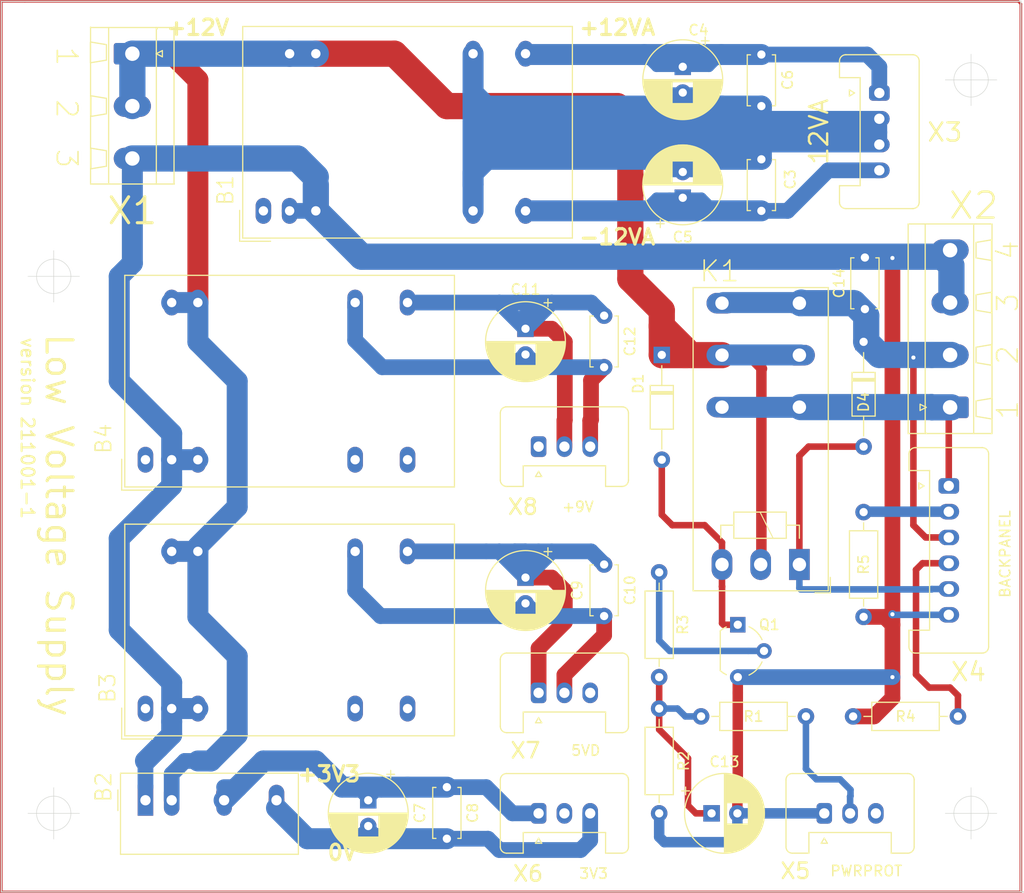
<source format=kicad_pcb>
(kicad_pcb (version 20171130) (host pcbnew "(5.1.4)-1")

  (general
    (thickness 1.6)
    (drawings 23)
    (tracks 316)
    (zones 0)
    (modules 33)
    (nets 1)
  )

  (page A4)
  (layers
    (0 F.Cu signal)
    (31 B.Cu signal)
    (32 B.Adhes user)
    (33 F.Adhes user)
    (34 B.Paste user)
    (35 F.Paste user)
    (36 B.SilkS user)
    (37 F.SilkS user)
    (38 B.Mask user)
    (39 F.Mask user)
    (40 Dwgs.User user)
    (41 Cmts.User user)
    (42 Eco1.User user)
    (43 Eco2.User user)
    (44 Edge.Cuts user)
    (45 Margin user)
    (46 B.CrtYd user)
    (47 F.CrtYd user)
    (48 B.Fab user)
    (49 F.Fab user)
  )

  (setup
    (last_trace_width 0.25)
    (user_trace_width 0.254)
    (user_trace_width 0.4572)
    (user_trace_width 0.635)
    (user_trace_width 1.016)
    (user_trace_width 1.524)
    (user_trace_width 2.032)
    (user_trace_width 2.54)
    (user_trace_width 3.81)
    (user_trace_width 5.08)
    (user_trace_width 7.62)
    (trace_clearance 0.2)
    (zone_clearance 0.508)
    (zone_45_only no)
    (trace_min 0.2032)
    (via_size 0.8)
    (via_drill 0.4)
    (via_min_size 0.4)
    (via_min_drill 0.3)
    (uvia_size 0.3)
    (uvia_drill 0.1)
    (uvias_allowed no)
    (uvia_min_size 0.2)
    (uvia_min_drill 0.1)
    (edge_width 0.05)
    (segment_width 0.2)
    (pcb_text_width 0.3)
    (pcb_text_size 1.5 1.5)
    (mod_edge_width 0.12)
    (mod_text_size 1 1)
    (mod_text_width 0.15)
    (pad_size 1.524 1.524)
    (pad_drill 0.762)
    (pad_to_mask_clearance 0.051)
    (solder_mask_min_width 0.25)
    (aux_axis_origin 0 0)
    (grid_origin 76.2 127)
    (visible_elements 7FFFFFFF)
    (pcbplotparams
      (layerselection 0x010fc_ffffffff)
      (usegerberextensions false)
      (usegerberattributes false)
      (usegerberadvancedattributes false)
      (creategerberjobfile false)
      (excludeedgelayer true)
      (linewidth 0.100000)
      (plotframeref false)
      (viasonmask false)
      (mode 1)
      (useauxorigin false)
      (hpglpennumber 1)
      (hpglpenspeed 20)
      (hpglpendiameter 15.000000)
      (psnegative false)
      (psa4output false)
      (plotreference true)
      (plotvalue true)
      (plotinvisibletext false)
      (padsonsilk false)
      (subtractmaskfromsilk false)
      (outputformat 1)
      (mirror false)
      (drillshape 1)
      (scaleselection 1)
      (outputdirectory ""))
  )

  (net 0 "")

  (net_class Default "This is the default net class."
    (clearance 0.2)
    (trace_width 0.25)
    (via_dia 0.8)
    (via_drill 0.4)
    (uvia_dia 0.3)
    (uvia_drill 0.1)
    (diff_pair_width 0.25)
    (diff_pair_gap 0.25)
  )

  (net_class 1 ""
    (clearance 0.2)
    (trace_width 0.5)
    (via_dia 0.8)
    (via_drill 0.4)
    (uvia_dia 0.3)
    (uvia_drill 0.1)
    (diff_pair_width 0.5)
    (diff_pair_gap 0.25)
  )

  (net_class power ""
    (clearance 0.2)
    (trace_width 1)
    (via_dia 0.8)
    (via_drill 0.4)
    (uvia_dia 0.3)
    (uvia_drill 0.1)
    (diff_pair_width 0.25)
    (diff_pair_gap 0.25)
  )

  (module Resistor_THT:R_Axial_DIN0207_L6.3mm_D2.5mm_P10.16mm_Horizontal (layer F.Cu) (tedit 5AE5139B) (tstamp 614C913D)
    (at 137.414 90.932 270)
    (descr "Resistor, Axial_DIN0207 series, Axial, Horizontal, pin pitch=10.16mm, 0.25W = 1/4W, length*diameter=6.3*2.5mm^2, http://cdn-reichelt.de/documents/datenblatt/B400/1_4W%23YAG.pdf")
    (tags "Resistor Axial_DIN0207 series Axial Horizontal pin pitch 10.16mm 0.25W = 1/4W length 6.3mm diameter 2.5mm")
    (fp_text reference R3 (at 5.08 -2.286 90) (layer F.SilkS)
      (effects (font (size 1 1) (thickness 0.15)))
    )
    (fp_text value " " (at 5.08 2.37 90) (layer F.Fab) hide
      (effects (font (size 1 1) (thickness 0.15)))
    )
    (fp_line (start 1.93 -1.25) (end 1.93 1.25) (layer F.Fab) (width 0.1))
    (fp_line (start 1.93 1.25) (end 8.23 1.25) (layer F.Fab) (width 0.1))
    (fp_line (start 8.23 1.25) (end 8.23 -1.25) (layer F.Fab) (width 0.1))
    (fp_line (start 8.23 -1.25) (end 1.93 -1.25) (layer F.Fab) (width 0.1))
    (fp_line (start 0 0) (end 1.93 0) (layer F.Fab) (width 0.1))
    (fp_line (start 10.16 0) (end 8.23 0) (layer F.Fab) (width 0.1))
    (fp_line (start 1.81 -1.37) (end 1.81 1.37) (layer F.SilkS) (width 0.12))
    (fp_line (start 1.81 1.37) (end 8.35 1.37) (layer F.SilkS) (width 0.12))
    (fp_line (start 8.35 1.37) (end 8.35 -1.37) (layer F.SilkS) (width 0.12))
    (fp_line (start 8.35 -1.37) (end 1.81 -1.37) (layer F.SilkS) (width 0.12))
    (fp_line (start 1.04 0) (end 1.81 0) (layer F.SilkS) (width 0.12))
    (fp_line (start 9.12 0) (end 8.35 0) (layer F.SilkS) (width 0.12))
    (fp_line (start -1.05 -1.5) (end -1.05 1.5) (layer F.CrtYd) (width 0.05))
    (fp_line (start -1.05 1.5) (end 11.21 1.5) (layer F.CrtYd) (width 0.05))
    (fp_line (start 11.21 1.5) (end 11.21 -1.5) (layer F.CrtYd) (width 0.05))
    (fp_line (start 11.21 -1.5) (end -1.05 -1.5) (layer F.CrtYd) (width 0.05))
    (fp_text user R3 (at 5.08 0 90) (layer F.Fab) hide
      (effects (font (size 1 1) (thickness 0.15)))
    )
    (pad 1 thru_hole circle (at 0 0 270) (size 1.6 1.6) (drill 0.8) (layers *.Cu *.Mask))
    (pad 2 thru_hole oval (at 10.16 0 270) (size 1.6 1.6) (drill 0.8) (layers *.Cu *.Mask))
    (model ${KISYS3DMOD}/Resistor_THT.3dshapes/R_Axial_DIN0207_L6.3mm_D2.5mm_P10.16mm_Horizontal.wrl
      (at (xyz 0 0 0))
      (scale (xyz 1 1 1))
      (rotate (xyz 0 0 0))
    )
  )

  (module Connector_Stocko:Stocko_MKS_1656-6-0-606_1x6_P2.50mm_Vertical (layer F.Cu) (tedit 5C7139E8) (tstamp 614CCD85)
    (at 165.481 82.55 270)
    (descr "Stocko MKS 16xx series connector, (https://www.stocko-contact.com/downloads/steckverbindersystem-raster-2,5-mm.pdf#page=15), generated with kicad-footprint-generator")
    (tags "Stocko RFK MKS 16xx")
    (fp_text reference X4 (at 18.034 -1.905 180) (layer F.SilkS)
      (effects (font (size 1.762 1.762) (thickness 0.2262)))
    )
    (fp_text value BACKPANEL (at 6.604 -5.461 90) (layer F.SilkS)
      (effects (font (size 1 1) (thickness 0.15)))
    )
    (fp_text user %R (at 6.25 -2 90) (layer F.Fab) hide
      (effects (font (size 1 1) (thickness 0.15)))
    )
    (fp_line (start 16.6 -4.25) (end -4.1 -4.25) (layer F.CrtYd) (width 0.05))
    (fp_line (start 16.6 4.25) (end 16.6 -4.25) (layer F.CrtYd) (width 0.05))
    (fp_line (start -4.1 4.25) (end 16.6 4.25) (layer F.CrtYd) (width 0.05))
    (fp_line (start -4.1 -4.25) (end -4.1 4.25) (layer F.CrtYd) (width 0.05))
    (fp_line (start 0 1.25) (end 0.5 1.75) (layer F.Fab) (width 0.1))
    (fp_line (start -0.5 1.75) (end 0 1.25) (layer F.Fab) (width 0.1))
    (fp_line (start 0.5 1.75) (end 14.1 1.75) (layer F.Fab) (width 0.1))
    (fp_line (start -1.6 1.75) (end -0.5 1.75) (layer F.Fab) (width 0.1))
    (fp_line (start 14.1 3.75) (end 14.1 1.75) (layer F.Fab) (width 0.1))
    (fp_line (start 15.6 3.75) (end 14.1 3.75) (layer F.Fab) (width 0.1))
    (fp_line (start -1.6 3.75) (end -1.6 1.75) (layer F.Fab) (width 0.1))
    (fp_line (start -3.1 3.75) (end -1.6 3.75) (layer F.Fab) (width 0.1))
    (fp_line (start 16.1 -3.25) (end 16.1 3.25) (layer F.Fab) (width 0.1))
    (fp_line (start -3.6 -3.25) (end -3.6 3.25) (layer F.Fab) (width 0.1))
    (fp_line (start -3.1 -3.75) (end 15.6 -3.75) (layer F.Fab) (width 0.1))
    (fp_line (start -0.3 2.9) (end 0.3 2.9) (layer F.SilkS) (width 0.12))
    (fp_line (start 0 2.4) (end -0.3 2.9) (layer F.SilkS) (width 0.12))
    (fp_line (start 0.3 2.9) (end 0 2.4) (layer F.SilkS) (width 0.12))
    (fp_line (start -1.49 1.86) (end 13.99 1.86) (layer F.SilkS) (width 0.12))
    (fp_line (start 13.99 3.86) (end 13.99 1.86) (layer F.SilkS) (width 0.12))
    (fp_line (start 15.6 3.86) (end 13.99 3.86) (layer F.SilkS) (width 0.12))
    (fp_line (start -1.49 3.86) (end -1.49 1.86) (layer F.SilkS) (width 0.12))
    (fp_line (start -3.1 3.86) (end -1.49 3.86) (layer F.SilkS) (width 0.12))
    (fp_line (start 16.21 -3.25) (end 16.21 3.25) (layer F.SilkS) (width 0.12))
    (fp_line (start -3.71 -3.25) (end -3.71 3.25) (layer F.SilkS) (width 0.12))
    (fp_line (start -3.1 -3.86) (end 15.6 -3.86) (layer F.SilkS) (width 0.12))
    (fp_arc (start 15.6 3.25) (end 16.1 3.25) (angle 90) (layer F.Fab) (width 0.1))
    (fp_arc (start -3.1 3.25) (end -3.1 3.75) (angle 90) (layer F.Fab) (width 0.1))
    (fp_arc (start 15.6 -3.25) (end 15.6 -3.75) (angle 90) (layer F.Fab) (width 0.1))
    (fp_arc (start -3.1 -3.25) (end -3.6 -3.25) (angle 90) (layer F.Fab) (width 0.1))
    (fp_arc (start 15.6 3.25) (end 16.21 3.25) (angle 90) (layer F.SilkS) (width 0.12))
    (fp_arc (start -3.1 3.25) (end -3.1 3.86) (angle 90) (layer F.SilkS) (width 0.12))
    (fp_arc (start 15.6 -3.25) (end 15.6 -3.86) (angle 90) (layer F.SilkS) (width 0.12))
    (fp_arc (start -3.1 -3.25) (end -3.71 -3.25) (angle 90) (layer F.SilkS) (width 0.12))
    (pad 6 thru_hole oval (at 12.5 0 270) (size 1.5 2) (drill 1) (layers *.Cu *.Mask))
    (pad 5 thru_hole oval (at 10 0 270) (size 1.5 2) (drill 1) (layers *.Cu *.Mask))
    (pad 4 thru_hole oval (at 7.5 0 270) (size 1.5 2) (drill 1) (layers *.Cu *.Mask))
    (pad 3 thru_hole oval (at 5 0 270) (size 1.5 2) (drill 1) (layers *.Cu *.Mask))
    (pad 2 thru_hole oval (at 2.5 0 270) (size 1.5 2) (drill 1) (layers *.Cu *.Mask))
    (pad 1 thru_hole roundrect (at 0 0 270) (size 1.5 2) (drill 1) (layers *.Cu *.Mask) (roundrect_rratio 0.25))
    (model ${KISYS3DMOD}/Connector_Stocko.3dshapes/Stocko_MKS_1656-6-0-606_1x6_P2.50mm_Vertical.wrl
      (at (xyz 0 0 0))
      (scale (xyz 1 1 1))
      (rotate (xyz 0 0 0))
    )
  )

  (module Capacitor_THT:CP_Radial_D7.5mm_P2.50mm (layer F.Cu) (tedit 5AE50EF0) (tstamp 614C9CF9)
    (at 142.494 114.3)
    (descr "CP, Radial series, Radial, pin pitch=2.50mm, , diameter=7.5mm, Electrolytic Capacitor")
    (tags "CP Radial series Radial pin pitch 2.50mm  diameter 7.5mm Electrolytic Capacitor")
    (fp_text reference C13 (at 1.25 -5) (layer F.SilkS)
      (effects (font (size 1 1) (thickness 0.15)))
    )
    (fp_text value "" (at 1.25 5) (layer F.Fab) hide
      (effects (font (size 1 1) (thickness 0.15)))
    )
    (fp_text user %R (at 1.25 0) (layer F.Fab) hide
      (effects (font (size 1 1) (thickness 0.15)))
    )
    (fp_line (start -2.517211 -2.55) (end -2.517211 -1.8) (layer F.SilkS) (width 0.12))
    (fp_line (start -2.892211 -2.175) (end -2.142211 -2.175) (layer F.SilkS) (width 0.12))
    (fp_line (start 5.091 -0.441) (end 5.091 0.441) (layer F.SilkS) (width 0.12))
    (fp_line (start 5.051 -0.693) (end 5.051 0.693) (layer F.SilkS) (width 0.12))
    (fp_line (start 5.011 -0.877) (end 5.011 0.877) (layer F.SilkS) (width 0.12))
    (fp_line (start 4.971 -1.028) (end 4.971 1.028) (layer F.SilkS) (width 0.12))
    (fp_line (start 4.931 -1.158) (end 4.931 1.158) (layer F.SilkS) (width 0.12))
    (fp_line (start 4.891 -1.275) (end 4.891 1.275) (layer F.SilkS) (width 0.12))
    (fp_line (start 4.851 -1.381) (end 4.851 1.381) (layer F.SilkS) (width 0.12))
    (fp_line (start 4.811 -1.478) (end 4.811 1.478) (layer F.SilkS) (width 0.12))
    (fp_line (start 4.771 -1.569) (end 4.771 1.569) (layer F.SilkS) (width 0.12))
    (fp_line (start 4.731 -1.654) (end 4.731 1.654) (layer F.SilkS) (width 0.12))
    (fp_line (start 4.691 -1.733) (end 4.691 1.733) (layer F.SilkS) (width 0.12))
    (fp_line (start 4.651 -1.809) (end 4.651 1.809) (layer F.SilkS) (width 0.12))
    (fp_line (start 4.611 -1.881) (end 4.611 1.881) (layer F.SilkS) (width 0.12))
    (fp_line (start 4.571 -1.949) (end 4.571 1.949) (layer F.SilkS) (width 0.12))
    (fp_line (start 4.531 -2.014) (end 4.531 2.014) (layer F.SilkS) (width 0.12))
    (fp_line (start 4.491 -2.077) (end 4.491 2.077) (layer F.SilkS) (width 0.12))
    (fp_line (start 4.451 -2.137) (end 4.451 2.137) (layer F.SilkS) (width 0.12))
    (fp_line (start 4.411 -2.195) (end 4.411 2.195) (layer F.SilkS) (width 0.12))
    (fp_line (start 4.371 -2.25) (end 4.371 2.25) (layer F.SilkS) (width 0.12))
    (fp_line (start 4.331 -2.304) (end 4.331 2.304) (layer F.SilkS) (width 0.12))
    (fp_line (start 4.291 -2.355) (end 4.291 2.355) (layer F.SilkS) (width 0.12))
    (fp_line (start 4.251 -2.405) (end 4.251 2.405) (layer F.SilkS) (width 0.12))
    (fp_line (start 4.211 -2.454) (end 4.211 2.454) (layer F.SilkS) (width 0.12))
    (fp_line (start 4.171 -2.5) (end 4.171 2.5) (layer F.SilkS) (width 0.12))
    (fp_line (start 4.131 -2.546) (end 4.131 2.546) (layer F.SilkS) (width 0.12))
    (fp_line (start 4.091 -2.589) (end 4.091 2.589) (layer F.SilkS) (width 0.12))
    (fp_line (start 4.051 -2.632) (end 4.051 2.632) (layer F.SilkS) (width 0.12))
    (fp_line (start 4.011 -2.673) (end 4.011 2.673) (layer F.SilkS) (width 0.12))
    (fp_line (start 3.971 -2.713) (end 3.971 2.713) (layer F.SilkS) (width 0.12))
    (fp_line (start 3.931 -2.752) (end 3.931 2.752) (layer F.SilkS) (width 0.12))
    (fp_line (start 3.891 -2.79) (end 3.891 2.79) (layer F.SilkS) (width 0.12))
    (fp_line (start 3.851 -2.827) (end 3.851 2.827) (layer F.SilkS) (width 0.12))
    (fp_line (start 3.811 -2.863) (end 3.811 2.863) (layer F.SilkS) (width 0.12))
    (fp_line (start 3.771 -2.898) (end 3.771 2.898) (layer F.SilkS) (width 0.12))
    (fp_line (start 3.731 -2.931) (end 3.731 2.931) (layer F.SilkS) (width 0.12))
    (fp_line (start 3.691 -2.964) (end 3.691 2.964) (layer F.SilkS) (width 0.12))
    (fp_line (start 3.651 -2.996) (end 3.651 2.996) (layer F.SilkS) (width 0.12))
    (fp_line (start 3.611 -3.028) (end 3.611 3.028) (layer F.SilkS) (width 0.12))
    (fp_line (start 3.571 -3.058) (end 3.571 3.058) (layer F.SilkS) (width 0.12))
    (fp_line (start 3.531 1.04) (end 3.531 3.088) (layer F.SilkS) (width 0.12))
    (fp_line (start 3.531 -3.088) (end 3.531 -1.04) (layer F.SilkS) (width 0.12))
    (fp_line (start 3.491 1.04) (end 3.491 3.116) (layer F.SilkS) (width 0.12))
    (fp_line (start 3.491 -3.116) (end 3.491 -1.04) (layer F.SilkS) (width 0.12))
    (fp_line (start 3.451 1.04) (end 3.451 3.144) (layer F.SilkS) (width 0.12))
    (fp_line (start 3.451 -3.144) (end 3.451 -1.04) (layer F.SilkS) (width 0.12))
    (fp_line (start 3.411 1.04) (end 3.411 3.172) (layer F.SilkS) (width 0.12))
    (fp_line (start 3.411 -3.172) (end 3.411 -1.04) (layer F.SilkS) (width 0.12))
    (fp_line (start 3.371 1.04) (end 3.371 3.198) (layer F.SilkS) (width 0.12))
    (fp_line (start 3.371 -3.198) (end 3.371 -1.04) (layer F.SilkS) (width 0.12))
    (fp_line (start 3.331 1.04) (end 3.331 3.224) (layer F.SilkS) (width 0.12))
    (fp_line (start 3.331 -3.224) (end 3.331 -1.04) (layer F.SilkS) (width 0.12))
    (fp_line (start 3.291 1.04) (end 3.291 3.249) (layer F.SilkS) (width 0.12))
    (fp_line (start 3.291 -3.249) (end 3.291 -1.04) (layer F.SilkS) (width 0.12))
    (fp_line (start 3.251 1.04) (end 3.251 3.274) (layer F.SilkS) (width 0.12))
    (fp_line (start 3.251 -3.274) (end 3.251 -1.04) (layer F.SilkS) (width 0.12))
    (fp_line (start 3.211 1.04) (end 3.211 3.297) (layer F.SilkS) (width 0.12))
    (fp_line (start 3.211 -3.297) (end 3.211 -1.04) (layer F.SilkS) (width 0.12))
    (fp_line (start 3.171 1.04) (end 3.171 3.321) (layer F.SilkS) (width 0.12))
    (fp_line (start 3.171 -3.321) (end 3.171 -1.04) (layer F.SilkS) (width 0.12))
    (fp_line (start 3.131 1.04) (end 3.131 3.343) (layer F.SilkS) (width 0.12))
    (fp_line (start 3.131 -3.343) (end 3.131 -1.04) (layer F.SilkS) (width 0.12))
    (fp_line (start 3.091 1.04) (end 3.091 3.365) (layer F.SilkS) (width 0.12))
    (fp_line (start 3.091 -3.365) (end 3.091 -1.04) (layer F.SilkS) (width 0.12))
    (fp_line (start 3.051 1.04) (end 3.051 3.386) (layer F.SilkS) (width 0.12))
    (fp_line (start 3.051 -3.386) (end 3.051 -1.04) (layer F.SilkS) (width 0.12))
    (fp_line (start 3.011 1.04) (end 3.011 3.407) (layer F.SilkS) (width 0.12))
    (fp_line (start 3.011 -3.407) (end 3.011 -1.04) (layer F.SilkS) (width 0.12))
    (fp_line (start 2.971 1.04) (end 2.971 3.427) (layer F.SilkS) (width 0.12))
    (fp_line (start 2.971 -3.427) (end 2.971 -1.04) (layer F.SilkS) (width 0.12))
    (fp_line (start 2.931 1.04) (end 2.931 3.447) (layer F.SilkS) (width 0.12))
    (fp_line (start 2.931 -3.447) (end 2.931 -1.04) (layer F.SilkS) (width 0.12))
    (fp_line (start 2.891 1.04) (end 2.891 3.466) (layer F.SilkS) (width 0.12))
    (fp_line (start 2.891 -3.466) (end 2.891 -1.04) (layer F.SilkS) (width 0.12))
    (fp_line (start 2.851 1.04) (end 2.851 3.484) (layer F.SilkS) (width 0.12))
    (fp_line (start 2.851 -3.484) (end 2.851 -1.04) (layer F.SilkS) (width 0.12))
    (fp_line (start 2.811 1.04) (end 2.811 3.502) (layer F.SilkS) (width 0.12))
    (fp_line (start 2.811 -3.502) (end 2.811 -1.04) (layer F.SilkS) (width 0.12))
    (fp_line (start 2.771 1.04) (end 2.771 3.52) (layer F.SilkS) (width 0.12))
    (fp_line (start 2.771 -3.52) (end 2.771 -1.04) (layer F.SilkS) (width 0.12))
    (fp_line (start 2.731 1.04) (end 2.731 3.536) (layer F.SilkS) (width 0.12))
    (fp_line (start 2.731 -3.536) (end 2.731 -1.04) (layer F.SilkS) (width 0.12))
    (fp_line (start 2.691 1.04) (end 2.691 3.553) (layer F.SilkS) (width 0.12))
    (fp_line (start 2.691 -3.553) (end 2.691 -1.04) (layer F.SilkS) (width 0.12))
    (fp_line (start 2.651 1.04) (end 2.651 3.568) (layer F.SilkS) (width 0.12))
    (fp_line (start 2.651 -3.568) (end 2.651 -1.04) (layer F.SilkS) (width 0.12))
    (fp_line (start 2.611 1.04) (end 2.611 3.584) (layer F.SilkS) (width 0.12))
    (fp_line (start 2.611 -3.584) (end 2.611 -1.04) (layer F.SilkS) (width 0.12))
    (fp_line (start 2.571 1.04) (end 2.571 3.598) (layer F.SilkS) (width 0.12))
    (fp_line (start 2.571 -3.598) (end 2.571 -1.04) (layer F.SilkS) (width 0.12))
    (fp_line (start 2.531 1.04) (end 2.531 3.613) (layer F.SilkS) (width 0.12))
    (fp_line (start 2.531 -3.613) (end 2.531 -1.04) (layer F.SilkS) (width 0.12))
    (fp_line (start 2.491 1.04) (end 2.491 3.626) (layer F.SilkS) (width 0.12))
    (fp_line (start 2.491 -3.626) (end 2.491 -1.04) (layer F.SilkS) (width 0.12))
    (fp_line (start 2.451 1.04) (end 2.451 3.64) (layer F.SilkS) (width 0.12))
    (fp_line (start 2.451 -3.64) (end 2.451 -1.04) (layer F.SilkS) (width 0.12))
    (fp_line (start 2.411 1.04) (end 2.411 3.653) (layer F.SilkS) (width 0.12))
    (fp_line (start 2.411 -3.653) (end 2.411 -1.04) (layer F.SilkS) (width 0.12))
    (fp_line (start 2.371 1.04) (end 2.371 3.665) (layer F.SilkS) (width 0.12))
    (fp_line (start 2.371 -3.665) (end 2.371 -1.04) (layer F.SilkS) (width 0.12))
    (fp_line (start 2.331 1.04) (end 2.331 3.677) (layer F.SilkS) (width 0.12))
    (fp_line (start 2.331 -3.677) (end 2.331 -1.04) (layer F.SilkS) (width 0.12))
    (fp_line (start 2.291 1.04) (end 2.291 3.688) (layer F.SilkS) (width 0.12))
    (fp_line (start 2.291 -3.688) (end 2.291 -1.04) (layer F.SilkS) (width 0.12))
    (fp_line (start 2.251 1.04) (end 2.251 3.699) (layer F.SilkS) (width 0.12))
    (fp_line (start 2.251 -3.699) (end 2.251 -1.04) (layer F.SilkS) (width 0.12))
    (fp_line (start 2.211 1.04) (end 2.211 3.71) (layer F.SilkS) (width 0.12))
    (fp_line (start 2.211 -3.71) (end 2.211 -1.04) (layer F.SilkS) (width 0.12))
    (fp_line (start 2.171 1.04) (end 2.171 3.72) (layer F.SilkS) (width 0.12))
    (fp_line (start 2.171 -3.72) (end 2.171 -1.04) (layer F.SilkS) (width 0.12))
    (fp_line (start 2.131 1.04) (end 2.131 3.729) (layer F.SilkS) (width 0.12))
    (fp_line (start 2.131 -3.729) (end 2.131 -1.04) (layer F.SilkS) (width 0.12))
    (fp_line (start 2.091 1.04) (end 2.091 3.738) (layer F.SilkS) (width 0.12))
    (fp_line (start 2.091 -3.738) (end 2.091 -1.04) (layer F.SilkS) (width 0.12))
    (fp_line (start 2.051 1.04) (end 2.051 3.747) (layer F.SilkS) (width 0.12))
    (fp_line (start 2.051 -3.747) (end 2.051 -1.04) (layer F.SilkS) (width 0.12))
    (fp_line (start 2.011 1.04) (end 2.011 3.755) (layer F.SilkS) (width 0.12))
    (fp_line (start 2.011 -3.755) (end 2.011 -1.04) (layer F.SilkS) (width 0.12))
    (fp_line (start 1.971 1.04) (end 1.971 3.763) (layer F.SilkS) (width 0.12))
    (fp_line (start 1.971 -3.763) (end 1.971 -1.04) (layer F.SilkS) (width 0.12))
    (fp_line (start 1.93 1.04) (end 1.93 3.77) (layer F.SilkS) (width 0.12))
    (fp_line (start 1.93 -3.77) (end 1.93 -1.04) (layer F.SilkS) (width 0.12))
    (fp_line (start 1.89 1.04) (end 1.89 3.777) (layer F.SilkS) (width 0.12))
    (fp_line (start 1.89 -3.777) (end 1.89 -1.04) (layer F.SilkS) (width 0.12))
    (fp_line (start 1.85 1.04) (end 1.85 3.784) (layer F.SilkS) (width 0.12))
    (fp_line (start 1.85 -3.784) (end 1.85 -1.04) (layer F.SilkS) (width 0.12))
    (fp_line (start 1.81 1.04) (end 1.81 3.79) (layer F.SilkS) (width 0.12))
    (fp_line (start 1.81 -3.79) (end 1.81 -1.04) (layer F.SilkS) (width 0.12))
    (fp_line (start 1.77 1.04) (end 1.77 3.795) (layer F.SilkS) (width 0.12))
    (fp_line (start 1.77 -3.795) (end 1.77 -1.04) (layer F.SilkS) (width 0.12))
    (fp_line (start 1.73 1.04) (end 1.73 3.801) (layer F.SilkS) (width 0.12))
    (fp_line (start 1.73 -3.801) (end 1.73 -1.04) (layer F.SilkS) (width 0.12))
    (fp_line (start 1.69 1.04) (end 1.69 3.805) (layer F.SilkS) (width 0.12))
    (fp_line (start 1.69 -3.805) (end 1.69 -1.04) (layer F.SilkS) (width 0.12))
    (fp_line (start 1.65 1.04) (end 1.65 3.81) (layer F.SilkS) (width 0.12))
    (fp_line (start 1.65 -3.81) (end 1.65 -1.04) (layer F.SilkS) (width 0.12))
    (fp_line (start 1.61 1.04) (end 1.61 3.814) (layer F.SilkS) (width 0.12))
    (fp_line (start 1.61 -3.814) (end 1.61 -1.04) (layer F.SilkS) (width 0.12))
    (fp_line (start 1.57 1.04) (end 1.57 3.817) (layer F.SilkS) (width 0.12))
    (fp_line (start 1.57 -3.817) (end 1.57 -1.04) (layer F.SilkS) (width 0.12))
    (fp_line (start 1.53 1.04) (end 1.53 3.82) (layer F.SilkS) (width 0.12))
    (fp_line (start 1.53 -3.82) (end 1.53 -1.04) (layer F.SilkS) (width 0.12))
    (fp_line (start 1.49 1.04) (end 1.49 3.823) (layer F.SilkS) (width 0.12))
    (fp_line (start 1.49 -3.823) (end 1.49 -1.04) (layer F.SilkS) (width 0.12))
    (fp_line (start 1.45 -3.825) (end 1.45 3.825) (layer F.SilkS) (width 0.12))
    (fp_line (start 1.41 -3.827) (end 1.41 3.827) (layer F.SilkS) (width 0.12))
    (fp_line (start 1.37 -3.829) (end 1.37 3.829) (layer F.SilkS) (width 0.12))
    (fp_line (start 1.33 -3.83) (end 1.33 3.83) (layer F.SilkS) (width 0.12))
    (fp_line (start 1.29 -3.83) (end 1.29 3.83) (layer F.SilkS) (width 0.12))
    (fp_line (start 1.25 -3.83) (end 1.25 3.83) (layer F.SilkS) (width 0.12))
    (fp_line (start -1.586233 -2.0125) (end -1.586233 -1.2625) (layer F.Fab) (width 0.1))
    (fp_line (start -1.961233 -1.6375) (end -1.211233 -1.6375) (layer F.Fab) (width 0.1))
    (fp_circle (center 1.25 0) (end 5.25 0) (layer F.CrtYd) (width 0.05))
    (fp_circle (center 1.25 0) (end 5.12 0) (layer F.SilkS) (width 0.12))
    (fp_circle (center 1.25 0) (end 5 0) (layer F.Fab) (width 0.1))
    (pad 2 thru_hole circle (at 2.5 0) (size 1.6 1.6) (drill 0.8) (layers *.Cu *.Mask))
    (pad 1 thru_hole rect (at 0 0) (size 1.6 1.6) (drill 0.8) (layers *.Cu *.Mask))
    (model ${KISYS3DMOD}/Capacitor_THT.3dshapes/CP_Radial_D7.5mm_P2.50mm.wrl
      (at (xyz 0 0 0))
      (scale (xyz 1 1 1))
      (rotate (xyz 0 0 0))
    )
  )

  (module Capacitor_THT:C_Disc_D4.7mm_W2.5mm_P5.00mm (layer F.Cu) (tedit 5AE50EF0) (tstamp 614B9AF8)
    (at 116.84 111.76 270)
    (descr "C, Disc series, Radial, pin pitch=5.00mm, , diameter*width=4.7*2.5mm^2, Capacitor, http://www.vishay.com/docs/45233/krseries.pdf")
    (tags "C Disc series Radial pin pitch 5.00mm  diameter 4.7mm width 2.5mm Capacitor")
    (fp_text reference C8 (at 2.5 -2.5 90) (layer F.SilkS)
      (effects (font (size 1 1) (thickness 0.15)))
    )
    (fp_text value " " (at 2.5 2.5 90) (layer F.Fab) hide
      (effects (font (size 1 1) (thickness 0.15)))
    )
    (fp_line (start 0.15 -1.25) (end 0.15 1.25) (layer F.Fab) (width 0.1))
    (fp_line (start 0.15 1.25) (end 4.85 1.25) (layer F.Fab) (width 0.1))
    (fp_line (start 4.85 1.25) (end 4.85 -1.25) (layer F.Fab) (width 0.1))
    (fp_line (start 4.85 -1.25) (end 0.15 -1.25) (layer F.Fab) (width 0.1))
    (fp_line (start 0.03 -1.37) (end 4.97 -1.37) (layer F.SilkS) (width 0.12))
    (fp_line (start 0.03 1.37) (end 4.97 1.37) (layer F.SilkS) (width 0.12))
    (fp_line (start 0.03 -1.37) (end 0.03 -1.055) (layer F.SilkS) (width 0.12))
    (fp_line (start 0.03 1.055) (end 0.03 1.37) (layer F.SilkS) (width 0.12))
    (fp_line (start 4.97 -1.37) (end 4.97 -1.055) (layer F.SilkS) (width 0.12))
    (fp_line (start 4.97 1.055) (end 4.97 1.37) (layer F.SilkS) (width 0.12))
    (fp_line (start -1.05 -1.5) (end -1.05 1.5) (layer F.CrtYd) (width 0.05))
    (fp_line (start -1.05 1.5) (end 6.05 1.5) (layer F.CrtYd) (width 0.05))
    (fp_line (start 6.05 1.5) (end 6.05 -1.5) (layer F.CrtYd) (width 0.05))
    (fp_line (start 6.05 -1.5) (end -1.05 -1.5) (layer F.CrtYd) (width 0.05))
    (fp_text user %R (at -3.81 -1.27 90) (layer F.Fab) hide
      (effects (font (size 0.94 0.94) (thickness 0.141)))
    )
    (pad 1 thru_hole circle (at 0 0 270) (size 1.6 1.6) (drill 0.8) (layers *.Cu *.Mask))
    (pad 2 thru_hole circle (at 5 0 270) (size 1.6 1.6) (drill 0.8) (layers *.Cu *.Mask))
    (model ${KISYS3DMOD}/Capacitor_THT.3dshapes/C_Disc_D4.7mm_W2.5mm_P5.00mm.wrl
      (at (xyz 0 0 0))
      (scale (xyz 1 1 1))
      (rotate (xyz 0 0 0))
    )
  )

  (module Connector_Stocko:Stocko_MKS_1653-6-0-303_1x3_P2.50mm_Vertical (layer F.Cu) (tedit 5C7139E8) (tstamp 614CA249)
    (at 153.416 114.3)
    (descr "Stocko MKS 16xx series connector, (https://www.stocko-contact.com/downloads/steckverbindersystem-raster-2,5-mm.pdf#page=15), generated with kicad-footprint-generator")
    (tags "Stocko RFK MKS 16xx")
    (fp_text reference X5 (at -2.794 5.588) (layer F.SilkS)
      (effects (font (size 1.508 1.508) (thickness 0.2262)))
    )
    (fp_text value PWRPROT (at 4.064 5.588) (layer F.SilkS)
      (effects (font (size 1 1) (thickness 0.15)))
    )
    (fp_text user %R (at 2.5 -2) (layer F.Fab)
      (effects (font (size 1 1) (thickness 0.15)))
    )
    (fp_line (start 9.1 -4.25) (end -4.1 -4.25) (layer F.CrtYd) (width 0.05))
    (fp_line (start 9.1 4.25) (end 9.1 -4.25) (layer F.CrtYd) (width 0.05))
    (fp_line (start -4.1 4.25) (end 9.1 4.25) (layer F.CrtYd) (width 0.05))
    (fp_line (start -4.1 -4.25) (end -4.1 4.25) (layer F.CrtYd) (width 0.05))
    (fp_line (start 0 1.25) (end 0.5 1.75) (layer F.Fab) (width 0.1))
    (fp_line (start -0.5 1.75) (end 0 1.25) (layer F.Fab) (width 0.1))
    (fp_line (start 0.5 1.75) (end 6.6 1.75) (layer F.Fab) (width 0.1))
    (fp_line (start -1.6 1.75) (end -0.5 1.75) (layer F.Fab) (width 0.1))
    (fp_line (start 6.6 3.75) (end 6.6 1.75) (layer F.Fab) (width 0.1))
    (fp_line (start 8.1 3.75) (end 6.6 3.75) (layer F.Fab) (width 0.1))
    (fp_line (start -1.6 3.75) (end -1.6 1.75) (layer F.Fab) (width 0.1))
    (fp_line (start -3.1 3.75) (end -1.6 3.75) (layer F.Fab) (width 0.1))
    (fp_line (start 8.6 -3.25) (end 8.6 3.25) (layer F.Fab) (width 0.1))
    (fp_line (start -3.6 -3.25) (end -3.6 3.25) (layer F.Fab) (width 0.1))
    (fp_line (start -3.1 -3.75) (end 8.1 -3.75) (layer F.Fab) (width 0.1))
    (fp_line (start -0.3 2.9) (end 0.3 2.9) (layer F.SilkS) (width 0.12))
    (fp_line (start 0 2.4) (end -0.3 2.9) (layer F.SilkS) (width 0.12))
    (fp_line (start 0.3 2.9) (end 0 2.4) (layer F.SilkS) (width 0.12))
    (fp_line (start -1.49 1.86) (end 6.49 1.86) (layer F.SilkS) (width 0.12))
    (fp_line (start 6.49 3.86) (end 6.49 1.86) (layer F.SilkS) (width 0.12))
    (fp_line (start 8.1 3.86) (end 6.49 3.86) (layer F.SilkS) (width 0.12))
    (fp_line (start -1.49 3.86) (end -1.49 1.86) (layer F.SilkS) (width 0.12))
    (fp_line (start -3.1 3.86) (end -1.49 3.86) (layer F.SilkS) (width 0.12))
    (fp_line (start 8.71 -3.25) (end 8.71 3.25) (layer F.SilkS) (width 0.12))
    (fp_line (start -3.71 -3.25) (end -3.71 3.25) (layer F.SilkS) (width 0.12))
    (fp_line (start -3.1 -3.86) (end 8.1 -3.86) (layer F.SilkS) (width 0.12))
    (fp_arc (start 8.1 3.25) (end 8.6 3.25) (angle 90) (layer F.Fab) (width 0.1))
    (fp_arc (start -3.1 3.25) (end -3.1 3.75) (angle 90) (layer F.Fab) (width 0.1))
    (fp_arc (start 8.1 -3.25) (end 8.1 -3.75) (angle 90) (layer F.Fab) (width 0.1))
    (fp_arc (start -3.1 -3.25) (end -3.6 -3.25) (angle 90) (layer F.Fab) (width 0.1))
    (fp_arc (start 8.1 3.25) (end 8.71 3.25) (angle 90) (layer F.SilkS) (width 0.12))
    (fp_arc (start -3.1 3.25) (end -3.1 3.86) (angle 90) (layer F.SilkS) (width 0.12))
    (fp_arc (start 8.1 -3.25) (end 8.1 -3.86) (angle 90) (layer F.SilkS) (width 0.12))
    (fp_arc (start -3.1 -3.25) (end -3.71 -3.25) (angle 90) (layer F.SilkS) (width 0.12))
    (pad 3 thru_hole oval (at 5 0) (size 1.5 2) (drill 1) (layers *.Cu *.Mask))
    (pad 2 thru_hole oval (at 2.5 0) (size 1.5 2) (drill 1) (layers *.Cu *.Mask))
    (pad 1 thru_hole roundrect (at 0 0) (size 1.5 2) (drill 1) (layers *.Cu *.Mask) (roundrect_rratio 0.25))
    (model ${KISYS3DMOD}/Connector_Stocko.3dshapes/Stocko_MKS_1653-6-0-303_1x3_P2.50mm_Vertical.wrl
      (at (xyz 0 0 0))
      (scale (xyz 1 1 1))
      (rotate (xyz 0 0 0))
    )
  )

  (module Capacitor_THT:C_Disc_D4.7mm_W2.5mm_P5.00mm (layer F.Cu) (tedit 5AE50EF0) (tstamp 614C9360)
    (at 157.353 65.405 90)
    (descr "C, Disc series, Radial, pin pitch=5.00mm, , diameter*width=4.7*2.5mm^2, Capacitor, http://www.vishay.com/docs/45233/krseries.pdf")
    (tags "C Disc series Radial pin pitch 5.00mm  diameter 4.7mm width 2.5mm Capacitor")
    (fp_text reference C14 (at 2.5 -2.5 90) (layer F.SilkS)
      (effects (font (size 1 1) (thickness 0.15)))
    )
    (fp_text value " " (at 2.5 2.5 90) (layer F.Fab) hide
      (effects (font (size 1 1) (thickness 0.15)))
    )
    (fp_text user %R (at 2.413 -0.127 90) (layer F.Fab) hide
      (effects (font (size 0.94 0.94) (thickness 0.141)))
    )
    (fp_line (start 6.05 -1.5) (end -1.05 -1.5) (layer F.CrtYd) (width 0.05))
    (fp_line (start 6.05 1.5) (end 6.05 -1.5) (layer F.CrtYd) (width 0.05))
    (fp_line (start -1.05 1.5) (end 6.05 1.5) (layer F.CrtYd) (width 0.05))
    (fp_line (start -1.05 -1.5) (end -1.05 1.5) (layer F.CrtYd) (width 0.05))
    (fp_line (start 4.97 1.055) (end 4.97 1.37) (layer F.SilkS) (width 0.12))
    (fp_line (start 4.97 -1.37) (end 4.97 -1.055) (layer F.SilkS) (width 0.12))
    (fp_line (start 0.03 1.055) (end 0.03 1.37) (layer F.SilkS) (width 0.12))
    (fp_line (start 0.03 -1.37) (end 0.03 -1.055) (layer F.SilkS) (width 0.12))
    (fp_line (start 0.03 1.37) (end 4.97 1.37) (layer F.SilkS) (width 0.12))
    (fp_line (start 0.03 -1.37) (end 4.97 -1.37) (layer F.SilkS) (width 0.12))
    (fp_line (start 4.85 -1.25) (end 0.15 -1.25) (layer F.Fab) (width 0.1))
    (fp_line (start 4.85 1.25) (end 4.85 -1.25) (layer F.Fab) (width 0.1))
    (fp_line (start 0.15 1.25) (end 4.85 1.25) (layer F.Fab) (width 0.1))
    (fp_line (start 0.15 -1.25) (end 0.15 1.25) (layer F.Fab) (width 0.1))
    (pad 2 thru_hole circle (at 5 0 90) (size 1.6 1.6) (drill 0.8) (layers *.Cu *.Mask))
    (pad 1 thru_hole circle (at 0 0 90) (size 1.6 1.6) (drill 0.8) (layers *.Cu *.Mask))
    (model ${KISYS3DMOD}/Capacitor_THT.3dshapes/C_Disc_D4.7mm_W2.5mm_P5.00mm.wrl
      (at (xyz 0 0 0))
      (scale (xyz 1 1 1))
      (rotate (xyz 0 0 0))
    )
  )

  (module Resistor_THT:R_Axial_DIN0207_L6.3mm_D2.5mm_P10.16mm_Horizontal (layer F.Cu) (tedit 5AE5139B) (tstamp 614C9180)
    (at 137.414 104.14 270)
    (descr "Resistor, Axial_DIN0207 series, Axial, Horizontal, pin pitch=10.16mm, 0.25W = 1/4W, length*diameter=6.3*2.5mm^2, http://cdn-reichelt.de/documents/datenblatt/B400/1_4W%23YAG.pdf")
    (tags "Resistor Axial_DIN0207 series Axial Horizontal pin pitch 10.16mm 0.25W = 1/4W length 6.3mm diameter 2.5mm")
    (fp_text reference R2 (at 5.08 -2.37 90) (layer F.SilkS)
      (effects (font (size 1 1) (thickness 0.15)))
    )
    (fp_text value "" (at 5.08 2.37 90) (layer F.Fab)
      (effects (font (size 1 1) (thickness 0.15)))
    )
    (fp_text user %R (at 5.08 0 90) (layer F.Fab)
      (effects (font (size 1 1) (thickness 0.15)))
    )
    (fp_line (start 11.21 -1.5) (end -1.05 -1.5) (layer F.CrtYd) (width 0.05))
    (fp_line (start 11.21 1.5) (end 11.21 -1.5) (layer F.CrtYd) (width 0.05))
    (fp_line (start -1.05 1.5) (end 11.21 1.5) (layer F.CrtYd) (width 0.05))
    (fp_line (start -1.05 -1.5) (end -1.05 1.5) (layer F.CrtYd) (width 0.05))
    (fp_line (start 9.12 0) (end 8.35 0) (layer F.SilkS) (width 0.12))
    (fp_line (start 1.04 0) (end 1.81 0) (layer F.SilkS) (width 0.12))
    (fp_line (start 8.35 -1.37) (end 1.81 -1.37) (layer F.SilkS) (width 0.12))
    (fp_line (start 8.35 1.37) (end 8.35 -1.37) (layer F.SilkS) (width 0.12))
    (fp_line (start 1.81 1.37) (end 8.35 1.37) (layer F.SilkS) (width 0.12))
    (fp_line (start 1.81 -1.37) (end 1.81 1.37) (layer F.SilkS) (width 0.12))
    (fp_line (start 10.16 0) (end 8.23 0) (layer F.Fab) (width 0.1))
    (fp_line (start 0 0) (end 1.93 0) (layer F.Fab) (width 0.1))
    (fp_line (start 8.23 -1.25) (end 1.93 -1.25) (layer F.Fab) (width 0.1))
    (fp_line (start 8.23 1.25) (end 8.23 -1.25) (layer F.Fab) (width 0.1))
    (fp_line (start 1.93 1.25) (end 8.23 1.25) (layer F.Fab) (width 0.1))
    (fp_line (start 1.93 -1.25) (end 1.93 1.25) (layer F.Fab) (width 0.1))
    (pad 2 thru_hole oval (at 10.16 0 270) (size 1.6 1.6) (drill 0.8) (layers *.Cu *.Mask))
    (pad 1 thru_hole circle (at 0 0 270) (size 1.6 1.6) (drill 0.8) (layers *.Cu *.Mask))
    (model ${KISYS3DMOD}/Resistor_THT.3dshapes/R_Axial_DIN0207_L6.3mm_D2.5mm_P10.16mm_Horizontal.wrl
      (at (xyz 0 0 0))
      (scale (xyz 1 1 1))
      (rotate (xyz 0 0 0))
    )
  )

  (module Resistor_THT:R_Axial_DIN0207_L6.3mm_D2.5mm_P10.16mm_Horizontal (layer F.Cu) (tedit 5AE5139B) (tstamp 614C9111)
    (at 141.478 104.902)
    (descr "Resistor, Axial_DIN0207 series, Axial, Horizontal, pin pitch=10.16mm, 0.25W = 1/4W, length*diameter=6.3*2.5mm^2, http://cdn-reichelt.de/documents/datenblatt/B400/1_4W%23YAG.pdf")
    (tags "Resistor Axial_DIN0207 series Axial Horizontal pin pitch 10.16mm 0.25W = 1/4W length 6.3mm diameter 2.5mm")
    (fp_text reference R1 (at 5.08 0) (layer F.SilkS)
      (effects (font (size 1 1) (thickness 0.15)))
    )
    (fp_text value " " (at 5.08 2.37) (layer F.Fab) hide
      (effects (font (size 1 1) (thickness 0.15)))
    )
    (fp_text user %R (at 5.08 0) (layer F.Fab) hide
      (effects (font (size 1 1) (thickness 0.15)))
    )
    (fp_line (start 11.21 -1.5) (end -1.05 -1.5) (layer F.CrtYd) (width 0.05))
    (fp_line (start 11.21 1.5) (end 11.21 -1.5) (layer F.CrtYd) (width 0.05))
    (fp_line (start -1.05 1.5) (end 11.21 1.5) (layer F.CrtYd) (width 0.05))
    (fp_line (start -1.05 -1.5) (end -1.05 1.5) (layer F.CrtYd) (width 0.05))
    (fp_line (start 9.12 0) (end 8.35 0) (layer F.SilkS) (width 0.12))
    (fp_line (start 1.04 0) (end 1.81 0) (layer F.SilkS) (width 0.12))
    (fp_line (start 8.35 -1.37) (end 1.81 -1.37) (layer F.SilkS) (width 0.12))
    (fp_line (start 8.35 1.37) (end 8.35 -1.37) (layer F.SilkS) (width 0.12))
    (fp_line (start 1.81 1.37) (end 8.35 1.37) (layer F.SilkS) (width 0.12))
    (fp_line (start 1.81 -1.37) (end 1.81 1.37) (layer F.SilkS) (width 0.12))
    (fp_line (start 10.16 0) (end 8.23 0) (layer F.Fab) (width 0.1))
    (fp_line (start 0 0) (end 1.93 0) (layer F.Fab) (width 0.1))
    (fp_line (start 8.23 -1.25) (end 1.93 -1.25) (layer F.Fab) (width 0.1))
    (fp_line (start 8.23 1.25) (end 8.23 -1.25) (layer F.Fab) (width 0.1))
    (fp_line (start 1.93 1.25) (end 8.23 1.25) (layer F.Fab) (width 0.1))
    (fp_line (start 1.93 -1.25) (end 1.93 1.25) (layer F.Fab) (width 0.1))
    (pad 2 thru_hole oval (at 10.16 0) (size 1.6 1.6) (drill 0.8) (layers *.Cu *.Mask))
    (pad 1 thru_hole circle (at 0 0) (size 1.6 1.6) (drill 0.8) (layers *.Cu *.Mask))
    (model ${KISYS3DMOD}/Resistor_THT.3dshapes/R_Axial_DIN0207_L6.3mm_D2.5mm_P10.16mm_Horizontal.wrl
      (at (xyz 0 0 0))
      (scale (xyz 1 1 1))
      (rotate (xyz 0 0 0))
    )
  )

  (module Resistor_THT:R_Axial_DIN0207_L6.3mm_D2.5mm_P10.16mm_Horizontal (layer F.Cu) (tedit 5AE5139B) (tstamp 614C90E5)
    (at 166.37 104.902 180)
    (descr "Resistor, Axial_DIN0207 series, Axial, Horizontal, pin pitch=10.16mm, 0.25W = 1/4W, length*diameter=6.3*2.5mm^2, http://cdn-reichelt.de/documents/datenblatt/B400/1_4W%23YAG.pdf")
    (tags "Resistor Axial_DIN0207 series Axial Horizontal pin pitch 10.16mm 0.25W = 1/4W length 6.3mm diameter 2.5mm")
    (fp_text reference R4 (at 5.08 0) (layer F.SilkS)
      (effects (font (size 1 1) (thickness 0.15)))
    )
    (fp_text value " " (at 5.08 2.37) (layer F.Fab) hide
      (effects (font (size 1 1) (thickness 0.15)))
    )
    (fp_line (start 1.93 -1.25) (end 1.93 1.25) (layer F.Fab) (width 0.1))
    (fp_line (start 1.93 1.25) (end 8.23 1.25) (layer F.Fab) (width 0.1))
    (fp_line (start 8.23 1.25) (end 8.23 -1.25) (layer F.Fab) (width 0.1))
    (fp_line (start 8.23 -1.25) (end 1.93 -1.25) (layer F.Fab) (width 0.1))
    (fp_line (start 0 0) (end 1.93 0) (layer F.Fab) (width 0.1))
    (fp_line (start 10.16 0) (end 8.23 0) (layer F.Fab) (width 0.1))
    (fp_line (start 1.81 -1.37) (end 1.81 1.37) (layer F.SilkS) (width 0.12))
    (fp_line (start 1.81 1.37) (end 8.35 1.37) (layer F.SilkS) (width 0.12))
    (fp_line (start 8.35 1.37) (end 8.35 -1.37) (layer F.SilkS) (width 0.12))
    (fp_line (start 8.35 -1.37) (end 1.81 -1.37) (layer F.SilkS) (width 0.12))
    (fp_line (start 1.04 0) (end 1.81 0) (layer F.SilkS) (width 0.12))
    (fp_line (start 9.12 0) (end 8.35 0) (layer F.SilkS) (width 0.12))
    (fp_line (start -1.05 -1.5) (end -1.05 1.5) (layer F.CrtYd) (width 0.05))
    (fp_line (start -1.05 1.5) (end 11.21 1.5) (layer F.CrtYd) (width 0.05))
    (fp_line (start 11.21 1.5) (end 11.21 -1.5) (layer F.CrtYd) (width 0.05))
    (fp_line (start 11.21 -1.5) (end -1.05 -1.5) (layer F.CrtYd) (width 0.05))
    (fp_text user R4 (at 5.08 0) (layer F.Fab) hide
      (effects (font (size 1 1) (thickness 0.15)))
    )
    (pad 1 thru_hole circle (at 0 0 180) (size 1.6 1.6) (drill 0.8) (layers *.Cu *.Mask))
    (pad 2 thru_hole oval (at 10.16 0 180) (size 1.6 1.6) (drill 0.8) (layers *.Cu *.Mask))
    (model ${KISYS3DMOD}/Resistor_THT.3dshapes/R_Axial_DIN0207_L6.3mm_D2.5mm_P10.16mm_Horizontal.wrl
      (at (xyz 0 0 0))
      (scale (xyz 1 1 1))
      (rotate (xyz 0 0 0))
    )
  )

  (module Diode_THT:D_DO-35_SOD27_P10.16mm_Horizontal (layer F.Cu) (tedit 5AE50CD5) (tstamp 614C8D5E)
    (at 157.226 68.58 270)
    (descr "Diode, DO-35_SOD27 series, Axial, Horizontal, pin pitch=10.16mm, , length*diameter=4*2mm^2, , http://www.diodes.com/_files/packages/DO-35.pdf")
    (tags "Diode DO-35_SOD27 series Axial Horizontal pin pitch 10.16mm  length 4mm diameter 2mm")
    (fp_text reference D4 (at 5.842 0 90) (layer F.SilkS)
      (effects (font (size 1 1) (thickness 0.15)))
    )
    (fp_text value " " (at 5.08 2.12 90) (layer F.Fab) hide
      (effects (font (size 1 1) (thickness 0.15)))
    )
    (fp_line (start 3.08 -1) (end 3.08 1) (layer F.Fab) (width 0.1))
    (fp_line (start 3.08 1) (end 7.08 1) (layer F.Fab) (width 0.1))
    (fp_line (start 7.08 1) (end 7.08 -1) (layer F.Fab) (width 0.1))
    (fp_line (start 7.08 -1) (end 3.08 -1) (layer F.Fab) (width 0.1))
    (fp_line (start 0 0) (end 3.08 0) (layer F.Fab) (width 0.1))
    (fp_line (start 10.16 0) (end 7.08 0) (layer F.Fab) (width 0.1))
    (fp_line (start 3.68 -1) (end 3.68 1) (layer F.Fab) (width 0.1))
    (fp_line (start 3.78 -1) (end 3.78 1) (layer F.Fab) (width 0.1))
    (fp_line (start 3.58 -1) (end 3.58 1) (layer F.Fab) (width 0.1))
    (fp_line (start 2.96 -1.12) (end 2.96 1.12) (layer F.SilkS) (width 0.12))
    (fp_line (start 2.96 1.12) (end 7.2 1.12) (layer F.SilkS) (width 0.12))
    (fp_line (start 7.2 1.12) (end 7.2 -1.12) (layer F.SilkS) (width 0.12))
    (fp_line (start 7.2 -1.12) (end 2.96 -1.12) (layer F.SilkS) (width 0.12))
    (fp_line (start 1.04 0) (end 2.96 0) (layer F.SilkS) (width 0.12))
    (fp_line (start 9.12 0) (end 7.2 0) (layer F.SilkS) (width 0.12))
    (fp_line (start 3.68 -1.12) (end 3.68 1.12) (layer F.SilkS) (width 0.12))
    (fp_line (start 3.8 -1.12) (end 3.8 1.12) (layer F.SilkS) (width 0.12))
    (fp_line (start 3.56 -1.12) (end 3.56 1.12) (layer F.SilkS) (width 0.12))
    (fp_line (start -1.05 -1.25) (end -1.05 1.25) (layer F.CrtYd) (width 0.05))
    (fp_line (start -1.05 1.25) (end 11.21 1.25) (layer F.CrtYd) (width 0.05))
    (fp_line (start 11.21 1.25) (end 11.21 -1.25) (layer F.CrtYd) (width 0.05))
    (fp_line (start 11.21 -1.25) (end -1.05 -1.25) (layer F.CrtYd) (width 0.05))
    (fp_text user D4 (at 5.969 0 90) (layer F.Fab) hide
      (effects (font (size 0.8 0.8) (thickness 0.12)))
    )
    (fp_text user K (at 0 -1.8 90) (layer F.Fab) hide
      (effects (font (size 1 1) (thickness 0.15)))
    )
    (fp_text user K (at 0 -1.8 90) (layer F.SilkS) hide
      (effects (font (size 1 1) (thickness 0.15)))
    )
    (pad 1 thru_hole rect (at 0 0 270) (size 1.6 1.6) (drill 0.8) (layers *.Cu *.Mask))
    (pad 2 thru_hole oval (at 10.16 0 270) (size 1.6 1.6) (drill 0.8) (layers *.Cu *.Mask))
    (model ${KISYS3DMOD}/Diode_THT.3dshapes/D_DO-35_SOD27_P10.16mm_Horizontal.wrl
      (at (xyz 0 0 0))
      (scale (xyz 1 1 1))
      (rotate (xyz 0 0 0))
    )
  )

  (module Resistor_THT:R_Axial_DIN0207_L6.3mm_D2.5mm_P10.16mm_Horizontal (layer F.Cu) (tedit 5AE5139B) (tstamp 614C8CDA)
    (at 157.226 95.25 90)
    (descr "Resistor, Axial_DIN0207 series, Axial, Horizontal, pin pitch=10.16mm, 0.25W = 1/4W, length*diameter=6.3*2.5mm^2, http://cdn-reichelt.de/documents/datenblatt/B400/1_4W%23YAG.pdf")
    (tags "Resistor Axial_DIN0207 series Axial Horizontal pin pitch 10.16mm 0.25W = 1/4W length 6.3mm diameter 2.5mm")
    (fp_text reference R5 (at 5.08 0 90) (layer F.SilkS)
      (effects (font (size 1 1) (thickness 0.15)))
    )
    (fp_text value " " (at 5.08 2.37 90) (layer F.Fab) hide
      (effects (font (size 1 1) (thickness 0.15)))
    )
    (fp_text user R5 (at 5.08 0 90) (layer F.Fab) hide
      (effects (font (size 1 1) (thickness 0.15)))
    )
    (fp_line (start 11.21 -1.5) (end -1.05 -1.5) (layer F.CrtYd) (width 0.05))
    (fp_line (start 11.21 1.5) (end 11.21 -1.5) (layer F.CrtYd) (width 0.05))
    (fp_line (start -1.05 1.5) (end 11.21 1.5) (layer F.CrtYd) (width 0.05))
    (fp_line (start -1.05 -1.5) (end -1.05 1.5) (layer F.CrtYd) (width 0.05))
    (fp_line (start 9.12 0) (end 8.35 0) (layer F.SilkS) (width 0.12))
    (fp_line (start 1.04 0) (end 1.81 0) (layer F.SilkS) (width 0.12))
    (fp_line (start 8.35 -1.37) (end 1.81 -1.37) (layer F.SilkS) (width 0.12))
    (fp_line (start 8.35 1.37) (end 8.35 -1.37) (layer F.SilkS) (width 0.12))
    (fp_line (start 1.81 1.37) (end 8.35 1.37) (layer F.SilkS) (width 0.12))
    (fp_line (start 1.81 -1.37) (end 1.81 1.37) (layer F.SilkS) (width 0.12))
    (fp_line (start 10.16 0) (end 8.23 0) (layer F.Fab) (width 0.1))
    (fp_line (start 0 0) (end 1.93 0) (layer F.Fab) (width 0.1))
    (fp_line (start 8.23 -1.25) (end 1.93 -1.25) (layer F.Fab) (width 0.1))
    (fp_line (start 8.23 1.25) (end 8.23 -1.25) (layer F.Fab) (width 0.1))
    (fp_line (start 1.93 1.25) (end 8.23 1.25) (layer F.Fab) (width 0.1))
    (fp_line (start 1.93 -1.25) (end 1.93 1.25) (layer F.Fab) (width 0.1))
    (pad 2 thru_hole oval (at 10.16 0 90) (size 1.6 1.6) (drill 0.8) (layers *.Cu *.Mask))
    (pad 1 thru_hole circle (at 0 0 90) (size 1.6 1.6) (drill 0.8) (layers *.Cu *.Mask))
    (model ${KISYS3DMOD}/Resistor_THT.3dshapes/R_Axial_DIN0207_L6.3mm_D2.5mm_P10.16mm_Horizontal.wrl
      (at (xyz 0 0 0))
      (scale (xyz 1 1 1))
      (rotate (xyz 0 0 0))
    )
  )

  (module Diode_THT:D_DO-35_SOD27_P10.16mm_Horizontal (layer F.Cu) (tedit 5AE50CD5) (tstamp 614C86C4)
    (at 137.668 69.85 270)
    (descr "Diode, DO-35_SOD27 series, Axial, Horizontal, pin pitch=10.16mm, , length*diameter=4*2mm^2, , http://www.diodes.com/_files/packages/DO-35.pdf")
    (tags "Diode DO-35_SOD27 series Axial Horizontal pin pitch 10.16mm  length 4mm diameter 2mm")
    (fp_text reference D1 (at 2.794 2.286 90) (layer F.SilkS)
      (effects (font (size 1 1) (thickness 0.15)))
    )
    (fp_text value "" (at 5.08 2.12 90) (layer F.Fab) hide
      (effects (font (size 1 1) (thickness 0.15)))
    )
    (fp_text user " " (at 0 -1.8 90) (layer F.SilkS) hide
      (effects (font (size 1 1) (thickness 0.15)))
    )
    (fp_text user " " (at 0 -1.8 90) (layer F.Fab) hide
      (effects (font (size 1 1) (thickness 0.15)))
    )
    (fp_text user %R (at 2.54 0 90) (layer F.Fab) hide
      (effects (font (size 0.8 0.8) (thickness 0.12)))
    )
    (fp_line (start 11.21 -1.25) (end -1.05 -1.25) (layer F.CrtYd) (width 0.05))
    (fp_line (start 11.21 1.25) (end 11.21 -1.25) (layer F.CrtYd) (width 0.05))
    (fp_line (start -1.05 1.25) (end 11.21 1.25) (layer F.CrtYd) (width 0.05))
    (fp_line (start -1.05 -1.25) (end -1.05 1.25) (layer F.CrtYd) (width 0.05))
    (fp_line (start 3.56 -1.12) (end 3.56 1.12) (layer F.SilkS) (width 0.12))
    (fp_line (start 3.8 -1.12) (end 3.8 1.12) (layer F.SilkS) (width 0.12))
    (fp_line (start 3.68 -1.12) (end 3.68 1.12) (layer F.SilkS) (width 0.12))
    (fp_line (start 9.12 0) (end 7.2 0) (layer F.SilkS) (width 0.12))
    (fp_line (start 1.04 0) (end 2.96 0) (layer F.SilkS) (width 0.12))
    (fp_line (start 7.2 -1.12) (end 2.96 -1.12) (layer F.SilkS) (width 0.12))
    (fp_line (start 7.2 1.12) (end 7.2 -1.12) (layer F.SilkS) (width 0.12))
    (fp_line (start 2.96 1.12) (end 7.2 1.12) (layer F.SilkS) (width 0.12))
    (fp_line (start 2.96 -1.12) (end 2.96 1.12) (layer F.SilkS) (width 0.12))
    (fp_line (start 3.58 -1) (end 3.58 1) (layer F.Fab) (width 0.1))
    (fp_line (start 3.78 -1) (end 3.78 1) (layer F.Fab) (width 0.1))
    (fp_line (start 3.68 -1) (end 3.68 1) (layer F.Fab) (width 0.1))
    (fp_line (start 10.16 0) (end 7.08 0) (layer F.Fab) (width 0.1))
    (fp_line (start 0 0) (end 3.08 0) (layer F.Fab) (width 0.1))
    (fp_line (start 7.08 -1) (end 3.08 -1) (layer F.Fab) (width 0.1))
    (fp_line (start 7.08 1) (end 7.08 -1) (layer F.Fab) (width 0.1))
    (fp_line (start 3.08 1) (end 7.08 1) (layer F.Fab) (width 0.1))
    (fp_line (start 3.08 -1) (end 3.08 1) (layer F.Fab) (width 0.1))
    (pad 2 thru_hole oval (at 10.16 0 270) (size 1.6 1.6) (drill 0.8) (layers *.Cu *.Mask))
    (pad 1 thru_hole rect (at 0 0 270) (size 1.6 1.6) (drill 0.8) (layers *.Cu *.Mask))
    (model ${KISYS3DMOD}/Diode_THT.3dshapes/D_DO-35_SOD27_P10.16mm_Horizontal.wrl
      (at (xyz 0 0 0))
      (scale (xyz 1 1 1))
      (rotate (xyz 0 0 0))
    )
  )

  (module Package_TO_SOT_THT:TO-92L_Wide (layer F.Cu) (tedit 5A152D5B) (tstamp 614C7A07)
    (at 145.034 96.012 270)
    (descr "TO-92L leads in-line (large body variant of TO-92), also known as TO-226, wide, drill 0.75mm (see https://www.diodes.com/assets/Package-Files/TO92L.pdf and http://www.ti.com/lit/an/snoa059/snoa059.pdf)")
    (tags "TO-92L Molded Wide transistor")
    (fp_text reference Q1 (at 0 -3.048) (layer F.SilkS)
      (effects (font (size 1 1) (thickness 0.15)))
    )
    (fp_text value "" (at 2.54 2.79 90) (layer F.Fab)
      (effects (font (size 1 1) (thickness 0.15)))
    )
    (fp_arc (start 2.54 0) (end 4.45 1.7) (angle -15.88591585) (layer F.SilkS) (width 0.12))
    (fp_arc (start 2.54 0) (end 2.54 -2.48) (angle -130.2499344) (layer F.Fab) (width 0.1))
    (fp_arc (start 2.54 0) (end 2.54 -2.48) (angle 129.9527847) (layer F.Fab) (width 0.1))
    (fp_arc (start 2.54 0) (end 3.6 -2.35) (angle 40.72153779) (layer F.SilkS) (width 0.12))
    (fp_arc (start 2.54 0) (end 1.45 -2.35) (angle -40.11670855) (layer F.SilkS) (width 0.12))
    (fp_arc (start 2.54 0) (end 0.6 1.7) (angle 15.44288892) (layer F.SilkS) (width 0.12))
    (fp_line (start 0.65 1.6) (end 4.4 1.6) (layer F.Fab) (width 0.1))
    (fp_line (start 0.6 1.7) (end 4.45 1.7) (layer F.SilkS) (width 0.12))
    (fp_text user %R (at 2.55 0.05 90) (layer F.Fab)
      (effects (font (size 1 1) (thickness 0.15)))
    )
    (fp_line (start -1 1.85) (end 6.1 1.85) (layer B.CrtYd) (width 0.05))
    (fp_line (start 6.1 1.85) (end 6.1 -3.55) (layer B.CrtYd) (width 0.05))
    (fp_line (start 6.1 -3.55) (end -1 -3.55) (layer B.CrtYd) (width 0.05))
    (fp_line (start -1 -3.55) (end -1 1.85) (layer B.CrtYd) (width 0.05))
    (pad 1 thru_hole rect (at 0 0) (size 1.5 1.5) (drill 0.8) (layers *.Cu *.Mask))
    (pad 3 thru_hole circle (at 5.08 0) (size 1.5 1.5) (drill 0.8) (layers *.Cu *.Mask))
    (pad 2 thru_hole circle (at 2.54 -2.54) (size 1.5 1.5) (drill 0.8) (layers *.Cu *.Mask))
    (model ${KISYS3DMOD}/Package_TO_SOT_THT.3dshapes/TO-92L_Wide.wrl
      (at (xyz 0 0 0))
      (scale (xyz 1 1 1))
      (rotate (xyz 0 0 0))
    )
  )

  (module Connector_Stocko:Stocko_MKS_1653-6-0-303_1x3_P2.50mm_Vertical (layer F.Cu) (tedit 5C7139E8) (tstamp 614C5E0D)
    (at 125.73 114.3)
    (descr "Stocko MKS 16xx series connector, (https://www.stocko-contact.com/downloads/steckverbindersystem-raster-2,5-mm.pdf#page=15), generated with kicad-footprint-generator")
    (tags "Stocko RFK MKS 16xx")
    (fp_text reference X6 (at -1.016 5.842) (layer F.SilkS)
      (effects (font (size 1.508 1.508) (thickness 0.2262)))
    )
    (fp_text value 3V3 (at 5.334 5.842) (layer F.SilkS)
      (effects (font (size 1 1) (thickness 0.15)))
    )
    (fp_arc (start -3.1 -3.25) (end -3.71 -3.25) (angle 90) (layer F.SilkS) (width 0.12))
    (fp_arc (start 8.1 -3.25) (end 8.1 -3.86) (angle 90) (layer F.SilkS) (width 0.12))
    (fp_arc (start -3.1 3.25) (end -3.1 3.86) (angle 90) (layer F.SilkS) (width 0.12))
    (fp_arc (start 8.1 3.25) (end 8.71 3.25) (angle 90) (layer F.SilkS) (width 0.12))
    (fp_arc (start -3.1 -3.25) (end -3.6 -3.25) (angle 90) (layer F.Fab) (width 0.1))
    (fp_arc (start 8.1 -3.25) (end 8.1 -3.75) (angle 90) (layer F.Fab) (width 0.1))
    (fp_arc (start -3.1 3.25) (end -3.1 3.75) (angle 90) (layer F.Fab) (width 0.1))
    (fp_arc (start 8.1 3.25) (end 8.6 3.25) (angle 90) (layer F.Fab) (width 0.1))
    (fp_line (start -3.1 -3.86) (end 8.1 -3.86) (layer F.SilkS) (width 0.12))
    (fp_line (start -3.71 -3.25) (end -3.71 3.25) (layer F.SilkS) (width 0.12))
    (fp_line (start 8.71 -3.25) (end 8.71 3.25) (layer F.SilkS) (width 0.12))
    (fp_line (start -3.1 3.86) (end -1.49 3.86) (layer F.SilkS) (width 0.12))
    (fp_line (start -1.49 3.86) (end -1.49 1.86) (layer F.SilkS) (width 0.12))
    (fp_line (start 8.1 3.86) (end 6.49 3.86) (layer F.SilkS) (width 0.12))
    (fp_line (start 6.49 3.86) (end 6.49 1.86) (layer F.SilkS) (width 0.12))
    (fp_line (start -1.49 1.86) (end 6.49 1.86) (layer F.SilkS) (width 0.12))
    (fp_line (start 0.3 2.9) (end 0 2.4) (layer F.SilkS) (width 0.12))
    (fp_line (start 0 2.4) (end -0.3 2.9) (layer F.SilkS) (width 0.12))
    (fp_line (start -0.3 2.9) (end 0.3 2.9) (layer F.SilkS) (width 0.12))
    (fp_line (start -3.1 -3.75) (end 8.1 -3.75) (layer F.Fab) (width 0.1))
    (fp_line (start -3.6 -3.25) (end -3.6 3.25) (layer F.Fab) (width 0.1))
    (fp_line (start 8.6 -3.25) (end 8.6 3.25) (layer F.Fab) (width 0.1))
    (fp_line (start -3.1 3.75) (end -1.6 3.75) (layer F.Fab) (width 0.1))
    (fp_line (start -1.6 3.75) (end -1.6 1.75) (layer F.Fab) (width 0.1))
    (fp_line (start 8.1 3.75) (end 6.6 3.75) (layer F.Fab) (width 0.1))
    (fp_line (start 6.6 3.75) (end 6.6 1.75) (layer F.Fab) (width 0.1))
    (fp_line (start -1.6 1.75) (end -0.5 1.75) (layer F.Fab) (width 0.1))
    (fp_line (start 0.5 1.75) (end 6.6 1.75) (layer F.Fab) (width 0.1))
    (fp_line (start -0.5 1.75) (end 0 1.25) (layer F.Fab) (width 0.1))
    (fp_line (start 0 1.25) (end 0.5 1.75) (layer F.Fab) (width 0.1))
    (fp_line (start -4.1 -4.25) (end -4.1 4.25) (layer F.CrtYd) (width 0.05))
    (fp_line (start -4.1 4.25) (end 9.1 4.25) (layer F.CrtYd) (width 0.05))
    (fp_line (start 9.1 4.25) (end 9.1 -4.25) (layer F.CrtYd) (width 0.05))
    (fp_line (start 9.1 -4.25) (end -4.1 -4.25) (layer F.CrtYd) (width 0.05))
    (fp_text user %R (at 2.5 -2) (layer F.Fab) hide
      (effects (font (size 1 1) (thickness 0.15)))
    )
    (pad 1 thru_hole roundrect (at 0 0) (size 1.5 2) (drill 1) (layers *.Cu *.Mask) (roundrect_rratio 0.25))
    (pad 2 thru_hole oval (at 2.5 0) (size 1.5 2) (drill 1) (layers *.Cu *.Mask))
    (pad 3 thru_hole oval (at 5 0) (size 1.5 2) (drill 1) (layers *.Cu *.Mask))
    (model ${KISYS3DMOD}/Connector_Stocko.3dshapes/Stocko_MKS_1653-6-0-303_1x3_P2.50mm_Vertical.wrl
      (at (xyz 0 0 0))
      (scale (xyz 1 1 1))
      (rotate (xyz 0 0 0))
    )
  )

  (module Connector_Stocko:Stocko_MKS_1654-6-0-404_1x4_P2.50mm_Vertical (layer F.Cu) (tedit 5C7139E8) (tstamp 614C566F)
    (at 158.75 44.45 270)
    (descr "Stocko MKS 16xx series connector, (https://www.stocko-contact.com/downloads/steckverbindersystem-raster-2,5-mm.pdf#page=15), generated with kicad-footprint-generator")
    (tags "Stocko RFK MKS 16xx")
    (fp_text reference X3 (at 3.81 -6.35) (layer F.SilkS)
      (effects (font (size 1.762 1.762) (thickness 0.2262)))
    )
    (fp_text value 12VA (at 3.75 5.86 90) (layer F.SilkS)
      (effects (font (size 1.762 1.762) (thickness 0.2262)))
    )
    (fp_text user %R (at 3.75 -2 90) (layer F.Fab) hide
      (effects (font (size 1 1) (thickness 0.15)))
    )
    (fp_line (start 11.6 -4.25) (end -4.1 -4.25) (layer F.CrtYd) (width 0.05))
    (fp_line (start 11.6 4.25) (end 11.6 -4.25) (layer F.CrtYd) (width 0.05))
    (fp_line (start -4.1 4.25) (end 11.6 4.25) (layer F.CrtYd) (width 0.05))
    (fp_line (start -4.1 -4.25) (end -4.1 4.25) (layer F.CrtYd) (width 0.05))
    (fp_line (start 0 1.25) (end 0.5 1.75) (layer F.Fab) (width 0.1))
    (fp_line (start -0.5 1.75) (end 0 1.25) (layer F.Fab) (width 0.1))
    (fp_line (start 0.5 1.75) (end 9.1 1.75) (layer F.Fab) (width 0.1))
    (fp_line (start -1.6 1.75) (end -0.5 1.75) (layer F.Fab) (width 0.1))
    (fp_line (start 9.1 3.75) (end 9.1 1.75) (layer F.Fab) (width 0.1))
    (fp_line (start 10.6 3.75) (end 9.1 3.75) (layer F.Fab) (width 0.1))
    (fp_line (start -1.6 3.75) (end -1.6 1.75) (layer F.Fab) (width 0.1))
    (fp_line (start -3.1 3.75) (end -1.6 3.75) (layer F.Fab) (width 0.1))
    (fp_line (start 11.1 -3.25) (end 11.1 3.25) (layer F.Fab) (width 0.1))
    (fp_line (start -3.6 -3.25) (end -3.6 3.25) (layer F.Fab) (width 0.1))
    (fp_line (start -3.1 -3.75) (end 10.6 -3.75) (layer F.Fab) (width 0.1))
    (fp_line (start -0.3 2.9) (end 0.3 2.9) (layer F.SilkS) (width 0.12))
    (fp_line (start 0 2.4) (end -0.3 2.9) (layer F.SilkS) (width 0.12))
    (fp_line (start 0.3 2.9) (end 0 2.4) (layer F.SilkS) (width 0.12))
    (fp_line (start -1.49 1.86) (end 8.99 1.86) (layer F.SilkS) (width 0.12))
    (fp_line (start 8.99 3.86) (end 8.99 1.86) (layer F.SilkS) (width 0.12))
    (fp_line (start 10.6 3.86) (end 8.99 3.86) (layer F.SilkS) (width 0.12))
    (fp_line (start -1.49 3.86) (end -1.49 1.86) (layer F.SilkS) (width 0.12))
    (fp_line (start -3.1 3.86) (end -1.49 3.86) (layer F.SilkS) (width 0.12))
    (fp_line (start 11.21 -3.25) (end 11.21 3.25) (layer F.SilkS) (width 0.12))
    (fp_line (start -3.71 -3.25) (end -3.71 3.25) (layer F.SilkS) (width 0.12))
    (fp_line (start -3.1 -3.86) (end 10.6 -3.86) (layer F.SilkS) (width 0.12))
    (fp_arc (start 10.6 3.25) (end 11.1 3.25) (angle 90) (layer F.Fab) (width 0.1))
    (fp_arc (start -3.1 3.25) (end -3.1 3.75) (angle 90) (layer F.Fab) (width 0.1))
    (fp_arc (start 10.6 -3.25) (end 10.6 -3.75) (angle 90) (layer F.Fab) (width 0.1))
    (fp_arc (start -3.1 -3.25) (end -3.6 -3.25) (angle 90) (layer F.Fab) (width 0.1))
    (fp_arc (start 10.6 3.25) (end 11.21 3.25) (angle 90) (layer F.SilkS) (width 0.12))
    (fp_arc (start -3.1 3.25) (end -3.1 3.86) (angle 90) (layer F.SilkS) (width 0.12))
    (fp_arc (start 10.6 -3.25) (end 10.6 -3.86) (angle 90) (layer F.SilkS) (width 0.12))
    (fp_arc (start -3.1 -3.25) (end -3.71 -3.25) (angle 90) (layer F.SilkS) (width 0.12))
    (pad 4 thru_hole oval (at 7.5 0 270) (size 1.5 2) (drill 1) (layers *.Cu *.Mask))
    (pad 3 thru_hole oval (at 5 0 270) (size 1.5 2) (drill 1) (layers *.Cu *.Mask))
    (pad 2 thru_hole oval (at 2.5 0 270) (size 1.5 2) (drill 1) (layers *.Cu *.Mask))
    (pad 1 thru_hole roundrect (at 0 0 270) (size 1.5 2) (drill 1) (layers *.Cu *.Mask) (roundrect_rratio 0.25))
    (model ${KISYS3DMOD}/Connector_Stocko.3dshapes/Stocko_MKS_1654-6-0-404_1x4_P2.50mm_Vertical.wrl
      (at (xyz 0 0 0))
      (scale (xyz 1 1 1))
      (rotate (xyz 0 0 0))
    )
  )

  (module Connector_Stocko:Stocko_MKS_1653-6-0-303_1x3_P2.50mm_Vertical (layer F.Cu) (tedit 5C7139E8) (tstamp 614C508D)
    (at 125.73 78.74)
    (descr "Stocko MKS 16xx series connector, (https://www.stocko-contact.com/downloads/steckverbindersystem-raster-2,5-mm.pdf#page=15), generated with kicad-footprint-generator")
    (tags "Stocko RFK MKS 16xx")
    (fp_text reference X8 (at -1.524 5.842) (layer F.SilkS)
      (effects (font (size 1.508 1.508) (thickness 0.2262)))
    )
    (fp_text value +9V (at 3.81 5.842) (layer F.SilkS)
      (effects (font (size 1 1) (thickness 0.15)))
    )
    (fp_arc (start -3.1 -3.25) (end -3.71 -3.25) (angle 90) (layer F.SilkS) (width 0.12))
    (fp_arc (start 8.1 -3.25) (end 8.1 -3.86) (angle 90) (layer F.SilkS) (width 0.12))
    (fp_arc (start -3.1 3.25) (end -3.1 3.86) (angle 90) (layer F.SilkS) (width 0.12))
    (fp_arc (start 8.1 3.25) (end 8.71 3.25) (angle 90) (layer F.SilkS) (width 0.12))
    (fp_arc (start -3.1 -3.25) (end -3.6 -3.25) (angle 90) (layer F.Fab) (width 0.1))
    (fp_arc (start 8.1 -3.25) (end 8.1 -3.75) (angle 90) (layer F.Fab) (width 0.1))
    (fp_arc (start -3.1 3.25) (end -3.1 3.75) (angle 90) (layer F.Fab) (width 0.1))
    (fp_arc (start 8.1 3.25) (end 8.6 3.25) (angle 90) (layer F.Fab) (width 0.1))
    (fp_line (start -3.1 -3.86) (end 8.1 -3.86) (layer F.SilkS) (width 0.12))
    (fp_line (start -3.71 -3.25) (end -3.71 3.25) (layer F.SilkS) (width 0.12))
    (fp_line (start 8.71 -3.25) (end 8.71 3.25) (layer F.SilkS) (width 0.12))
    (fp_line (start -3.1 3.86) (end -1.49 3.86) (layer F.SilkS) (width 0.12))
    (fp_line (start -1.49 3.86) (end -1.49 1.86) (layer F.SilkS) (width 0.12))
    (fp_line (start 8.1 3.86) (end 6.49 3.86) (layer F.SilkS) (width 0.12))
    (fp_line (start 6.49 3.86) (end 6.49 1.86) (layer F.SilkS) (width 0.12))
    (fp_line (start -1.49 1.86) (end 6.49 1.86) (layer F.SilkS) (width 0.12))
    (fp_line (start 0.3 2.9) (end 0 2.4) (layer F.SilkS) (width 0.12))
    (fp_line (start 0 2.4) (end -0.3 2.9) (layer F.SilkS) (width 0.12))
    (fp_line (start -0.3 2.9) (end 0.3 2.9) (layer F.SilkS) (width 0.12))
    (fp_line (start -3.1 -3.75) (end 8.1 -3.75) (layer F.Fab) (width 0.1))
    (fp_line (start -3.6 -3.25) (end -3.6 3.25) (layer F.Fab) (width 0.1))
    (fp_line (start 8.6 -3.25) (end 8.6 3.25) (layer F.Fab) (width 0.1))
    (fp_line (start -3.1 3.75) (end -1.6 3.75) (layer F.Fab) (width 0.1))
    (fp_line (start -1.6 3.75) (end -1.6 1.75) (layer F.Fab) (width 0.1))
    (fp_line (start 8.1 3.75) (end 6.6 3.75) (layer F.Fab) (width 0.1))
    (fp_line (start 6.6 3.75) (end 6.6 1.75) (layer F.Fab) (width 0.1))
    (fp_line (start -1.6 1.75) (end -0.5 1.75) (layer F.Fab) (width 0.1))
    (fp_line (start 0.5 1.75) (end 6.6 1.75) (layer F.Fab) (width 0.1))
    (fp_line (start -0.5 1.75) (end 0 1.25) (layer F.Fab) (width 0.1))
    (fp_line (start 0 1.25) (end 0.5 1.75) (layer F.Fab) (width 0.1))
    (fp_line (start -4.1 -4.25) (end -4.1 4.25) (layer F.CrtYd) (width 0.05))
    (fp_line (start -4.1 4.25) (end 9.1 4.25) (layer F.CrtYd) (width 0.05))
    (fp_line (start 9.1 4.25) (end 9.1 -4.25) (layer F.CrtYd) (width 0.05))
    (fp_line (start 9.1 -4.25) (end -4.1 -4.25) (layer F.CrtYd) (width 0.05))
    (fp_text user %R (at -1.524 -2.286) (layer F.Fab)
      (effects (font (size 1 1) (thickness 0.15)))
    )
    (pad 1 thru_hole roundrect (at 0 0) (size 1.5 2) (drill 1) (layers *.Cu *.Mask) (roundrect_rratio 0.25))
    (pad 2 thru_hole oval (at 2.5 0) (size 1.5 2) (drill 1) (layers *.Cu *.Mask))
    (pad 3 thru_hole oval (at 5 0) (size 1.5 2) (drill 1) (layers *.Cu *.Mask))
    (model ${KISYS3DMOD}/Connector_Stocko.3dshapes/Stocko_MKS_1653-6-0-303_1x3_P2.50mm_Vertical.wrl
      (at (xyz 0 0 0))
      (scale (xyz 1 1 1))
      (rotate (xyz 0 0 0))
    )
  )

  (module Connector_Stocko:Stocko_MKS_1653-6-0-303_1x3_P2.50mm_Vertical (layer F.Cu) (tedit 5C7139E8) (tstamp 614C5062)
    (at 125.73 102.616)
    (descr "Stocko MKS 16xx series connector, (https://www.stocko-contact.com/downloads/steckverbindersystem-raster-2,5-mm.pdf#page=15), generated with kicad-footprint-generator")
    (tags "Stocko RFK MKS 16xx")
    (fp_text reference X7 (at -1.27 5.588) (layer F.SilkS)
      (effects (font (size 1.508 1.508) (thickness 0.2262)))
    )
    (fp_text value 5VD (at 4.572 5.588) (layer F.SilkS)
      (effects (font (size 1 1) (thickness 0.15)))
    )
    (fp_text user %R (at 2.5 -2) (layer F.Fab) hide
      (effects (font (size 1 1) (thickness 0.15)))
    )
    (fp_line (start 9.1 -4.25) (end -4.1 -4.25) (layer F.CrtYd) (width 0.05))
    (fp_line (start 9.1 4.25) (end 9.1 -4.25) (layer F.CrtYd) (width 0.05))
    (fp_line (start -4.1 4.25) (end 9.1 4.25) (layer F.CrtYd) (width 0.05))
    (fp_line (start -4.1 -4.25) (end -4.1 4.25) (layer F.CrtYd) (width 0.05))
    (fp_line (start 0 1.25) (end 0.5 1.75) (layer F.Fab) (width 0.1))
    (fp_line (start -0.5 1.75) (end 0 1.25) (layer F.Fab) (width 0.1))
    (fp_line (start 0.5 1.75) (end 6.6 1.75) (layer F.Fab) (width 0.1))
    (fp_line (start -1.6 1.75) (end -0.5 1.75) (layer F.Fab) (width 0.1))
    (fp_line (start 6.6 3.75) (end 6.6 1.75) (layer F.Fab) (width 0.1))
    (fp_line (start 8.1 3.75) (end 6.6 3.75) (layer F.Fab) (width 0.1))
    (fp_line (start -1.6 3.75) (end -1.6 1.75) (layer F.Fab) (width 0.1))
    (fp_line (start -3.1 3.75) (end -1.6 3.75) (layer F.Fab) (width 0.1))
    (fp_line (start 8.6 -3.25) (end 8.6 3.25) (layer F.Fab) (width 0.1))
    (fp_line (start -3.6 -3.25) (end -3.6 3.25) (layer F.Fab) (width 0.1))
    (fp_line (start -3.1 -3.75) (end 8.1 -3.75) (layer F.Fab) (width 0.1))
    (fp_line (start -0.3 2.9) (end 0.3 2.9) (layer F.SilkS) (width 0.12))
    (fp_line (start 0 2.4) (end -0.3 2.9) (layer F.SilkS) (width 0.12))
    (fp_line (start 0.3 2.9) (end 0 2.4) (layer F.SilkS) (width 0.12))
    (fp_line (start -1.49 1.86) (end 6.49 1.86) (layer F.SilkS) (width 0.12))
    (fp_line (start 6.49 3.86) (end 6.49 1.86) (layer F.SilkS) (width 0.12))
    (fp_line (start 8.1 3.86) (end 6.49 3.86) (layer F.SilkS) (width 0.12))
    (fp_line (start -1.49 3.86) (end -1.49 1.86) (layer F.SilkS) (width 0.12))
    (fp_line (start -3.1 3.86) (end -1.49 3.86) (layer F.SilkS) (width 0.12))
    (fp_line (start 8.71 -3.25) (end 8.71 3.25) (layer F.SilkS) (width 0.12))
    (fp_line (start -3.71 -3.25) (end -3.71 3.25) (layer F.SilkS) (width 0.12))
    (fp_line (start -3.1 -3.86) (end 8.1 -3.86) (layer F.SilkS) (width 0.12))
    (fp_arc (start 8.1 3.25) (end 8.6 3.25) (angle 90) (layer F.Fab) (width 0.1))
    (fp_arc (start -3.1 3.25) (end -3.1 3.75) (angle 90) (layer F.Fab) (width 0.1))
    (fp_arc (start 8.1 -3.25) (end 8.1 -3.75) (angle 90) (layer F.Fab) (width 0.1))
    (fp_arc (start -3.1 -3.25) (end -3.6 -3.25) (angle 90) (layer F.Fab) (width 0.1))
    (fp_arc (start 8.1 3.25) (end 8.71 3.25) (angle 90) (layer F.SilkS) (width 0.12))
    (fp_arc (start -3.1 3.25) (end -3.1 3.86) (angle 90) (layer F.SilkS) (width 0.12))
    (fp_arc (start 8.1 -3.25) (end 8.1 -3.86) (angle 90) (layer F.SilkS) (width 0.12))
    (fp_arc (start -3.1 -3.25) (end -3.71 -3.25) (angle 90) (layer F.SilkS) (width 0.12))
    (pad 3 thru_hole oval (at 5 0) (size 1.5 2) (drill 1) (layers *.Cu *.Mask))
    (pad 2 thru_hole oval (at 2.5 0) (size 1.5 2) (drill 1) (layers *.Cu *.Mask))
    (pad 1 thru_hole roundrect (at 0 0) (size 1.5 2) (drill 1) (layers *.Cu *.Mask) (roundrect_rratio 0.25))
    (model ${KISYS3DMOD}/Connector_Stocko.3dshapes/Stocko_MKS_1653-6-0-303_1x3_P2.50mm_Vertical.wrl
      (at (xyz 0 0 0))
      (scale (xyz 1 1 1))
      (rotate (xyz 0 0 0))
    )
  )

  (module Capacitor_THT:C_Disc_D4.7mm_W2.5mm_P5.00mm (layer F.Cu) (tedit 5AE50EF0) (tstamp 614B9B88)
    (at 132.08 90.17 270)
    (descr "C, Disc series, Radial, pin pitch=5.00mm, , diameter*width=4.7*2.5mm^2, Capacitor, http://www.vishay.com/docs/45233/krseries.pdf")
    (tags "C Disc series Radial pin pitch 5.00mm  diameter 4.7mm width 2.5mm Capacitor")
    (fp_text reference C10 (at 2.5 -2.5 90) (layer F.SilkS)
      (effects (font (size 1 1) (thickness 0.15)))
    )
    (fp_text value "" (at 2.5 2.5 90) (layer F.Fab) hide
      (effects (font (size 1 1) (thickness 0.15)))
    )
    (fp_line (start 0.15 -1.25) (end 0.15 1.25) (layer F.Fab) (width 0.1))
    (fp_line (start 0.15 1.25) (end 4.85 1.25) (layer F.Fab) (width 0.1))
    (fp_line (start 4.85 1.25) (end 4.85 -1.25) (layer F.Fab) (width 0.1))
    (fp_line (start 4.85 -1.25) (end 0.15 -1.25) (layer F.Fab) (width 0.1))
    (fp_line (start 0.03 -1.37) (end 4.97 -1.37) (layer F.SilkS) (width 0.12))
    (fp_line (start 0.03 1.37) (end 4.97 1.37) (layer F.SilkS) (width 0.12))
    (fp_line (start 0.03 -1.37) (end 0.03 -1.055) (layer F.SilkS) (width 0.12))
    (fp_line (start 0.03 1.055) (end 0.03 1.37) (layer F.SilkS) (width 0.12))
    (fp_line (start 4.97 -1.37) (end 4.97 -1.055) (layer F.SilkS) (width 0.12))
    (fp_line (start 4.97 1.055) (end 4.97 1.37) (layer F.SilkS) (width 0.12))
    (fp_line (start -1.05 -1.5) (end -1.05 1.5) (layer F.CrtYd) (width 0.05))
    (fp_line (start -1.05 1.5) (end 6.05 1.5) (layer F.CrtYd) (width 0.05))
    (fp_line (start 6.05 1.5) (end 6.05 -1.5) (layer F.CrtYd) (width 0.05))
    (fp_line (start 6.05 -1.5) (end -1.05 -1.5) (layer F.CrtYd) (width 0.05))
    (fp_text user %R (at 2.54 0 90) (layer F.Fab) hide
      (effects (font (size 0.94 0.94) (thickness 0.141)))
    )
    (pad 1 thru_hole circle (at 0 0 270) (size 1.6 1.6) (drill 0.8) (layers *.Cu *.Mask))
    (pad 2 thru_hole circle (at 5 0 270) (size 1.6 1.6) (drill 0.8) (layers *.Cu *.Mask))
    (model ${KISYS3DMOD}/Capacitor_THT.3dshapes/C_Disc_D4.7mm_W2.5mm_P5.00mm.wrl
      (at (xyz 0 0 0))
      (scale (xyz 1 1 1))
      (rotate (xyz 0 0 0))
    )
  )

  (module Capacitor_THT:C_Disc_D4.7mm_W2.5mm_P5.00mm (layer F.Cu) (tedit 5AE50EF0) (tstamp 614B79B1)
    (at 132.08 66.04 270)
    (descr "C, Disc series, Radial, pin pitch=5.00mm, , diameter*width=4.7*2.5mm^2, Capacitor, http://www.vishay.com/docs/45233/krseries.pdf")
    (tags "C Disc series Radial pin pitch 5.00mm  diameter 4.7mm width 2.5mm Capacitor")
    (fp_text reference C12 (at 2.5 -2.5 90) (layer F.SilkS)
      (effects (font (size 1 1) (thickness 0.15)))
    )
    (fp_text value "" (at 2.5 2.5 90) (layer F.Fab) hide
      (effects (font (size 1 1) (thickness 0.15)))
    )
    (fp_text user %R (at 2.794 0 90) (layer F.Fab) hide
      (effects (font (size 0.94 0.94) (thickness 0.141)))
    )
    (fp_line (start 6.05 -1.5) (end -1.05 -1.5) (layer F.CrtYd) (width 0.05))
    (fp_line (start 6.05 1.5) (end 6.05 -1.5) (layer F.CrtYd) (width 0.05))
    (fp_line (start -1.05 1.5) (end 6.05 1.5) (layer F.CrtYd) (width 0.05))
    (fp_line (start -1.05 -1.5) (end -1.05 1.5) (layer F.CrtYd) (width 0.05))
    (fp_line (start 4.97 1.055) (end 4.97 1.37) (layer F.SilkS) (width 0.12))
    (fp_line (start 4.97 -1.37) (end 4.97 -1.055) (layer F.SilkS) (width 0.12))
    (fp_line (start 0.03 1.055) (end 0.03 1.37) (layer F.SilkS) (width 0.12))
    (fp_line (start 0.03 -1.37) (end 0.03 -1.055) (layer F.SilkS) (width 0.12))
    (fp_line (start 0.03 1.37) (end 4.97 1.37) (layer F.SilkS) (width 0.12))
    (fp_line (start 0.03 -1.37) (end 4.97 -1.37) (layer F.SilkS) (width 0.12))
    (fp_line (start 4.85 -1.25) (end 0.15 -1.25) (layer F.Fab) (width 0.1))
    (fp_line (start 4.85 1.25) (end 4.85 -1.25) (layer F.Fab) (width 0.1))
    (fp_line (start 0.15 1.25) (end 4.85 1.25) (layer F.Fab) (width 0.1))
    (fp_line (start 0.15 -1.25) (end 0.15 1.25) (layer F.Fab) (width 0.1))
    (pad 2 thru_hole circle (at 5 0 270) (size 1.6 1.6) (drill 0.8) (layers *.Cu *.Mask))
    (pad 1 thru_hole circle (at 0 0 270) (size 1.6 1.6) (drill 0.8) (layers *.Cu *.Mask))
    (model ${KISYS3DMOD}/Capacitor_THT.3dshapes/C_Disc_D4.7mm_W2.5mm_P5.00mm.wrl
      (at (xyz 0 0 0))
      (scale (xyz 1 1 1))
      (rotate (xyz 0 0 0))
    )
  )

  (module Capacitor_THT:C_Disc_D4.7mm_W2.5mm_P5.00mm (layer F.Cu) (tedit 5AE50EF0) (tstamp 614B7989)
    (at 147.32 55.88 90)
    (descr "C, Disc series, Radial, pin pitch=5.00mm, , diameter*width=4.7*2.5mm^2, Capacitor, http://www.vishay.com/docs/45233/krseries.pdf")
    (tags "C Disc series Radial pin pitch 5.00mm  diameter 4.7mm width 2.5mm Capacitor")
    (fp_text reference C3 (at 3.048 2.794 90) (layer F.SilkS)
      (effects (font (size 1 1) (thickness 0.15)))
    )
    (fp_text value "" (at 2.5 2.5 90) (layer F.Fab) hide
      (effects (font (size 1 1) (thickness 0.15)))
    )
    (fp_line (start 0.15 -1.25) (end 0.15 1.25) (layer F.Fab) (width 0.1))
    (fp_line (start 0.15 1.25) (end 4.85 1.25) (layer F.Fab) (width 0.1))
    (fp_line (start 4.85 1.25) (end 4.85 -1.25) (layer F.Fab) (width 0.1))
    (fp_line (start 4.85 -1.25) (end 0.15 -1.25) (layer F.Fab) (width 0.1))
    (fp_line (start 0.03 -1.37) (end 4.97 -1.37) (layer F.SilkS) (width 0.12))
    (fp_line (start 0.03 1.37) (end 4.97 1.37) (layer F.SilkS) (width 0.12))
    (fp_line (start 0.03 -1.37) (end 0.03 -1.055) (layer F.SilkS) (width 0.12))
    (fp_line (start 0.03 1.055) (end 0.03 1.37) (layer F.SilkS) (width 0.12))
    (fp_line (start 4.97 -1.37) (end 4.97 -1.055) (layer F.SilkS) (width 0.12))
    (fp_line (start 4.97 1.055) (end 4.97 1.37) (layer F.SilkS) (width 0.12))
    (fp_line (start -1.05 -1.5) (end -1.05 1.5) (layer F.CrtYd) (width 0.05))
    (fp_line (start -1.05 1.5) (end 6.05 1.5) (layer F.CrtYd) (width 0.05))
    (fp_line (start 6.05 1.5) (end 6.05 -1.5) (layer F.CrtYd) (width 0.05))
    (fp_line (start 6.05 -1.5) (end -1.05 -1.5) (layer F.CrtYd) (width 0.05))
    (fp_text user %R (at -3.81 -1.27 90) (layer F.Fab) hide
      (effects (font (size 0.94 0.94) (thickness 0.141)))
    )
    (pad 1 thru_hole circle (at 0 0 90) (size 1.6 1.6) (drill 0.8) (layers *.Cu *.Mask))
    (pad 2 thru_hole circle (at 5 0 90) (size 1.6 1.6) (drill 0.8) (layers *.Cu *.Mask))
    (model ${KISYS3DMOD}/Capacitor_THT.3dshapes/C_Disc_D4.7mm_W2.5mm_P5.00mm.wrl
      (at (xyz 0 0 0))
      (scale (xyz 1 1 1))
      (rotate (xyz 0 0 0))
    )
  )

  (module PowerSupply:Converter_DCDC_XP_POWER_JCGxxxxDxx_THT (layer F.Cu) (tedit 613F19B2) (tstamp 613F7908)
    (at 90.17 104.14 90)
    (descr "DCDC-Converter, XP POWER, Type JTE06 Series,  Dual Output")
    (tags "DCDC-Converter XP_POWER JTE06 Dual")
    (fp_text reference B3 (at 1.99 -6.22 90) (layer F.SilkS)
      (effects (font (size 1.508 1.508) (thickness 0.15)))
    )
    (fp_text value "" (at 7.95 28.81 90) (layer F.Fab) hide
      (effects (font (size 1 1) (thickness 0.15)))
    )
    (fp_line (start -2.95 -4.845) (end 0.05 -4.845) (layer F.SilkS) (width 0.12))
    (fp_line (start -2.95 -4.845) (end -2.95 -1.845) (layer F.SilkS) (width 0.12))
    (fp_line (start 17.88 -4.545) (end 17.88 27.405) (layer F.SilkS) (width 0.12))
    (fp_line (start -2.64 27.405) (end 17.88 27.405) (layer F.SilkS) (width 0.12))
    (fp_line (start -2.64 -4.545) (end -2.64 27.405) (layer F.SilkS) (width 0.12))
    (fp_line (start -2.64 -4.545) (end 17.88 -4.545) (layer F.SilkS) (width 0.12))
    (fp_line (start -2.54 -4.445) (end 17.78 -4.445) (layer F.Fab) (width 0.1))
    (fp_line (start 17.78 -4.445) (end 17.78 27.305) (layer F.Fab) (width 0.1))
    (fp_line (start 17.78 27.305) (end -2.5 27.305) (layer F.Fab) (width 0.1))
    (fp_line (start -2.54 27.305) (end -2.54 -4.455) (layer F.Fab) (width 0.1))
    (fp_text user %R (at 7.62 9.46 90) (layer F.Fab) hide
      (effects (font (size 1 1) (thickness 0.15)))
    )
    (fp_line (start -2.79 27.56) (end 18.03 27.56) (layer F.CrtYd) (width 0.05))
    (fp_line (start -2.79 -4.7) (end 18.03 -4.7) (layer F.CrtYd) (width 0.05))
    (fp_line (start 18.03 -4.7) (end 18.03 27.56) (layer F.CrtYd) (width 0.05))
    (fp_line (start -2.79 -4.7) (end -2.79 27.56) (layer F.CrtYd) (width 0.05))
    (pad 1 thru_hole oval (at 0 -2.54 90) (size 2.5 1.5) (drill 0.91) (layers *.Cu *.Mask))
    (pad 22 thru_hole oval (at 15.24 2.54 90) (size 2.5 1.5) (drill 0.91) (layers *.Cu *.Mask))
    (pad 3 thru_hole oval (at 0 2.54 90) (size 2.5 1.5) (drill 0.91) (layers *.Cu *.Mask))
    (pad 23 thru_hole oval (at 15.24 0 90) (size 2.5 1.5) (drill 0.91) (layers *.Cu *.Mask))
    (pad 16 thru_hole oval (at 15.24 17.78 90) (size 2.5 1.5) (drill 0.91) (layers *.Cu *.Mask))
    (pad 14 thru_hole oval (at 15.24 22.86 90) (size 2.5 1.5) (drill 0.91) (layers *.Cu *.Mask))
    (pad 11 thru_hole oval (at 0 22.86 90) (size 2.5 1.5) (drill 0.91) (layers *.Cu *.Mask))
    (pad 9 thru_hole oval (at 0 17.78 90) (size 2.5 1.5) (drill 0.91) (layers *.Cu *.Mask))
    (pad 2 thru_hole oval (at 0 0 90) (size 2.5 1.5) (drill 0.91) (layers *.Cu *.Mask))
    (model ${KISYS3DMOD}/Converter_DCDC.3dshapes/Converter_DCDC_XP_POWER_JTExxxxDxx_THT.wrl
      (at (xyz 0 0 0))
      (scale (xyz 1 1 1))
      (rotate (xyz 0 0 0))
    )
  )

  (module PowerSupply:Converter_DCDC_XP_POWER_JCGxxxxDxx_THT (layer F.Cu) (tedit 613F19B2) (tstamp 613F7358)
    (at 101.6 55.88 90)
    (descr "DCDC-Converter, XP POWER, Type JTE06 Series,  Dual Output")
    (tags "DCDC-Converter XP_POWER JTE06 Dual")
    (fp_text reference B1 (at 1.99 -6.22 90) (layer F.SilkS)
      (effects (font (size 1.508 1.508) (thickness 0.15)))
    )
    (fp_text value "" (at 7.95 28.81 90) (layer F.Fab) hide
      (effects (font (size 1 1) (thickness 0.15)))
    )
    (fp_line (start -2.95 -4.845) (end 0.05 -4.845) (layer F.SilkS) (width 0.12))
    (fp_line (start -2.95 -4.845) (end -2.95 -1.845) (layer F.SilkS) (width 0.12))
    (fp_line (start 17.88 -4.545) (end 17.88 27.405) (layer F.SilkS) (width 0.12))
    (fp_line (start -2.64 27.405) (end 17.88 27.405) (layer F.SilkS) (width 0.12))
    (fp_line (start -2.64 -4.545) (end -2.64 27.405) (layer F.SilkS) (width 0.12))
    (fp_line (start -2.64 -4.545) (end 17.88 -4.545) (layer F.SilkS) (width 0.12))
    (fp_line (start -2.54 -4.445) (end 17.78 -4.445) (layer F.Fab) (width 0.1))
    (fp_line (start 17.78 -4.445) (end 17.78 27.305) (layer F.Fab) (width 0.1))
    (fp_line (start 17.78 27.305) (end -2.5 27.305) (layer F.Fab) (width 0.1))
    (fp_line (start -2.54 27.305) (end -2.54 -4.455) (layer F.Fab) (width 0.1))
    (fp_text user B1 (at 7.62 11.43 180) (layer F.Fab) hide
      (effects (font (size 2.524 2.524) (thickness 0.15)))
    )
    (fp_line (start -2.79 27.56) (end 18.03 27.56) (layer F.CrtYd) (width 0.05))
    (fp_line (start -2.79 -4.7) (end 18.03 -4.7) (layer F.CrtYd) (width 0.05))
    (fp_line (start 18.03 -4.7) (end 18.03 27.56) (layer F.CrtYd) (width 0.05))
    (fp_line (start -2.79 -4.7) (end -2.79 27.56) (layer F.CrtYd) (width 0.05))
    (pad 1 thru_hole oval (at 0 -2.54 90) (size 2.5 1.5) (drill 0.91) (layers *.Cu *.Mask))
    (pad 22 thru_hole oval (at 15.24 2.54 90) (size 2.5 1.5) (drill 0.91) (layers *.Cu *.Mask))
    (pad 3 thru_hole oval (at 0 2.54 90) (size 2.5 1.5) (drill 0.91) (layers *.Cu *.Mask))
    (pad 23 thru_hole oval (at 15.24 0 90) (size 2.5 1.5) (drill 0.91) (layers *.Cu *.Mask))
    (pad 16 thru_hole oval (at 15.24 17.78 90) (size 2.5 1.5) (drill 0.91) (layers *.Cu *.Mask))
    (pad 14 thru_hole oval (at 15.24 22.86 90) (size 2.5 1.5) (drill 0.91) (layers *.Cu *.Mask))
    (pad 11 thru_hole oval (at 0 22.86 90) (size 2.5 1.5) (drill 0.91) (layers *.Cu *.Mask))
    (pad 9 thru_hole oval (at 0 17.78 90) (size 2.5 1.5) (drill 0.91) (layers *.Cu *.Mask))
    (pad 2 thru_hole oval (at 0 0 90) (size 2.5 1.5) (drill 0.91) (layers *.Cu *.Mask))
    (model ${KISYS3DMOD}/Converter_DCDC.3dshapes/Converter_DCDC_XP_POWER_JTExxxxDxx_THT.wrl
      (at (xyz 0 0 0))
      (scale (xyz 1 1 1))
      (rotate (xyz 0 0 0))
    )
  )

  (module Capacitor_THT:C_Disc_D4.7mm_W2.5mm_P5.00mm (layer F.Cu) (tedit 5AE50EF0) (tstamp 6142674E)
    (at 147.32 45.72 90)
    (descr "C, Disc series, Radial, pin pitch=5.00mm, , diameter*width=4.7*2.5mm^2, Capacitor, http://www.vishay.com/docs/45233/krseries.pdf")
    (tags "C Disc series Radial pin pitch 5.00mm  diameter 4.7mm width 2.5mm Capacitor")
    (fp_text reference C6 (at 2.54 2.54 90) (layer F.SilkS)
      (effects (font (size 1 1) (thickness 0.15)))
    )
    (fp_text value "" (at 2.5 2.5 90) (layer F.Fab) hide
      (effects (font (size 1 1) (thickness 0.15)))
    )
    (fp_text user %R (at -3.81 -1.27 90) (layer F.Fab) hide
      (effects (font (size 0.94 0.94) (thickness 0.141)))
    )
    (fp_line (start 6.05 -1.5) (end -1.05 -1.5) (layer F.CrtYd) (width 0.05))
    (fp_line (start 6.05 1.5) (end 6.05 -1.5) (layer F.CrtYd) (width 0.05))
    (fp_line (start -1.05 1.5) (end 6.05 1.5) (layer F.CrtYd) (width 0.05))
    (fp_line (start -1.05 -1.5) (end -1.05 1.5) (layer F.CrtYd) (width 0.05))
    (fp_line (start 4.97 1.055) (end 4.97 1.37) (layer F.SilkS) (width 0.12))
    (fp_line (start 4.97 -1.37) (end 4.97 -1.055) (layer F.SilkS) (width 0.12))
    (fp_line (start 0.03 1.055) (end 0.03 1.37) (layer F.SilkS) (width 0.12))
    (fp_line (start 0.03 -1.37) (end 0.03 -1.055) (layer F.SilkS) (width 0.12))
    (fp_line (start 0.03 1.37) (end 4.97 1.37) (layer F.SilkS) (width 0.12))
    (fp_line (start 0.03 -1.37) (end 4.97 -1.37) (layer F.SilkS) (width 0.12))
    (fp_line (start 4.85 -1.25) (end 0.15 -1.25) (layer F.Fab) (width 0.1))
    (fp_line (start 4.85 1.25) (end 4.85 -1.25) (layer F.Fab) (width 0.1))
    (fp_line (start 0.15 1.25) (end 4.85 1.25) (layer F.Fab) (width 0.1))
    (fp_line (start 0.15 -1.25) (end 0.15 1.25) (layer F.Fab) (width 0.1))
    (pad 2 thru_hole circle (at 5 0 90) (size 1.6 1.6) (drill 0.8) (layers *.Cu *.Mask))
    (pad 1 thru_hole circle (at 0 0 90) (size 1.6 1.6) (drill 0.8) (layers *.Cu *.Mask))
    (model ${KISYS3DMOD}/Capacitor_THT.3dshapes/C_Disc_D4.7mm_W2.5mm_P5.00mm.wrl
      (at (xyz 0 0 0))
      (scale (xyz 1 1 1))
      (rotate (xyz 0 0 0))
    )
  )

  (module Capacitor_THT:CP_Radial_D7.5mm_P2.50mm (layer F.Cu) (tedit 5AE50EF0) (tstamp 61425F1C)
    (at 139.7 54.61 90)
    (descr "CP, Radial series, Radial, pin pitch=2.50mm, , diameter=7.5mm, Electrolytic Capacitor")
    (tags "CP Radial series Radial pin pitch 2.50mm  diameter 7.5mm Electrolytic Capacitor")
    (fp_text reference C5 (at -3.81 0) (layer F.SilkS)
      (effects (font (size 1 1) (thickness 0.15)))
    )
    (fp_text value "" (at 1.25 5 90) (layer F.Fab) hide
      (effects (font (size 1 1) (thickness 0.15)))
    )
    (fp_circle (center 1.25 0) (end 5 0) (layer F.Fab) (width 0.1))
    (fp_circle (center 1.25 0) (end 5.12 0) (layer F.SilkS) (width 0.12))
    (fp_circle (center 1.25 0) (end 5.25 0) (layer F.CrtYd) (width 0.05))
    (fp_line (start -1.961233 -1.6375) (end -1.211233 -1.6375) (layer F.Fab) (width 0.1))
    (fp_line (start -1.586233 -2.0125) (end -1.586233 -1.2625) (layer F.Fab) (width 0.1))
    (fp_line (start 1.25 -3.83) (end 1.25 3.83) (layer F.SilkS) (width 0.12))
    (fp_line (start 1.29 -3.83) (end 1.29 3.83) (layer F.SilkS) (width 0.12))
    (fp_line (start 1.33 -3.83) (end 1.33 3.83) (layer F.SilkS) (width 0.12))
    (fp_line (start 1.37 -3.829) (end 1.37 3.829) (layer F.SilkS) (width 0.12))
    (fp_line (start 1.41 -3.827) (end 1.41 3.827) (layer F.SilkS) (width 0.12))
    (fp_line (start 1.45 -3.825) (end 1.45 3.825) (layer F.SilkS) (width 0.12))
    (fp_line (start 1.49 -3.823) (end 1.49 -1.04) (layer F.SilkS) (width 0.12))
    (fp_line (start 1.49 1.04) (end 1.49 3.823) (layer F.SilkS) (width 0.12))
    (fp_line (start 1.53 -3.82) (end 1.53 -1.04) (layer F.SilkS) (width 0.12))
    (fp_line (start 1.53 1.04) (end 1.53 3.82) (layer F.SilkS) (width 0.12))
    (fp_line (start 1.57 -3.817) (end 1.57 -1.04) (layer F.SilkS) (width 0.12))
    (fp_line (start 1.57 1.04) (end 1.57 3.817) (layer F.SilkS) (width 0.12))
    (fp_line (start 1.61 -3.814) (end 1.61 -1.04) (layer F.SilkS) (width 0.12))
    (fp_line (start 1.61 1.04) (end 1.61 3.814) (layer F.SilkS) (width 0.12))
    (fp_line (start 1.65 -3.81) (end 1.65 -1.04) (layer F.SilkS) (width 0.12))
    (fp_line (start 1.65 1.04) (end 1.65 3.81) (layer F.SilkS) (width 0.12))
    (fp_line (start 1.69 -3.805) (end 1.69 -1.04) (layer F.SilkS) (width 0.12))
    (fp_line (start 1.69 1.04) (end 1.69 3.805) (layer F.SilkS) (width 0.12))
    (fp_line (start 1.73 -3.801) (end 1.73 -1.04) (layer F.SilkS) (width 0.12))
    (fp_line (start 1.73 1.04) (end 1.73 3.801) (layer F.SilkS) (width 0.12))
    (fp_line (start 1.77 -3.795) (end 1.77 -1.04) (layer F.SilkS) (width 0.12))
    (fp_line (start 1.77 1.04) (end 1.77 3.795) (layer F.SilkS) (width 0.12))
    (fp_line (start 1.81 -3.79) (end 1.81 -1.04) (layer F.SilkS) (width 0.12))
    (fp_line (start 1.81 1.04) (end 1.81 3.79) (layer F.SilkS) (width 0.12))
    (fp_line (start 1.85 -3.784) (end 1.85 -1.04) (layer F.SilkS) (width 0.12))
    (fp_line (start 1.85 1.04) (end 1.85 3.784) (layer F.SilkS) (width 0.12))
    (fp_line (start 1.89 -3.777) (end 1.89 -1.04) (layer F.SilkS) (width 0.12))
    (fp_line (start 1.89 1.04) (end 1.89 3.777) (layer F.SilkS) (width 0.12))
    (fp_line (start 1.93 -3.77) (end 1.93 -1.04) (layer F.SilkS) (width 0.12))
    (fp_line (start 1.93 1.04) (end 1.93 3.77) (layer F.SilkS) (width 0.12))
    (fp_line (start 1.971 -3.763) (end 1.971 -1.04) (layer F.SilkS) (width 0.12))
    (fp_line (start 1.971 1.04) (end 1.971 3.763) (layer F.SilkS) (width 0.12))
    (fp_line (start 2.011 -3.755) (end 2.011 -1.04) (layer F.SilkS) (width 0.12))
    (fp_line (start 2.011 1.04) (end 2.011 3.755) (layer F.SilkS) (width 0.12))
    (fp_line (start 2.051 -3.747) (end 2.051 -1.04) (layer F.SilkS) (width 0.12))
    (fp_line (start 2.051 1.04) (end 2.051 3.747) (layer F.SilkS) (width 0.12))
    (fp_line (start 2.091 -3.738) (end 2.091 -1.04) (layer F.SilkS) (width 0.12))
    (fp_line (start 2.091 1.04) (end 2.091 3.738) (layer F.SilkS) (width 0.12))
    (fp_line (start 2.131 -3.729) (end 2.131 -1.04) (layer F.SilkS) (width 0.12))
    (fp_line (start 2.131 1.04) (end 2.131 3.729) (layer F.SilkS) (width 0.12))
    (fp_line (start 2.171 -3.72) (end 2.171 -1.04) (layer F.SilkS) (width 0.12))
    (fp_line (start 2.171 1.04) (end 2.171 3.72) (layer F.SilkS) (width 0.12))
    (fp_line (start 2.211 -3.71) (end 2.211 -1.04) (layer F.SilkS) (width 0.12))
    (fp_line (start 2.211 1.04) (end 2.211 3.71) (layer F.SilkS) (width 0.12))
    (fp_line (start 2.251 -3.699) (end 2.251 -1.04) (layer F.SilkS) (width 0.12))
    (fp_line (start 2.251 1.04) (end 2.251 3.699) (layer F.SilkS) (width 0.12))
    (fp_line (start 2.291 -3.688) (end 2.291 -1.04) (layer F.SilkS) (width 0.12))
    (fp_line (start 2.291 1.04) (end 2.291 3.688) (layer F.SilkS) (width 0.12))
    (fp_line (start 2.331 -3.677) (end 2.331 -1.04) (layer F.SilkS) (width 0.12))
    (fp_line (start 2.331 1.04) (end 2.331 3.677) (layer F.SilkS) (width 0.12))
    (fp_line (start 2.371 -3.665) (end 2.371 -1.04) (layer F.SilkS) (width 0.12))
    (fp_line (start 2.371 1.04) (end 2.371 3.665) (layer F.SilkS) (width 0.12))
    (fp_line (start 2.411 -3.653) (end 2.411 -1.04) (layer F.SilkS) (width 0.12))
    (fp_line (start 2.411 1.04) (end 2.411 3.653) (layer F.SilkS) (width 0.12))
    (fp_line (start 2.451 -3.64) (end 2.451 -1.04) (layer F.SilkS) (width 0.12))
    (fp_line (start 2.451 1.04) (end 2.451 3.64) (layer F.SilkS) (width 0.12))
    (fp_line (start 2.491 -3.626) (end 2.491 -1.04) (layer F.SilkS) (width 0.12))
    (fp_line (start 2.491 1.04) (end 2.491 3.626) (layer F.SilkS) (width 0.12))
    (fp_line (start 2.531 -3.613) (end 2.531 -1.04) (layer F.SilkS) (width 0.12))
    (fp_line (start 2.531 1.04) (end 2.531 3.613) (layer F.SilkS) (width 0.12))
    (fp_line (start 2.571 -3.598) (end 2.571 -1.04) (layer F.SilkS) (width 0.12))
    (fp_line (start 2.571 1.04) (end 2.571 3.598) (layer F.SilkS) (width 0.12))
    (fp_line (start 2.611 -3.584) (end 2.611 -1.04) (layer F.SilkS) (width 0.12))
    (fp_line (start 2.611 1.04) (end 2.611 3.584) (layer F.SilkS) (width 0.12))
    (fp_line (start 2.651 -3.568) (end 2.651 -1.04) (layer F.SilkS) (width 0.12))
    (fp_line (start 2.651 1.04) (end 2.651 3.568) (layer F.SilkS) (width 0.12))
    (fp_line (start 2.691 -3.553) (end 2.691 -1.04) (layer F.SilkS) (width 0.12))
    (fp_line (start 2.691 1.04) (end 2.691 3.553) (layer F.SilkS) (width 0.12))
    (fp_line (start 2.731 -3.536) (end 2.731 -1.04) (layer F.SilkS) (width 0.12))
    (fp_line (start 2.731 1.04) (end 2.731 3.536) (layer F.SilkS) (width 0.12))
    (fp_line (start 2.771 -3.52) (end 2.771 -1.04) (layer F.SilkS) (width 0.12))
    (fp_line (start 2.771 1.04) (end 2.771 3.52) (layer F.SilkS) (width 0.12))
    (fp_line (start 2.811 -3.502) (end 2.811 -1.04) (layer F.SilkS) (width 0.12))
    (fp_line (start 2.811 1.04) (end 2.811 3.502) (layer F.SilkS) (width 0.12))
    (fp_line (start 2.851 -3.484) (end 2.851 -1.04) (layer F.SilkS) (width 0.12))
    (fp_line (start 2.851 1.04) (end 2.851 3.484) (layer F.SilkS) (width 0.12))
    (fp_line (start 2.891 -3.466) (end 2.891 -1.04) (layer F.SilkS) (width 0.12))
    (fp_line (start 2.891 1.04) (end 2.891 3.466) (layer F.SilkS) (width 0.12))
    (fp_line (start 2.931 -3.447) (end 2.931 -1.04) (layer F.SilkS) (width 0.12))
    (fp_line (start 2.931 1.04) (end 2.931 3.447) (layer F.SilkS) (width 0.12))
    (fp_line (start 2.971 -3.427) (end 2.971 -1.04) (layer F.SilkS) (width 0.12))
    (fp_line (start 2.971 1.04) (end 2.971 3.427) (layer F.SilkS) (width 0.12))
    (fp_line (start 3.011 -3.407) (end 3.011 -1.04) (layer F.SilkS) (width 0.12))
    (fp_line (start 3.011 1.04) (end 3.011 3.407) (layer F.SilkS) (width 0.12))
    (fp_line (start 3.051 -3.386) (end 3.051 -1.04) (layer F.SilkS) (width 0.12))
    (fp_line (start 3.051 1.04) (end 3.051 3.386) (layer F.SilkS) (width 0.12))
    (fp_line (start 3.091 -3.365) (end 3.091 -1.04) (layer F.SilkS) (width 0.12))
    (fp_line (start 3.091 1.04) (end 3.091 3.365) (layer F.SilkS) (width 0.12))
    (fp_line (start 3.131 -3.343) (end 3.131 -1.04) (layer F.SilkS) (width 0.12))
    (fp_line (start 3.131 1.04) (end 3.131 3.343) (layer F.SilkS) (width 0.12))
    (fp_line (start 3.171 -3.321) (end 3.171 -1.04) (layer F.SilkS) (width 0.12))
    (fp_line (start 3.171 1.04) (end 3.171 3.321) (layer F.SilkS) (width 0.12))
    (fp_line (start 3.211 -3.297) (end 3.211 -1.04) (layer F.SilkS) (width 0.12))
    (fp_line (start 3.211 1.04) (end 3.211 3.297) (layer F.SilkS) (width 0.12))
    (fp_line (start 3.251 -3.274) (end 3.251 -1.04) (layer F.SilkS) (width 0.12))
    (fp_line (start 3.251 1.04) (end 3.251 3.274) (layer F.SilkS) (width 0.12))
    (fp_line (start 3.291 -3.249) (end 3.291 -1.04) (layer F.SilkS) (width 0.12))
    (fp_line (start 3.291 1.04) (end 3.291 3.249) (layer F.SilkS) (width 0.12))
    (fp_line (start 3.331 -3.224) (end 3.331 -1.04) (layer F.SilkS) (width 0.12))
    (fp_line (start 3.331 1.04) (end 3.331 3.224) (layer F.SilkS) (width 0.12))
    (fp_line (start 3.371 -3.198) (end 3.371 -1.04) (layer F.SilkS) (width 0.12))
    (fp_line (start 3.371 1.04) (end 3.371 3.198) (layer F.SilkS) (width 0.12))
    (fp_line (start 3.411 -3.172) (end 3.411 -1.04) (layer F.SilkS) (width 0.12))
    (fp_line (start 3.411 1.04) (end 3.411 3.172) (layer F.SilkS) (width 0.12))
    (fp_line (start 3.451 -3.144) (end 3.451 -1.04) (layer F.SilkS) (width 0.12))
    (fp_line (start 3.451 1.04) (end 3.451 3.144) (layer F.SilkS) (width 0.12))
    (fp_line (start 3.491 -3.116) (end 3.491 -1.04) (layer F.SilkS) (width 0.12))
    (fp_line (start 3.491 1.04) (end 3.491 3.116) (layer F.SilkS) (width 0.12))
    (fp_line (start 3.531 -3.088) (end 3.531 -1.04) (layer F.SilkS) (width 0.12))
    (fp_line (start 3.531 1.04) (end 3.531 3.088) (layer F.SilkS) (width 0.12))
    (fp_line (start 3.571 -3.058) (end 3.571 3.058) (layer F.SilkS) (width 0.12))
    (fp_line (start 3.611 -3.028) (end 3.611 3.028) (layer F.SilkS) (width 0.12))
    (fp_line (start 3.651 -2.996) (end 3.651 2.996) (layer F.SilkS) (width 0.12))
    (fp_line (start 3.691 -2.964) (end 3.691 2.964) (layer F.SilkS) (width 0.12))
    (fp_line (start 3.731 -2.931) (end 3.731 2.931) (layer F.SilkS) (width 0.12))
    (fp_line (start 3.771 -2.898) (end 3.771 2.898) (layer F.SilkS) (width 0.12))
    (fp_line (start 3.811 -2.863) (end 3.811 2.863) (layer F.SilkS) (width 0.12))
    (fp_line (start 3.851 -2.827) (end 3.851 2.827) (layer F.SilkS) (width 0.12))
    (fp_line (start 3.891 -2.79) (end 3.891 2.79) (layer F.SilkS) (width 0.12))
    (fp_line (start 3.931 -2.752) (end 3.931 2.752) (layer F.SilkS) (width 0.12))
    (fp_line (start 3.971 -2.713) (end 3.971 2.713) (layer F.SilkS) (width 0.12))
    (fp_line (start 4.011 -2.673) (end 4.011 2.673) (layer F.SilkS) (width 0.12))
    (fp_line (start 4.051 -2.632) (end 4.051 2.632) (layer F.SilkS) (width 0.12))
    (fp_line (start 4.091 -2.589) (end 4.091 2.589) (layer F.SilkS) (width 0.12))
    (fp_line (start 4.131 -2.546) (end 4.131 2.546) (layer F.SilkS) (width 0.12))
    (fp_line (start 4.171 -2.5) (end 4.171 2.5) (layer F.SilkS) (width 0.12))
    (fp_line (start 4.211 -2.454) (end 4.211 2.454) (layer F.SilkS) (width 0.12))
    (fp_line (start 4.251 -2.405) (end 4.251 2.405) (layer F.SilkS) (width 0.12))
    (fp_line (start 4.291 -2.355) (end 4.291 2.355) (layer F.SilkS) (width 0.12))
    (fp_line (start 4.331 -2.304) (end 4.331 2.304) (layer F.SilkS) (width 0.12))
    (fp_line (start 4.371 -2.25) (end 4.371 2.25) (layer F.SilkS) (width 0.12))
    (fp_line (start 4.411 -2.195) (end 4.411 2.195) (layer F.SilkS) (width 0.12))
    (fp_line (start 4.451 -2.137) (end 4.451 2.137) (layer F.SilkS) (width 0.12))
    (fp_line (start 4.491 -2.077) (end 4.491 2.077) (layer F.SilkS) (width 0.12))
    (fp_line (start 4.531 -2.014) (end 4.531 2.014) (layer F.SilkS) (width 0.12))
    (fp_line (start 4.571 -1.949) (end 4.571 1.949) (layer F.SilkS) (width 0.12))
    (fp_line (start 4.611 -1.881) (end 4.611 1.881) (layer F.SilkS) (width 0.12))
    (fp_line (start 4.651 -1.809) (end 4.651 1.809) (layer F.SilkS) (width 0.12))
    (fp_line (start 4.691 -1.733) (end 4.691 1.733) (layer F.SilkS) (width 0.12))
    (fp_line (start 4.731 -1.654) (end 4.731 1.654) (layer F.SilkS) (width 0.12))
    (fp_line (start 4.771 -1.569) (end 4.771 1.569) (layer F.SilkS) (width 0.12))
    (fp_line (start 4.811 -1.478) (end 4.811 1.478) (layer F.SilkS) (width 0.12))
    (fp_line (start 4.851 -1.381) (end 4.851 1.381) (layer F.SilkS) (width 0.12))
    (fp_line (start 4.891 -1.275) (end 4.891 1.275) (layer F.SilkS) (width 0.12))
    (fp_line (start 4.931 -1.158) (end 4.931 1.158) (layer F.SilkS) (width 0.12))
    (fp_line (start 4.971 -1.028) (end 4.971 1.028) (layer F.SilkS) (width 0.12))
    (fp_line (start 5.011 -0.877) (end 5.011 0.877) (layer F.SilkS) (width 0.12))
    (fp_line (start 5.051 -0.693) (end 5.051 0.693) (layer F.SilkS) (width 0.12))
    (fp_line (start 5.091 -0.441) (end 5.091 0.441) (layer F.SilkS) (width 0.12))
    (fp_line (start -2.892211 -2.175) (end -2.142211 -2.175) (layer F.SilkS) (width 0.12))
    (fp_line (start -2.517211 -2.55) (end -2.517211 -1.8) (layer F.SilkS) (width 0.12))
    (fp_text user %R (at 2.286 2.286 90) (layer F.Fab) hide
      (effects (font (size 1 1) (thickness 0.15)))
    )
    (pad 1 thru_hole rect (at 0 0 90) (size 1.6 1.6) (drill 0.8) (layers *.Cu *.Mask))
    (pad 2 thru_hole circle (at 2.5 0 90) (size 1.6 1.6) (drill 0.8) (layers *.Cu *.Mask))
    (model ${KISYS3DMOD}/Capacitor_THT.3dshapes/CP_Radial_D7.5mm_P2.50mm.wrl
      (at (xyz 0 0 0))
      (scale (xyz 1 1 1))
      (rotate (xyz 0 0 0))
    )
  )

  (module Capacitor_THT:CP_Radial_D7.5mm_P2.50mm (layer F.Cu) (tedit 5AE50EF0) (tstamp 61425DD8)
    (at 139.7 41.91 270)
    (descr "CP, Radial series, Radial, pin pitch=2.50mm, , diameter=7.5mm, Electrolytic Capacitor")
    (tags "CP Radial series Radial pin pitch 2.50mm  diameter 7.5mm Electrolytic Capacitor")
    (fp_text reference C4 (at -3.556 -1.524 180) (layer F.SilkS)
      (effects (font (size 1 1) (thickness 0.15)))
    )
    (fp_text value "" (at 1.25 5 90) (layer F.Fab) hide
      (effects (font (size 1 1) (thickness 0.15)))
    )
    (fp_text user " " (at 4.826 -4.572 90) (layer F.Fab) hide
      (effects (font (size 1 1) (thickness 0.15)))
    )
    (fp_line (start -2.517211 -2.55) (end -2.517211 -1.8) (layer F.SilkS) (width 0.12))
    (fp_line (start -2.892211 -2.175) (end -2.142211 -2.175) (layer F.SilkS) (width 0.12))
    (fp_line (start 5.091 -0.441) (end 5.091 0.441) (layer F.SilkS) (width 0.12))
    (fp_line (start 5.051 -0.693) (end 5.051 0.693) (layer F.SilkS) (width 0.12))
    (fp_line (start 5.011 -0.877) (end 5.011 0.877) (layer F.SilkS) (width 0.12))
    (fp_line (start 4.971 -1.028) (end 4.971 1.028) (layer F.SilkS) (width 0.12))
    (fp_line (start 4.931 -1.158) (end 4.931 1.158) (layer F.SilkS) (width 0.12))
    (fp_line (start 4.891 -1.275) (end 4.891 1.275) (layer F.SilkS) (width 0.12))
    (fp_line (start 4.851 -1.381) (end 4.851 1.381) (layer F.SilkS) (width 0.12))
    (fp_line (start 4.811 -1.478) (end 4.811 1.478) (layer F.SilkS) (width 0.12))
    (fp_line (start 4.771 -1.569) (end 4.771 1.569) (layer F.SilkS) (width 0.12))
    (fp_line (start 4.731 -1.654) (end 4.731 1.654) (layer F.SilkS) (width 0.12))
    (fp_line (start 4.691 -1.733) (end 4.691 1.733) (layer F.SilkS) (width 0.12))
    (fp_line (start 4.651 -1.809) (end 4.651 1.809) (layer F.SilkS) (width 0.12))
    (fp_line (start 4.611 -1.881) (end 4.611 1.881) (layer F.SilkS) (width 0.12))
    (fp_line (start 4.571 -1.949) (end 4.571 1.949) (layer F.SilkS) (width 0.12))
    (fp_line (start 4.531 -2.014) (end 4.531 2.014) (layer F.SilkS) (width 0.12))
    (fp_line (start 4.491 -2.077) (end 4.491 2.077) (layer F.SilkS) (width 0.12))
    (fp_line (start 4.451 -2.137) (end 4.451 2.137) (layer F.SilkS) (width 0.12))
    (fp_line (start 4.411 -2.195) (end 4.411 2.195) (layer F.SilkS) (width 0.12))
    (fp_line (start 4.371 -2.25) (end 4.371 2.25) (layer F.SilkS) (width 0.12))
    (fp_line (start 4.331 -2.304) (end 4.331 2.304) (layer F.SilkS) (width 0.12))
    (fp_line (start 4.291 -2.355) (end 4.291 2.355) (layer F.SilkS) (width 0.12))
    (fp_line (start 4.251 -2.405) (end 4.251 2.405) (layer F.SilkS) (width 0.12))
    (fp_line (start 4.211 -2.454) (end 4.211 2.454) (layer F.SilkS) (width 0.12))
    (fp_line (start 4.171 -2.5) (end 4.171 2.5) (layer F.SilkS) (width 0.12))
    (fp_line (start 4.131 -2.546) (end 4.131 2.546) (layer F.SilkS) (width 0.12))
    (fp_line (start 4.091 -2.589) (end 4.091 2.589) (layer F.SilkS) (width 0.12))
    (fp_line (start 4.051 -2.632) (end 4.051 2.632) (layer F.SilkS) (width 0.12))
    (fp_line (start 4.011 -2.673) (end 4.011 2.673) (layer F.SilkS) (width 0.12))
    (fp_line (start 3.971 -2.713) (end 3.971 2.713) (layer F.SilkS) (width 0.12))
    (fp_line (start 3.931 -2.752) (end 3.931 2.752) (layer F.SilkS) (width 0.12))
    (fp_line (start 3.891 -2.79) (end 3.891 2.79) (layer F.SilkS) (width 0.12))
    (fp_line (start 3.851 -2.827) (end 3.851 2.827) (layer F.SilkS) (width 0.12))
    (fp_line (start 3.811 -2.863) (end 3.811 2.863) (layer F.SilkS) (width 0.12))
    (fp_line (start 3.771 -2.898) (end 3.771 2.898) (layer F.SilkS) (width 0.12))
    (fp_line (start 3.731 -2.931) (end 3.731 2.931) (layer F.SilkS) (width 0.12))
    (fp_line (start 3.691 -2.964) (end 3.691 2.964) (layer F.SilkS) (width 0.12))
    (fp_line (start 3.651 -2.996) (end 3.651 2.996) (layer F.SilkS) (width 0.12))
    (fp_line (start 3.611 -3.028) (end 3.611 3.028) (layer F.SilkS) (width 0.12))
    (fp_line (start 3.571 -3.058) (end 3.571 3.058) (layer F.SilkS) (width 0.12))
    (fp_line (start 3.531 1.04) (end 3.531 3.088) (layer F.SilkS) (width 0.12))
    (fp_line (start 3.531 -3.088) (end 3.531 -1.04) (layer F.SilkS) (width 0.12))
    (fp_line (start 3.491 1.04) (end 3.491 3.116) (layer F.SilkS) (width 0.12))
    (fp_line (start 3.491 -3.116) (end 3.491 -1.04) (layer F.SilkS) (width 0.12))
    (fp_line (start 3.451 1.04) (end 3.451 3.144) (layer F.SilkS) (width 0.12))
    (fp_line (start 3.451 -3.144) (end 3.451 -1.04) (layer F.SilkS) (width 0.12))
    (fp_line (start 3.411 1.04) (end 3.411 3.172) (layer F.SilkS) (width 0.12))
    (fp_line (start 3.411 -3.172) (end 3.411 -1.04) (layer F.SilkS) (width 0.12))
    (fp_line (start 3.371 1.04) (end 3.371 3.198) (layer F.SilkS) (width 0.12))
    (fp_line (start 3.371 -3.198) (end 3.371 -1.04) (layer F.SilkS) (width 0.12))
    (fp_line (start 3.331 1.04) (end 3.331 3.224) (layer F.SilkS) (width 0.12))
    (fp_line (start 3.331 -3.224) (end 3.331 -1.04) (layer F.SilkS) (width 0.12))
    (fp_line (start 3.291 1.04) (end 3.291 3.249) (layer F.SilkS) (width 0.12))
    (fp_line (start 3.291 -3.249) (end 3.291 -1.04) (layer F.SilkS) (width 0.12))
    (fp_line (start 3.251 1.04) (end 3.251 3.274) (layer F.SilkS) (width 0.12))
    (fp_line (start 3.251 -3.274) (end 3.251 -1.04) (layer F.SilkS) (width 0.12))
    (fp_line (start 3.211 1.04) (end 3.211 3.297) (layer F.SilkS) (width 0.12))
    (fp_line (start 3.211 -3.297) (end 3.211 -1.04) (layer F.SilkS) (width 0.12))
    (fp_line (start 3.171 1.04) (end 3.171 3.321) (layer F.SilkS) (width 0.12))
    (fp_line (start 3.171 -3.321) (end 3.171 -1.04) (layer F.SilkS) (width 0.12))
    (fp_line (start 3.131 1.04) (end 3.131 3.343) (layer F.SilkS) (width 0.12))
    (fp_line (start 3.131 -3.343) (end 3.131 -1.04) (layer F.SilkS) (width 0.12))
    (fp_line (start 3.091 1.04) (end 3.091 3.365) (layer F.SilkS) (width 0.12))
    (fp_line (start 3.091 -3.365) (end 3.091 -1.04) (layer F.SilkS) (width 0.12))
    (fp_line (start 3.051 1.04) (end 3.051 3.386) (layer F.SilkS) (width 0.12))
    (fp_line (start 3.051 -3.386) (end 3.051 -1.04) (layer F.SilkS) (width 0.12))
    (fp_line (start 3.011 1.04) (end 3.011 3.407) (layer F.SilkS) (width 0.12))
    (fp_line (start 3.011 -3.407) (end 3.011 -1.04) (layer F.SilkS) (width 0.12))
    (fp_line (start 2.971 1.04) (end 2.971 3.427) (layer F.SilkS) (width 0.12))
    (fp_line (start 2.971 -3.427) (end 2.971 -1.04) (layer F.SilkS) (width 0.12))
    (fp_line (start 2.931 1.04) (end 2.931 3.447) (layer F.SilkS) (width 0.12))
    (fp_line (start 2.931 -3.447) (end 2.931 -1.04) (layer F.SilkS) (width 0.12))
    (fp_line (start 2.891 1.04) (end 2.891 3.466) (layer F.SilkS) (width 0.12))
    (fp_line (start 2.891 -3.466) (end 2.891 -1.04) (layer F.SilkS) (width 0.12))
    (fp_line (start 2.851 1.04) (end 2.851 3.484) (layer F.SilkS) (width 0.12))
    (fp_line (start 2.851 -3.484) (end 2.851 -1.04) (layer F.SilkS) (width 0.12))
    (fp_line (start 2.811 1.04) (end 2.811 3.502) (layer F.SilkS) (width 0.12))
    (fp_line (start 2.811 -3.502) (end 2.811 -1.04) (layer F.SilkS) (width 0.12))
    (fp_line (start 2.771 1.04) (end 2.771 3.52) (layer F.SilkS) (width 0.12))
    (fp_line (start 2.771 -3.52) (end 2.771 -1.04) (layer F.SilkS) (width 0.12))
    (fp_line (start 2.731 1.04) (end 2.731 3.536) (layer F.SilkS) (width 0.12))
    (fp_line (start 2.731 -3.536) (end 2.731 -1.04) (layer F.SilkS) (width 0.12))
    (fp_line (start 2.691 1.04) (end 2.691 3.553) (layer F.SilkS) (width 0.12))
    (fp_line (start 2.691 -3.553) (end 2.691 -1.04) (layer F.SilkS) (width 0.12))
    (fp_line (start 2.651 1.04) (end 2.651 3.568) (layer F.SilkS) (width 0.12))
    (fp_line (start 2.651 -3.568) (end 2.651 -1.04) (layer F.SilkS) (width 0.12))
    (fp_line (start 2.611 1.04) (end 2.611 3.584) (layer F.SilkS) (width 0.12))
    (fp_line (start 2.611 -3.584) (end 2.611 -1.04) (layer F.SilkS) (width 0.12))
    (fp_line (start 2.571 1.04) (end 2.571 3.598) (layer F.SilkS) (width 0.12))
    (fp_line (start 2.571 -3.598) (end 2.571 -1.04) (layer F.SilkS) (width 0.12))
    (fp_line (start 2.531 1.04) (end 2.531 3.613) (layer F.SilkS) (width 0.12))
    (fp_line (start 2.531 -3.613) (end 2.531 -1.04) (layer F.SilkS) (width 0.12))
    (fp_line (start 2.491 1.04) (end 2.491 3.626) (layer F.SilkS) (width 0.12))
    (fp_line (start 2.491 -3.626) (end 2.491 -1.04) (layer F.SilkS) (width 0.12))
    (fp_line (start 2.451 1.04) (end 2.451 3.64) (layer F.SilkS) (width 0.12))
    (fp_line (start 2.451 -3.64) (end 2.451 -1.04) (layer F.SilkS) (width 0.12))
    (fp_line (start 2.411 1.04) (end 2.411 3.653) (layer F.SilkS) (width 0.12))
    (fp_line (start 2.411 -3.653) (end 2.411 -1.04) (layer F.SilkS) (width 0.12))
    (fp_line (start 2.371 1.04) (end 2.371 3.665) (layer F.SilkS) (width 0.12))
    (fp_line (start 2.371 -3.665) (end 2.371 -1.04) (layer F.SilkS) (width 0.12))
    (fp_line (start 2.331 1.04) (end 2.331 3.677) (layer F.SilkS) (width 0.12))
    (fp_line (start 2.331 -3.677) (end 2.331 -1.04) (layer F.SilkS) (width 0.12))
    (fp_line (start 2.291 1.04) (end 2.291 3.688) (layer F.SilkS) (width 0.12))
    (fp_line (start 2.291 -3.688) (end 2.291 -1.04) (layer F.SilkS) (width 0.12))
    (fp_line (start 2.251 1.04) (end 2.251 3.699) (layer F.SilkS) (width 0.12))
    (fp_line (start 2.251 -3.699) (end 2.251 -1.04) (layer F.SilkS) (width 0.12))
    (fp_line (start 2.211 1.04) (end 2.211 3.71) (layer F.SilkS) (width 0.12))
    (fp_line (start 2.211 -3.71) (end 2.211 -1.04) (layer F.SilkS) (width 0.12))
    (fp_line (start 2.171 1.04) (end 2.171 3.72) (layer F.SilkS) (width 0.12))
    (fp_line (start 2.171 -3.72) (end 2.171 -1.04) (layer F.SilkS) (width 0.12))
    (fp_line (start 2.131 1.04) (end 2.131 3.729) (layer F.SilkS) (width 0.12))
    (fp_line (start 2.131 -3.729) (end 2.131 -1.04) (layer F.SilkS) (width 0.12))
    (fp_line (start 2.091 1.04) (end 2.091 3.738) (layer F.SilkS) (width 0.12))
    (fp_line (start 2.091 -3.738) (end 2.091 -1.04) (layer F.SilkS) (width 0.12))
    (fp_line (start 2.051 1.04) (end 2.051 3.747) (layer F.SilkS) (width 0.12))
    (fp_line (start 2.051 -3.747) (end 2.051 -1.04) (layer F.SilkS) (width 0.12))
    (fp_line (start 2.011 1.04) (end 2.011 3.755) (layer F.SilkS) (width 0.12))
    (fp_line (start 2.011 -3.755) (end 2.011 -1.04) (layer F.SilkS) (width 0.12))
    (fp_line (start 1.971 1.04) (end 1.971 3.763) (layer F.SilkS) (width 0.12))
    (fp_line (start 1.971 -3.763) (end 1.971 -1.04) (layer F.SilkS) (width 0.12))
    (fp_line (start 1.93 1.04) (end 1.93 3.77) (layer F.SilkS) (width 0.12))
    (fp_line (start 1.93 -3.77) (end 1.93 -1.04) (layer F.SilkS) (width 0.12))
    (fp_line (start 1.89 1.04) (end 1.89 3.777) (layer F.SilkS) (width 0.12))
    (fp_line (start 1.89 -3.777) (end 1.89 -1.04) (layer F.SilkS) (width 0.12))
    (fp_line (start 1.85 1.04) (end 1.85 3.784) (layer F.SilkS) (width 0.12))
    (fp_line (start 1.85 -3.784) (end 1.85 -1.04) (layer F.SilkS) (width 0.12))
    (fp_line (start 1.81 1.04) (end 1.81 3.79) (layer F.SilkS) (width 0.12))
    (fp_line (start 1.81 -3.79) (end 1.81 -1.04) (layer F.SilkS) (width 0.12))
    (fp_line (start 1.77 1.04) (end 1.77 3.795) (layer F.SilkS) (width 0.12))
    (fp_line (start 1.77 -3.795) (end 1.77 -1.04) (layer F.SilkS) (width 0.12))
    (fp_line (start 1.73 1.04) (end 1.73 3.801) (layer F.SilkS) (width 0.12))
    (fp_line (start 1.73 -3.801) (end 1.73 -1.04) (layer F.SilkS) (width 0.12))
    (fp_line (start 1.69 1.04) (end 1.69 3.805) (layer F.SilkS) (width 0.12))
    (fp_line (start 1.69 -3.805) (end 1.69 -1.04) (layer F.SilkS) (width 0.12))
    (fp_line (start 1.65 1.04) (end 1.65 3.81) (layer F.SilkS) (width 0.12))
    (fp_line (start 1.65 -3.81) (end 1.65 -1.04) (layer F.SilkS) (width 0.12))
    (fp_line (start 1.61 1.04) (end 1.61 3.814) (layer F.SilkS) (width 0.12))
    (fp_line (start 1.61 -3.814) (end 1.61 -1.04) (layer F.SilkS) (width 0.12))
    (fp_line (start 1.57 1.04) (end 1.57 3.817) (layer F.SilkS) (width 0.12))
    (fp_line (start 1.57 -3.817) (end 1.57 -1.04) (layer F.SilkS) (width 0.12))
    (fp_line (start 1.53 1.04) (end 1.53 3.82) (layer F.SilkS) (width 0.12))
    (fp_line (start 1.53 -3.82) (end 1.53 -1.04) (layer F.SilkS) (width 0.12))
    (fp_line (start 1.49 1.04) (end 1.49 3.823) (layer F.SilkS) (width 0.12))
    (fp_line (start 1.49 -3.823) (end 1.49 -1.04) (layer F.SilkS) (width 0.12))
    (fp_line (start 1.45 -3.825) (end 1.45 3.825) (layer F.SilkS) (width 0.12))
    (fp_line (start 1.41 -3.827) (end 1.41 3.827) (layer F.SilkS) (width 0.12))
    (fp_line (start 1.37 -3.829) (end 1.37 3.829) (layer F.SilkS) (width 0.12))
    (fp_line (start 1.33 -3.83) (end 1.33 3.83) (layer F.SilkS) (width 0.12))
    (fp_line (start 1.29 -3.83) (end 1.29 3.83) (layer F.SilkS) (width 0.12))
    (fp_line (start 1.25 -3.83) (end 1.25 3.83) (layer F.SilkS) (width 0.12))
    (fp_line (start -1.586233 -2.0125) (end -1.586233 -1.2625) (layer F.Fab) (width 0.1))
    (fp_line (start -1.961233 -1.6375) (end -1.211233 -1.6375) (layer F.Fab) (width 0.1))
    (fp_circle (center 1.25 0) (end 5.25 0) (layer F.CrtYd) (width 0.05))
    (fp_circle (center 1.25 0) (end 5.12 0) (layer F.SilkS) (width 0.12))
    (fp_circle (center 1.25 0) (end 5 0) (layer F.Fab) (width 0.1))
    (pad 2 thru_hole circle (at 2.5 0 270) (size 1.6 1.6) (drill 0.8) (layers *.Cu *.Mask))
    (pad 1 thru_hole rect (at 0 0 270) (size 1.6 1.6) (drill 0.8) (layers *.Cu *.Mask))
    (model ${KISYS3DMOD}/Capacitor_THT.3dshapes/CP_Radial_D7.5mm_P2.50mm.wrl
      (at (xyz 0 0 0))
      (scale (xyz 1 1 1))
      (rotate (xyz 0 0 0))
    )
  )

  (module Capacitor_THT:CP_Radial_D7.5mm_P2.50mm (layer F.Cu) (tedit 5AE50EF0) (tstamp 61425BF0)
    (at 109.22 113.03 270)
    (descr "CP, Radial series, Radial, pin pitch=2.50mm, , diameter=7.5mm, Electrolytic Capacitor")
    (tags "CP Radial series Radial pin pitch 2.50mm  diameter 7.5mm Electrolytic Capacitor")
    (fp_text reference C7 (at 1.25 -5 90) (layer F.SilkS)
      (effects (font (size 1 1) (thickness 0.15)))
    )
    (fp_text value " " (at 1.25 5 90) (layer F.Fab) hide
      (effects (font (size 1 1) (thickness 0.15)))
    )
    (fp_circle (center 1.25 0) (end 5 0) (layer F.Fab) (width 0.1))
    (fp_circle (center 1.25 0) (end 5.12 0) (layer F.SilkS) (width 0.12))
    (fp_circle (center 1.25 0) (end 5.25 0) (layer F.CrtYd) (width 0.05))
    (fp_line (start -1.961233 -1.6375) (end -1.211233 -1.6375) (layer F.Fab) (width 0.1))
    (fp_line (start -1.586233 -2.0125) (end -1.586233 -1.2625) (layer F.Fab) (width 0.1))
    (fp_line (start 1.25 -3.83) (end 1.25 3.83) (layer F.SilkS) (width 0.12))
    (fp_line (start 1.29 -3.83) (end 1.29 3.83) (layer F.SilkS) (width 0.12))
    (fp_line (start 1.33 -3.83) (end 1.33 3.83) (layer F.SilkS) (width 0.12))
    (fp_line (start 1.37 -3.829) (end 1.37 3.829) (layer F.SilkS) (width 0.12))
    (fp_line (start 1.41 -3.827) (end 1.41 3.827) (layer F.SilkS) (width 0.12))
    (fp_line (start 1.45 -3.825) (end 1.45 3.825) (layer F.SilkS) (width 0.12))
    (fp_line (start 1.49 -3.823) (end 1.49 -1.04) (layer F.SilkS) (width 0.12))
    (fp_line (start 1.49 1.04) (end 1.49 3.823) (layer F.SilkS) (width 0.12))
    (fp_line (start 1.53 -3.82) (end 1.53 -1.04) (layer F.SilkS) (width 0.12))
    (fp_line (start 1.53 1.04) (end 1.53 3.82) (layer F.SilkS) (width 0.12))
    (fp_line (start 1.57 -3.817) (end 1.57 -1.04) (layer F.SilkS) (width 0.12))
    (fp_line (start 1.57 1.04) (end 1.57 3.817) (layer F.SilkS) (width 0.12))
    (fp_line (start 1.61 -3.814) (end 1.61 -1.04) (layer F.SilkS) (width 0.12))
    (fp_line (start 1.61 1.04) (end 1.61 3.814) (layer F.SilkS) (width 0.12))
    (fp_line (start 1.65 -3.81) (end 1.65 -1.04) (layer F.SilkS) (width 0.12))
    (fp_line (start 1.65 1.04) (end 1.65 3.81) (layer F.SilkS) (width 0.12))
    (fp_line (start 1.69 -3.805) (end 1.69 -1.04) (layer F.SilkS) (width 0.12))
    (fp_line (start 1.69 1.04) (end 1.69 3.805) (layer F.SilkS) (width 0.12))
    (fp_line (start 1.73 -3.801) (end 1.73 -1.04) (layer F.SilkS) (width 0.12))
    (fp_line (start 1.73 1.04) (end 1.73 3.801) (layer F.SilkS) (width 0.12))
    (fp_line (start 1.77 -3.795) (end 1.77 -1.04) (layer F.SilkS) (width 0.12))
    (fp_line (start 1.77 1.04) (end 1.77 3.795) (layer F.SilkS) (width 0.12))
    (fp_line (start 1.81 -3.79) (end 1.81 -1.04) (layer F.SilkS) (width 0.12))
    (fp_line (start 1.81 1.04) (end 1.81 3.79) (layer F.SilkS) (width 0.12))
    (fp_line (start 1.85 -3.784) (end 1.85 -1.04) (layer F.SilkS) (width 0.12))
    (fp_line (start 1.85 1.04) (end 1.85 3.784) (layer F.SilkS) (width 0.12))
    (fp_line (start 1.89 -3.777) (end 1.89 -1.04) (layer F.SilkS) (width 0.12))
    (fp_line (start 1.89 1.04) (end 1.89 3.777) (layer F.SilkS) (width 0.12))
    (fp_line (start 1.93 -3.77) (end 1.93 -1.04) (layer F.SilkS) (width 0.12))
    (fp_line (start 1.93 1.04) (end 1.93 3.77) (layer F.SilkS) (width 0.12))
    (fp_line (start 1.971 -3.763) (end 1.971 -1.04) (layer F.SilkS) (width 0.12))
    (fp_line (start 1.971 1.04) (end 1.971 3.763) (layer F.SilkS) (width 0.12))
    (fp_line (start 2.011 -3.755) (end 2.011 -1.04) (layer F.SilkS) (width 0.12))
    (fp_line (start 2.011 1.04) (end 2.011 3.755) (layer F.SilkS) (width 0.12))
    (fp_line (start 2.051 -3.747) (end 2.051 -1.04) (layer F.SilkS) (width 0.12))
    (fp_line (start 2.051 1.04) (end 2.051 3.747) (layer F.SilkS) (width 0.12))
    (fp_line (start 2.091 -3.738) (end 2.091 -1.04) (layer F.SilkS) (width 0.12))
    (fp_line (start 2.091 1.04) (end 2.091 3.738) (layer F.SilkS) (width 0.12))
    (fp_line (start 2.131 -3.729) (end 2.131 -1.04) (layer F.SilkS) (width 0.12))
    (fp_line (start 2.131 1.04) (end 2.131 3.729) (layer F.SilkS) (width 0.12))
    (fp_line (start 2.171 -3.72) (end 2.171 -1.04) (layer F.SilkS) (width 0.12))
    (fp_line (start 2.171 1.04) (end 2.171 3.72) (layer F.SilkS) (width 0.12))
    (fp_line (start 2.211 -3.71) (end 2.211 -1.04) (layer F.SilkS) (width 0.12))
    (fp_line (start 2.211 1.04) (end 2.211 3.71) (layer F.SilkS) (width 0.12))
    (fp_line (start 2.251 -3.699) (end 2.251 -1.04) (layer F.SilkS) (width 0.12))
    (fp_line (start 2.251 1.04) (end 2.251 3.699) (layer F.SilkS) (width 0.12))
    (fp_line (start 2.291 -3.688) (end 2.291 -1.04) (layer F.SilkS) (width 0.12))
    (fp_line (start 2.291 1.04) (end 2.291 3.688) (layer F.SilkS) (width 0.12))
    (fp_line (start 2.331 -3.677) (end 2.331 -1.04) (layer F.SilkS) (width 0.12))
    (fp_line (start 2.331 1.04) (end 2.331 3.677) (layer F.SilkS) (width 0.12))
    (fp_line (start 2.371 -3.665) (end 2.371 -1.04) (layer F.SilkS) (width 0.12))
    (fp_line (start 2.371 1.04) (end 2.371 3.665) (layer F.SilkS) (width 0.12))
    (fp_line (start 2.411 -3.653) (end 2.411 -1.04) (layer F.SilkS) (width 0.12))
    (fp_line (start 2.411 1.04) (end 2.411 3.653) (layer F.SilkS) (width 0.12))
    (fp_line (start 2.451 -3.64) (end 2.451 -1.04) (layer F.SilkS) (width 0.12))
    (fp_line (start 2.451 1.04) (end 2.451 3.64) (layer F.SilkS) (width 0.12))
    (fp_line (start 2.491 -3.626) (end 2.491 -1.04) (layer F.SilkS) (width 0.12))
    (fp_line (start 2.491 1.04) (end 2.491 3.626) (layer F.SilkS) (width 0.12))
    (fp_line (start 2.531 -3.613) (end 2.531 -1.04) (layer F.SilkS) (width 0.12))
    (fp_line (start 2.531 1.04) (end 2.531 3.613) (layer F.SilkS) (width 0.12))
    (fp_line (start 2.571 -3.598) (end 2.571 -1.04) (layer F.SilkS) (width 0.12))
    (fp_line (start 2.571 1.04) (end 2.571 3.598) (layer F.SilkS) (width 0.12))
    (fp_line (start 2.611 -3.584) (end 2.611 -1.04) (layer F.SilkS) (width 0.12))
    (fp_line (start 2.611 1.04) (end 2.611 3.584) (layer F.SilkS) (width 0.12))
    (fp_line (start 2.651 -3.568) (end 2.651 -1.04) (layer F.SilkS) (width 0.12))
    (fp_line (start 2.651 1.04) (end 2.651 3.568) (layer F.SilkS) (width 0.12))
    (fp_line (start 2.691 -3.553) (end 2.691 -1.04) (layer F.SilkS) (width 0.12))
    (fp_line (start 2.691 1.04) (end 2.691 3.553) (layer F.SilkS) (width 0.12))
    (fp_line (start 2.731 -3.536) (end 2.731 -1.04) (layer F.SilkS) (width 0.12))
    (fp_line (start 2.731 1.04) (end 2.731 3.536) (layer F.SilkS) (width 0.12))
    (fp_line (start 2.771 -3.52) (end 2.771 -1.04) (layer F.SilkS) (width 0.12))
    (fp_line (start 2.771 1.04) (end 2.771 3.52) (layer F.SilkS) (width 0.12))
    (fp_line (start 2.811 -3.502) (end 2.811 -1.04) (layer F.SilkS) (width 0.12))
    (fp_line (start 2.811 1.04) (end 2.811 3.502) (layer F.SilkS) (width 0.12))
    (fp_line (start 2.851 -3.484) (end 2.851 -1.04) (layer F.SilkS) (width 0.12))
    (fp_line (start 2.851 1.04) (end 2.851 3.484) (layer F.SilkS) (width 0.12))
    (fp_line (start 2.891 -3.466) (end 2.891 -1.04) (layer F.SilkS) (width 0.12))
    (fp_line (start 2.891 1.04) (end 2.891 3.466) (layer F.SilkS) (width 0.12))
    (fp_line (start 2.931 -3.447) (end 2.931 -1.04) (layer F.SilkS) (width 0.12))
    (fp_line (start 2.931 1.04) (end 2.931 3.447) (layer F.SilkS) (width 0.12))
    (fp_line (start 2.971 -3.427) (end 2.971 -1.04) (layer F.SilkS) (width 0.12))
    (fp_line (start 2.971 1.04) (end 2.971 3.427) (layer F.SilkS) (width 0.12))
    (fp_line (start 3.011 -3.407) (end 3.011 -1.04) (layer F.SilkS) (width 0.12))
    (fp_line (start 3.011 1.04) (end 3.011 3.407) (layer F.SilkS) (width 0.12))
    (fp_line (start 3.051 -3.386) (end 3.051 -1.04) (layer F.SilkS) (width 0.12))
    (fp_line (start 3.051 1.04) (end 3.051 3.386) (layer F.SilkS) (width 0.12))
    (fp_line (start 3.091 -3.365) (end 3.091 -1.04) (layer F.SilkS) (width 0.12))
    (fp_line (start 3.091 1.04) (end 3.091 3.365) (layer F.SilkS) (width 0.12))
    (fp_line (start 3.131 -3.343) (end 3.131 -1.04) (layer F.SilkS) (width 0.12))
    (fp_line (start 3.131 1.04) (end 3.131 3.343) (layer F.SilkS) (width 0.12))
    (fp_line (start 3.171 -3.321) (end 3.171 -1.04) (layer F.SilkS) (width 0.12))
    (fp_line (start 3.171 1.04) (end 3.171 3.321) (layer F.SilkS) (width 0.12))
    (fp_line (start 3.211 -3.297) (end 3.211 -1.04) (layer F.SilkS) (width 0.12))
    (fp_line (start 3.211 1.04) (end 3.211 3.297) (layer F.SilkS) (width 0.12))
    (fp_line (start 3.251 -3.274) (end 3.251 -1.04) (layer F.SilkS) (width 0.12))
    (fp_line (start 3.251 1.04) (end 3.251 3.274) (layer F.SilkS) (width 0.12))
    (fp_line (start 3.291 -3.249) (end 3.291 -1.04) (layer F.SilkS) (width 0.12))
    (fp_line (start 3.291 1.04) (end 3.291 3.249) (layer F.SilkS) (width 0.12))
    (fp_line (start 3.331 -3.224) (end 3.331 -1.04) (layer F.SilkS) (width 0.12))
    (fp_line (start 3.331 1.04) (end 3.331 3.224) (layer F.SilkS) (width 0.12))
    (fp_line (start 3.371 -3.198) (end 3.371 -1.04) (layer F.SilkS) (width 0.12))
    (fp_line (start 3.371 1.04) (end 3.371 3.198) (layer F.SilkS) (width 0.12))
    (fp_line (start 3.411 -3.172) (end 3.411 -1.04) (layer F.SilkS) (width 0.12))
    (fp_line (start 3.411 1.04) (end 3.411 3.172) (layer F.SilkS) (width 0.12))
    (fp_line (start 3.451 -3.144) (end 3.451 -1.04) (layer F.SilkS) (width 0.12))
    (fp_line (start 3.451 1.04) (end 3.451 3.144) (layer F.SilkS) (width 0.12))
    (fp_line (start 3.491 -3.116) (end 3.491 -1.04) (layer F.SilkS) (width 0.12))
    (fp_line (start 3.491 1.04) (end 3.491 3.116) (layer F.SilkS) (width 0.12))
    (fp_line (start 3.531 -3.088) (end 3.531 -1.04) (layer F.SilkS) (width 0.12))
    (fp_line (start 3.531 1.04) (end 3.531 3.088) (layer F.SilkS) (width 0.12))
    (fp_line (start 3.571 -3.058) (end 3.571 3.058) (layer F.SilkS) (width 0.12))
    (fp_line (start 3.611 -3.028) (end 3.611 3.028) (layer F.SilkS) (width 0.12))
    (fp_line (start 3.651 -2.996) (end 3.651 2.996) (layer F.SilkS) (width 0.12))
    (fp_line (start 3.691 -2.964) (end 3.691 2.964) (layer F.SilkS) (width 0.12))
    (fp_line (start 3.731 -2.931) (end 3.731 2.931) (layer F.SilkS) (width 0.12))
    (fp_line (start 3.771 -2.898) (end 3.771 2.898) (layer F.SilkS) (width 0.12))
    (fp_line (start 3.811 -2.863) (end 3.811 2.863) (layer F.SilkS) (width 0.12))
    (fp_line (start 3.851 -2.827) (end 3.851 2.827) (layer F.SilkS) (width 0.12))
    (fp_line (start 3.891 -2.79) (end 3.891 2.79) (layer F.SilkS) (width 0.12))
    (fp_line (start 3.931 -2.752) (end 3.931 2.752) (layer F.SilkS) (width 0.12))
    (fp_line (start 3.971 -2.713) (end 3.971 2.713) (layer F.SilkS) (width 0.12))
    (fp_line (start 4.011 -2.673) (end 4.011 2.673) (layer F.SilkS) (width 0.12))
    (fp_line (start 4.051 -2.632) (end 4.051 2.632) (layer F.SilkS) (width 0.12))
    (fp_line (start 4.091 -2.589) (end 4.091 2.589) (layer F.SilkS) (width 0.12))
    (fp_line (start 4.131 -2.546) (end 4.131 2.546) (layer F.SilkS) (width 0.12))
    (fp_line (start 4.171 -2.5) (end 4.171 2.5) (layer F.SilkS) (width 0.12))
    (fp_line (start 4.211 -2.454) (end 4.211 2.454) (layer F.SilkS) (width 0.12))
    (fp_line (start 4.251 -2.405) (end 4.251 2.405) (layer F.SilkS) (width 0.12))
    (fp_line (start 4.291 -2.355) (end 4.291 2.355) (layer F.SilkS) (width 0.12))
    (fp_line (start 4.331 -2.304) (end 4.331 2.304) (layer F.SilkS) (width 0.12))
    (fp_line (start 4.371 -2.25) (end 4.371 2.25) (layer F.SilkS) (width 0.12))
    (fp_line (start 4.411 -2.195) (end 4.411 2.195) (layer F.SilkS) (width 0.12))
    (fp_line (start 4.451 -2.137) (end 4.451 2.137) (layer F.SilkS) (width 0.12))
    (fp_line (start 4.491 -2.077) (end 4.491 2.077) (layer F.SilkS) (width 0.12))
    (fp_line (start 4.531 -2.014) (end 4.531 2.014) (layer F.SilkS) (width 0.12))
    (fp_line (start 4.571 -1.949) (end 4.571 1.949) (layer F.SilkS) (width 0.12))
    (fp_line (start 4.611 -1.881) (end 4.611 1.881) (layer F.SilkS) (width 0.12))
    (fp_line (start 4.651 -1.809) (end 4.651 1.809) (layer F.SilkS) (width 0.12))
    (fp_line (start 4.691 -1.733) (end 4.691 1.733) (layer F.SilkS) (width 0.12))
    (fp_line (start 4.731 -1.654) (end 4.731 1.654) (layer F.SilkS) (width 0.12))
    (fp_line (start 4.771 -1.569) (end 4.771 1.569) (layer F.SilkS) (width 0.12))
    (fp_line (start 4.811 -1.478) (end 4.811 1.478) (layer F.SilkS) (width 0.12))
    (fp_line (start 4.851 -1.381) (end 4.851 1.381) (layer F.SilkS) (width 0.12))
    (fp_line (start 4.891 -1.275) (end 4.891 1.275) (layer F.SilkS) (width 0.12))
    (fp_line (start 4.931 -1.158) (end 4.931 1.158) (layer F.SilkS) (width 0.12))
    (fp_line (start 4.971 -1.028) (end 4.971 1.028) (layer F.SilkS) (width 0.12))
    (fp_line (start 5.011 -0.877) (end 5.011 0.877) (layer F.SilkS) (width 0.12))
    (fp_line (start 5.051 -0.693) (end 5.051 0.693) (layer F.SilkS) (width 0.12))
    (fp_line (start 5.091 -0.441) (end 5.091 0.441) (layer F.SilkS) (width 0.12))
    (fp_line (start -2.892211 -2.175) (end -2.142211 -2.175) (layer F.SilkS) (width 0.12))
    (fp_line (start -2.517211 -2.55) (end -2.517211 -1.8) (layer F.SilkS) (width 0.12))
    (fp_text user %R (at 1.25 0 90) (layer F.Fab) hide
      (effects (font (size 1 1) (thickness 0.15)))
    )
    (pad 1 thru_hole rect (at 0 0 270) (size 1.6 1.6) (drill 0.8) (layers *.Cu *.Mask))
    (pad 2 thru_hole circle (at 2.5 0 270) (size 1.6 1.6) (drill 0.8) (layers *.Cu *.Mask))
    (model ${KISYS3DMOD}/Capacitor_THT.3dshapes/CP_Radial_D7.5mm_P2.50mm.wrl
      (at (xyz 0 0 0))
      (scale (xyz 1 1 1))
      (rotate (xyz 0 0 0))
    )
  )

  (module Capacitor_THT:CP_Radial_D7.5mm_P2.50mm (layer F.Cu) (tedit 5AE50EF0) (tstamp 6142561B)
    (at 124.46 91.44 270)
    (descr "CP, Radial series, Radial, pin pitch=2.50mm, , diameter=7.5mm, Electrolytic Capacitor")
    (tags "CP Radial series Radial pin pitch 2.50mm  diameter 7.5mm Electrolytic Capacitor")
    (fp_text reference C9 (at 1.25 -5 90) (layer F.SilkS)
      (effects (font (size 1 1) (thickness 0.15)))
    )
    (fp_text value "" (at 1.25 5 90) (layer F.Fab) hide
      (effects (font (size 1 1) (thickness 0.15)))
    )
    (fp_text user %R (at 1.25 0 90) (layer F.Fab) hide
      (effects (font (size 1 1) (thickness 0.15)))
    )
    (fp_line (start -2.517211 -2.55) (end -2.517211 -1.8) (layer F.SilkS) (width 0.12))
    (fp_line (start -2.892211 -2.175) (end -2.142211 -2.175) (layer F.SilkS) (width 0.12))
    (fp_line (start 5.091 -0.441) (end 5.091 0.441) (layer F.SilkS) (width 0.12))
    (fp_line (start 5.051 -0.693) (end 5.051 0.693) (layer F.SilkS) (width 0.12))
    (fp_line (start 5.011 -0.877) (end 5.011 0.877) (layer F.SilkS) (width 0.12))
    (fp_line (start 4.971 -1.028) (end 4.971 1.028) (layer F.SilkS) (width 0.12))
    (fp_line (start 4.931 -1.158) (end 4.931 1.158) (layer F.SilkS) (width 0.12))
    (fp_line (start 4.891 -1.275) (end 4.891 1.275) (layer F.SilkS) (width 0.12))
    (fp_line (start 4.851 -1.381) (end 4.851 1.381) (layer F.SilkS) (width 0.12))
    (fp_line (start 4.811 -1.478) (end 4.811 1.478) (layer F.SilkS) (width 0.12))
    (fp_line (start 4.771 -1.569) (end 4.771 1.569) (layer F.SilkS) (width 0.12))
    (fp_line (start 4.731 -1.654) (end 4.731 1.654) (layer F.SilkS) (width 0.12))
    (fp_line (start 4.691 -1.733) (end 4.691 1.733) (layer F.SilkS) (width 0.12))
    (fp_line (start 4.651 -1.809) (end 4.651 1.809) (layer F.SilkS) (width 0.12))
    (fp_line (start 4.611 -1.881) (end 4.611 1.881) (layer F.SilkS) (width 0.12))
    (fp_line (start 4.571 -1.949) (end 4.571 1.949) (layer F.SilkS) (width 0.12))
    (fp_line (start 4.531 -2.014) (end 4.531 2.014) (layer F.SilkS) (width 0.12))
    (fp_line (start 4.491 -2.077) (end 4.491 2.077) (layer F.SilkS) (width 0.12))
    (fp_line (start 4.451 -2.137) (end 4.451 2.137) (layer F.SilkS) (width 0.12))
    (fp_line (start 4.411 -2.195) (end 4.411 2.195) (layer F.SilkS) (width 0.12))
    (fp_line (start 4.371 -2.25) (end 4.371 2.25) (layer F.SilkS) (width 0.12))
    (fp_line (start 4.331 -2.304) (end 4.331 2.304) (layer F.SilkS) (width 0.12))
    (fp_line (start 4.291 -2.355) (end 4.291 2.355) (layer F.SilkS) (width 0.12))
    (fp_line (start 4.251 -2.405) (end 4.251 2.405) (layer F.SilkS) (width 0.12))
    (fp_line (start 4.211 -2.454) (end 4.211 2.454) (layer F.SilkS) (width 0.12))
    (fp_line (start 4.171 -2.5) (end 4.171 2.5) (layer F.SilkS) (width 0.12))
    (fp_line (start 4.131 -2.546) (end 4.131 2.546) (layer F.SilkS) (width 0.12))
    (fp_line (start 4.091 -2.589) (end 4.091 2.589) (layer F.SilkS) (width 0.12))
    (fp_line (start 4.051 -2.632) (end 4.051 2.632) (layer F.SilkS) (width 0.12))
    (fp_line (start 4.011 -2.673) (end 4.011 2.673) (layer F.SilkS) (width 0.12))
    (fp_line (start 3.971 -2.713) (end 3.971 2.713) (layer F.SilkS) (width 0.12))
    (fp_line (start 3.931 -2.752) (end 3.931 2.752) (layer F.SilkS) (width 0.12))
    (fp_line (start 3.891 -2.79) (end 3.891 2.79) (layer F.SilkS) (width 0.12))
    (fp_line (start 3.851 -2.827) (end 3.851 2.827) (layer F.SilkS) (width 0.12))
    (fp_line (start 3.811 -2.863) (end 3.811 2.863) (layer F.SilkS) (width 0.12))
    (fp_line (start 3.771 -2.898) (end 3.771 2.898) (layer F.SilkS) (width 0.12))
    (fp_line (start 3.731 -2.931) (end 3.731 2.931) (layer F.SilkS) (width 0.12))
    (fp_line (start 3.691 -2.964) (end 3.691 2.964) (layer F.SilkS) (width 0.12))
    (fp_line (start 3.651 -2.996) (end 3.651 2.996) (layer F.SilkS) (width 0.12))
    (fp_line (start 3.611 -3.028) (end 3.611 3.028) (layer F.SilkS) (width 0.12))
    (fp_line (start 3.571 -3.058) (end 3.571 3.058) (layer F.SilkS) (width 0.12))
    (fp_line (start 3.531 1.04) (end 3.531 3.088) (layer F.SilkS) (width 0.12))
    (fp_line (start 3.531 -3.088) (end 3.531 -1.04) (layer F.SilkS) (width 0.12))
    (fp_line (start 3.491 1.04) (end 3.491 3.116) (layer F.SilkS) (width 0.12))
    (fp_line (start 3.491 -3.116) (end 3.491 -1.04) (layer F.SilkS) (width 0.12))
    (fp_line (start 3.451 1.04) (end 3.451 3.144) (layer F.SilkS) (width 0.12))
    (fp_line (start 3.451 -3.144) (end 3.451 -1.04) (layer F.SilkS) (width 0.12))
    (fp_line (start 3.411 1.04) (end 3.411 3.172) (layer F.SilkS) (width 0.12))
    (fp_line (start 3.411 -3.172) (end 3.411 -1.04) (layer F.SilkS) (width 0.12))
    (fp_line (start 3.371 1.04) (end 3.371 3.198) (layer F.SilkS) (width 0.12))
    (fp_line (start 3.371 -3.198) (end 3.371 -1.04) (layer F.SilkS) (width 0.12))
    (fp_line (start 3.331 1.04) (end 3.331 3.224) (layer F.SilkS) (width 0.12))
    (fp_line (start 3.331 -3.224) (end 3.331 -1.04) (layer F.SilkS) (width 0.12))
    (fp_line (start 3.291 1.04) (end 3.291 3.249) (layer F.SilkS) (width 0.12))
    (fp_line (start 3.291 -3.249) (end 3.291 -1.04) (layer F.SilkS) (width 0.12))
    (fp_line (start 3.251 1.04) (end 3.251 3.274) (layer F.SilkS) (width 0.12))
    (fp_line (start 3.251 -3.274) (end 3.251 -1.04) (layer F.SilkS) (width 0.12))
    (fp_line (start 3.211 1.04) (end 3.211 3.297) (layer F.SilkS) (width 0.12))
    (fp_line (start 3.211 -3.297) (end 3.211 -1.04) (layer F.SilkS) (width 0.12))
    (fp_line (start 3.171 1.04) (end 3.171 3.321) (layer F.SilkS) (width 0.12))
    (fp_line (start 3.171 -3.321) (end 3.171 -1.04) (layer F.SilkS) (width 0.12))
    (fp_line (start 3.131 1.04) (end 3.131 3.343) (layer F.SilkS) (width 0.12))
    (fp_line (start 3.131 -3.343) (end 3.131 -1.04) (layer F.SilkS) (width 0.12))
    (fp_line (start 3.091 1.04) (end 3.091 3.365) (layer F.SilkS) (width 0.12))
    (fp_line (start 3.091 -3.365) (end 3.091 -1.04) (layer F.SilkS) (width 0.12))
    (fp_line (start 3.051 1.04) (end 3.051 3.386) (layer F.SilkS) (width 0.12))
    (fp_line (start 3.051 -3.386) (end 3.051 -1.04) (layer F.SilkS) (width 0.12))
    (fp_line (start 3.011 1.04) (end 3.011 3.407) (layer F.SilkS) (width 0.12))
    (fp_line (start 3.011 -3.407) (end 3.011 -1.04) (layer F.SilkS) (width 0.12))
    (fp_line (start 2.971 1.04) (end 2.971 3.427) (layer F.SilkS) (width 0.12))
    (fp_line (start 2.971 -3.427) (end 2.971 -1.04) (layer F.SilkS) (width 0.12))
    (fp_line (start 2.931 1.04) (end 2.931 3.447) (layer F.SilkS) (width 0.12))
    (fp_line (start 2.931 -3.447) (end 2.931 -1.04) (layer F.SilkS) (width 0.12))
    (fp_line (start 2.891 1.04) (end 2.891 3.466) (layer F.SilkS) (width 0.12))
    (fp_line (start 2.891 -3.466) (end 2.891 -1.04) (layer F.SilkS) (width 0.12))
    (fp_line (start 2.851 1.04) (end 2.851 3.484) (layer F.SilkS) (width 0.12))
    (fp_line (start 2.851 -3.484) (end 2.851 -1.04) (layer F.SilkS) (width 0.12))
    (fp_line (start 2.811 1.04) (end 2.811 3.502) (layer F.SilkS) (width 0.12))
    (fp_line (start 2.811 -3.502) (end 2.811 -1.04) (layer F.SilkS) (width 0.12))
    (fp_line (start 2.771 1.04) (end 2.771 3.52) (layer F.SilkS) (width 0.12))
    (fp_line (start 2.771 -3.52) (end 2.771 -1.04) (layer F.SilkS) (width 0.12))
    (fp_line (start 2.731 1.04) (end 2.731 3.536) (layer F.SilkS) (width 0.12))
    (fp_line (start 2.731 -3.536) (end 2.731 -1.04) (layer F.SilkS) (width 0.12))
    (fp_line (start 2.691 1.04) (end 2.691 3.553) (layer F.SilkS) (width 0.12))
    (fp_line (start 2.691 -3.553) (end 2.691 -1.04) (layer F.SilkS) (width 0.12))
    (fp_line (start 2.651 1.04) (end 2.651 3.568) (layer F.SilkS) (width 0.12))
    (fp_line (start 2.651 -3.568) (end 2.651 -1.04) (layer F.SilkS) (width 0.12))
    (fp_line (start 2.611 1.04) (end 2.611 3.584) (layer F.SilkS) (width 0.12))
    (fp_line (start 2.611 -3.584) (end 2.611 -1.04) (layer F.SilkS) (width 0.12))
    (fp_line (start 2.571 1.04) (end 2.571 3.598) (layer F.SilkS) (width 0.12))
    (fp_line (start 2.571 -3.598) (end 2.571 -1.04) (layer F.SilkS) (width 0.12))
    (fp_line (start 2.531 1.04) (end 2.531 3.613) (layer F.SilkS) (width 0.12))
    (fp_line (start 2.531 -3.613) (end 2.531 -1.04) (layer F.SilkS) (width 0.12))
    (fp_line (start 2.491 1.04) (end 2.491 3.626) (layer F.SilkS) (width 0.12))
    (fp_line (start 2.491 -3.626) (end 2.491 -1.04) (layer F.SilkS) (width 0.12))
    (fp_line (start 2.451 1.04) (end 2.451 3.64) (layer F.SilkS) (width 0.12))
    (fp_line (start 2.451 -3.64) (end 2.451 -1.04) (layer F.SilkS) (width 0.12))
    (fp_line (start 2.411 1.04) (end 2.411 3.653) (layer F.SilkS) (width 0.12))
    (fp_line (start 2.411 -3.653) (end 2.411 -1.04) (layer F.SilkS) (width 0.12))
    (fp_line (start 2.371 1.04) (end 2.371 3.665) (layer F.SilkS) (width 0.12))
    (fp_line (start 2.371 -3.665) (end 2.371 -1.04) (layer F.SilkS) (width 0.12))
    (fp_line (start 2.331 1.04) (end 2.331 3.677) (layer F.SilkS) (width 0.12))
    (fp_line (start 2.331 -3.677) (end 2.331 -1.04) (layer F.SilkS) (width 0.12))
    (fp_line (start 2.291 1.04) (end 2.291 3.688) (layer F.SilkS) (width 0.12))
    (fp_line (start 2.291 -3.688) (end 2.291 -1.04) (layer F.SilkS) (width 0.12))
    (fp_line (start 2.251 1.04) (end 2.251 3.699) (layer F.SilkS) (width 0.12))
    (fp_line (start 2.251 -3.699) (end 2.251 -1.04) (layer F.SilkS) (width 0.12))
    (fp_line (start 2.211 1.04) (end 2.211 3.71) (layer F.SilkS) (width 0.12))
    (fp_line (start 2.211 -3.71) (end 2.211 -1.04) (layer F.SilkS) (width 0.12))
    (fp_line (start 2.171 1.04) (end 2.171 3.72) (layer F.SilkS) (width 0.12))
    (fp_line (start 2.171 -3.72) (end 2.171 -1.04) (layer F.SilkS) (width 0.12))
    (fp_line (start 2.131 1.04) (end 2.131 3.729) (layer F.SilkS) (width 0.12))
    (fp_line (start 2.131 -3.729) (end 2.131 -1.04) (layer F.SilkS) (width 0.12))
    (fp_line (start 2.091 1.04) (end 2.091 3.738) (layer F.SilkS) (width 0.12))
    (fp_line (start 2.091 -3.738) (end 2.091 -1.04) (layer F.SilkS) (width 0.12))
    (fp_line (start 2.051 1.04) (end 2.051 3.747) (layer F.SilkS) (width 0.12))
    (fp_line (start 2.051 -3.747) (end 2.051 -1.04) (layer F.SilkS) (width 0.12))
    (fp_line (start 2.011 1.04) (end 2.011 3.755) (layer F.SilkS) (width 0.12))
    (fp_line (start 2.011 -3.755) (end 2.011 -1.04) (layer F.SilkS) (width 0.12))
    (fp_line (start 1.971 1.04) (end 1.971 3.763) (layer F.SilkS) (width 0.12))
    (fp_line (start 1.971 -3.763) (end 1.971 -1.04) (layer F.SilkS) (width 0.12))
    (fp_line (start 1.93 1.04) (end 1.93 3.77) (layer F.SilkS) (width 0.12))
    (fp_line (start 1.93 -3.77) (end 1.93 -1.04) (layer F.SilkS) (width 0.12))
    (fp_line (start 1.89 1.04) (end 1.89 3.777) (layer F.SilkS) (width 0.12))
    (fp_line (start 1.89 -3.777) (end 1.89 -1.04) (layer F.SilkS) (width 0.12))
    (fp_line (start 1.85 1.04) (end 1.85 3.784) (layer F.SilkS) (width 0.12))
    (fp_line (start 1.85 -3.784) (end 1.85 -1.04) (layer F.SilkS) (width 0.12))
    (fp_line (start 1.81 1.04) (end 1.81 3.79) (layer F.SilkS) (width 0.12))
    (fp_line (start 1.81 -3.79) (end 1.81 -1.04) (layer F.SilkS) (width 0.12))
    (fp_line (start 1.77 1.04) (end 1.77 3.795) (layer F.SilkS) (width 0.12))
    (fp_line (start 1.77 -3.795) (end 1.77 -1.04) (layer F.SilkS) (width 0.12))
    (fp_line (start 1.73 1.04) (end 1.73 3.801) (layer F.SilkS) (width 0.12))
    (fp_line (start 1.73 -3.801) (end 1.73 -1.04) (layer F.SilkS) (width 0.12))
    (fp_line (start 1.69 1.04) (end 1.69 3.805) (layer F.SilkS) (width 0.12))
    (fp_line (start 1.69 -3.805) (end 1.69 -1.04) (layer F.SilkS) (width 0.12))
    (fp_line (start 1.65 1.04) (end 1.65 3.81) (layer F.SilkS) (width 0.12))
    (fp_line (start 1.65 -3.81) (end 1.65 -1.04) (layer F.SilkS) (width 0.12))
    (fp_line (start 1.61 1.04) (end 1.61 3.814) (layer F.SilkS) (width 0.12))
    (fp_line (start 1.61 -3.814) (end 1.61 -1.04) (layer F.SilkS) (width 0.12))
    (fp_line (start 1.57 1.04) (end 1.57 3.817) (layer F.SilkS) (width 0.12))
    (fp_line (start 1.57 -3.817) (end 1.57 -1.04) (layer F.SilkS) (width 0.12))
    (fp_line (start 1.53 1.04) (end 1.53 3.82) (layer F.SilkS) (width 0.12))
    (fp_line (start 1.53 -3.82) (end 1.53 -1.04) (layer F.SilkS) (width 0.12))
    (fp_line (start 1.49 1.04) (end 1.49 3.823) (layer F.SilkS) (width 0.12))
    (fp_line (start 1.49 -3.823) (end 1.49 -1.04) (layer F.SilkS) (width 0.12))
    (fp_line (start 1.45 -3.825) (end 1.45 3.825) (layer F.SilkS) (width 0.12))
    (fp_line (start 1.41 -3.827) (end 1.41 3.827) (layer F.SilkS) (width 0.12))
    (fp_line (start 1.37 -3.829) (end 1.37 3.829) (layer F.SilkS) (width 0.12))
    (fp_line (start 1.33 -3.83) (end 1.33 3.83) (layer F.SilkS) (width 0.12))
    (fp_line (start 1.29 -3.83) (end 1.29 3.83) (layer F.SilkS) (width 0.12))
    (fp_line (start 1.25 -3.83) (end 1.25 3.83) (layer F.SilkS) (width 0.12))
    (fp_line (start -1.586233 -2.0125) (end -1.586233 -1.2625) (layer F.Fab) (width 0.1))
    (fp_line (start -1.961233 -1.6375) (end -1.211233 -1.6375) (layer F.Fab) (width 0.1))
    (fp_circle (center 1.25 0) (end 5.25 0) (layer F.CrtYd) (width 0.05))
    (fp_circle (center 1.25 0) (end 5.12 0) (layer F.SilkS) (width 0.12))
    (fp_circle (center 1.25 0) (end 5 0) (layer F.Fab) (width 0.1))
    (pad 2 thru_hole circle (at 2.5 0 270) (size 1.6 1.6) (drill 0.8) (layers *.Cu *.Mask))
    (pad 1 thru_hole rect (at 0 0 270) (size 1.6 1.6) (drill 0.8) (layers *.Cu *.Mask))
    (model ${KISYS3DMOD}/Capacitor_THT.3dshapes/CP_Radial_D7.5mm_P2.50mm.wrl
      (at (xyz 0 0 0))
      (scale (xyz 1 1 1))
      (rotate (xyz 0 0 0))
    )
  )

  (module Capacitor_THT:CP_Radial_D7.5mm_P2.50mm (layer F.Cu) (tedit 5AE50EF0) (tstamp 61425392)
    (at 124.46 67.31 270)
    (descr "CP, Radial series, Radial, pin pitch=2.50mm, , diameter=7.5mm, Electrolytic Capacitor")
    (tags "CP Radial series Radial pin pitch 2.50mm  diameter 7.5mm Electrolytic Capacitor")
    (fp_text reference C11 (at -3.81 0 180) (layer F.SilkS)
      (effects (font (size 1 1) (thickness 0.15)))
    )
    (fp_text value "" (at 1.25 5 90) (layer F.Fab) hide
      (effects (font (size 1 1) (thickness 0.15)))
    )
    (fp_text user %R (at 1.016 2.286 90) (layer F.Fab) hide
      (effects (font (size 1 1) (thickness 0.15)))
    )
    (fp_line (start -2.517211 -2.55) (end -2.517211 -1.8) (layer F.SilkS) (width 0.12))
    (fp_line (start -2.892211 -2.175) (end -2.142211 -2.175) (layer F.SilkS) (width 0.12))
    (fp_line (start 5.091 -0.441) (end 5.091 0.441) (layer F.SilkS) (width 0.12))
    (fp_line (start 5.051 -0.693) (end 5.051 0.693) (layer F.SilkS) (width 0.12))
    (fp_line (start 5.011 -0.877) (end 5.011 0.877) (layer F.SilkS) (width 0.12))
    (fp_line (start 4.971 -1.028) (end 4.971 1.028) (layer F.SilkS) (width 0.12))
    (fp_line (start 4.931 -1.158) (end 4.931 1.158) (layer F.SilkS) (width 0.12))
    (fp_line (start 4.891 -1.275) (end 4.891 1.275) (layer F.SilkS) (width 0.12))
    (fp_line (start 4.851 -1.381) (end 4.851 1.381) (layer F.SilkS) (width 0.12))
    (fp_line (start 4.811 -1.478) (end 4.811 1.478) (layer F.SilkS) (width 0.12))
    (fp_line (start 4.771 -1.569) (end 4.771 1.569) (layer F.SilkS) (width 0.12))
    (fp_line (start 4.731 -1.654) (end 4.731 1.654) (layer F.SilkS) (width 0.12))
    (fp_line (start 4.691 -1.733) (end 4.691 1.733) (layer F.SilkS) (width 0.12))
    (fp_line (start 4.651 -1.809) (end 4.651 1.809) (layer F.SilkS) (width 0.12))
    (fp_line (start 4.611 -1.881) (end 4.611 1.881) (layer F.SilkS) (width 0.12))
    (fp_line (start 4.571 -1.949) (end 4.571 1.949) (layer F.SilkS) (width 0.12))
    (fp_line (start 4.531 -2.014) (end 4.531 2.014) (layer F.SilkS) (width 0.12))
    (fp_line (start 4.491 -2.077) (end 4.491 2.077) (layer F.SilkS) (width 0.12))
    (fp_line (start 4.451 -2.137) (end 4.451 2.137) (layer F.SilkS) (width 0.12))
    (fp_line (start 4.411 -2.195) (end 4.411 2.195) (layer F.SilkS) (width 0.12))
    (fp_line (start 4.371 -2.25) (end 4.371 2.25) (layer F.SilkS) (width 0.12))
    (fp_line (start 4.331 -2.304) (end 4.331 2.304) (layer F.SilkS) (width 0.12))
    (fp_line (start 4.291 -2.355) (end 4.291 2.355) (layer F.SilkS) (width 0.12))
    (fp_line (start 4.251 -2.405) (end 4.251 2.405) (layer F.SilkS) (width 0.12))
    (fp_line (start 4.211 -2.454) (end 4.211 2.454) (layer F.SilkS) (width 0.12))
    (fp_line (start 4.171 -2.5) (end 4.171 2.5) (layer F.SilkS) (width 0.12))
    (fp_line (start 4.131 -2.546) (end 4.131 2.546) (layer F.SilkS) (width 0.12))
    (fp_line (start 4.091 -2.589) (end 4.091 2.589) (layer F.SilkS) (width 0.12))
    (fp_line (start 4.051 -2.632) (end 4.051 2.632) (layer F.SilkS) (width 0.12))
    (fp_line (start 4.011 -2.673) (end 4.011 2.673) (layer F.SilkS) (width 0.12))
    (fp_line (start 3.971 -2.713) (end 3.971 2.713) (layer F.SilkS) (width 0.12))
    (fp_line (start 3.931 -2.752) (end 3.931 2.752) (layer F.SilkS) (width 0.12))
    (fp_line (start 3.891 -2.79) (end 3.891 2.79) (layer F.SilkS) (width 0.12))
    (fp_line (start 3.851 -2.827) (end 3.851 2.827) (layer F.SilkS) (width 0.12))
    (fp_line (start 3.811 -2.863) (end 3.811 2.863) (layer F.SilkS) (width 0.12))
    (fp_line (start 3.771 -2.898) (end 3.771 2.898) (layer F.SilkS) (width 0.12))
    (fp_line (start 3.731 -2.931) (end 3.731 2.931) (layer F.SilkS) (width 0.12))
    (fp_line (start 3.691 -2.964) (end 3.691 2.964) (layer F.SilkS) (width 0.12))
    (fp_line (start 3.651 -2.996) (end 3.651 2.996) (layer F.SilkS) (width 0.12))
    (fp_line (start 3.611 -3.028) (end 3.611 3.028) (layer F.SilkS) (width 0.12))
    (fp_line (start 3.571 -3.058) (end 3.571 3.058) (layer F.SilkS) (width 0.12))
    (fp_line (start 3.531 1.04) (end 3.531 3.088) (layer F.SilkS) (width 0.12))
    (fp_line (start 3.531 -3.088) (end 3.531 -1.04) (layer F.SilkS) (width 0.12))
    (fp_line (start 3.491 1.04) (end 3.491 3.116) (layer F.SilkS) (width 0.12))
    (fp_line (start 3.491 -3.116) (end 3.491 -1.04) (layer F.SilkS) (width 0.12))
    (fp_line (start 3.451 1.04) (end 3.451 3.144) (layer F.SilkS) (width 0.12))
    (fp_line (start 3.451 -3.144) (end 3.451 -1.04) (layer F.SilkS) (width 0.12))
    (fp_line (start 3.411 1.04) (end 3.411 3.172) (layer F.SilkS) (width 0.12))
    (fp_line (start 3.411 -3.172) (end 3.411 -1.04) (layer F.SilkS) (width 0.12))
    (fp_line (start 3.371 1.04) (end 3.371 3.198) (layer F.SilkS) (width 0.12))
    (fp_line (start 3.371 -3.198) (end 3.371 -1.04) (layer F.SilkS) (width 0.12))
    (fp_line (start 3.331 1.04) (end 3.331 3.224) (layer F.SilkS) (width 0.12))
    (fp_line (start 3.331 -3.224) (end 3.331 -1.04) (layer F.SilkS) (width 0.12))
    (fp_line (start 3.291 1.04) (end 3.291 3.249) (layer F.SilkS) (width 0.12))
    (fp_line (start 3.291 -3.249) (end 3.291 -1.04) (layer F.SilkS) (width 0.12))
    (fp_line (start 3.251 1.04) (end 3.251 3.274) (layer F.SilkS) (width 0.12))
    (fp_line (start 3.251 -3.274) (end 3.251 -1.04) (layer F.SilkS) (width 0.12))
    (fp_line (start 3.211 1.04) (end 3.211 3.297) (layer F.SilkS) (width 0.12))
    (fp_line (start 3.211 -3.297) (end 3.211 -1.04) (layer F.SilkS) (width 0.12))
    (fp_line (start 3.171 1.04) (end 3.171 3.321) (layer F.SilkS) (width 0.12))
    (fp_line (start 3.171 -3.321) (end 3.171 -1.04) (layer F.SilkS) (width 0.12))
    (fp_line (start 3.131 1.04) (end 3.131 3.343) (layer F.SilkS) (width 0.12))
    (fp_line (start 3.131 -3.343) (end 3.131 -1.04) (layer F.SilkS) (width 0.12))
    (fp_line (start 3.091 1.04) (end 3.091 3.365) (layer F.SilkS) (width 0.12))
    (fp_line (start 3.091 -3.365) (end 3.091 -1.04) (layer F.SilkS) (width 0.12))
    (fp_line (start 3.051 1.04) (end 3.051 3.386) (layer F.SilkS) (width 0.12))
    (fp_line (start 3.051 -3.386) (end 3.051 -1.04) (layer F.SilkS) (width 0.12))
    (fp_line (start 3.011 1.04) (end 3.011 3.407) (layer F.SilkS) (width 0.12))
    (fp_line (start 3.011 -3.407) (end 3.011 -1.04) (layer F.SilkS) (width 0.12))
    (fp_line (start 2.971 1.04) (end 2.971 3.427) (layer F.SilkS) (width 0.12))
    (fp_line (start 2.971 -3.427) (end 2.971 -1.04) (layer F.SilkS) (width 0.12))
    (fp_line (start 2.931 1.04) (end 2.931 3.447) (layer F.SilkS) (width 0.12))
    (fp_line (start 2.931 -3.447) (end 2.931 -1.04) (layer F.SilkS) (width 0.12))
    (fp_line (start 2.891 1.04) (end 2.891 3.466) (layer F.SilkS) (width 0.12))
    (fp_line (start 2.891 -3.466) (end 2.891 -1.04) (layer F.SilkS) (width 0.12))
    (fp_line (start 2.851 1.04) (end 2.851 3.484) (layer F.SilkS) (width 0.12))
    (fp_line (start 2.851 -3.484) (end 2.851 -1.04) (layer F.SilkS) (width 0.12))
    (fp_line (start 2.811 1.04) (end 2.811 3.502) (layer F.SilkS) (width 0.12))
    (fp_line (start 2.811 -3.502) (end 2.811 -1.04) (layer F.SilkS) (width 0.12))
    (fp_line (start 2.771 1.04) (end 2.771 3.52) (layer F.SilkS) (width 0.12))
    (fp_line (start 2.771 -3.52) (end 2.771 -1.04) (layer F.SilkS) (width 0.12))
    (fp_line (start 2.731 1.04) (end 2.731 3.536) (layer F.SilkS) (width 0.12))
    (fp_line (start 2.731 -3.536) (end 2.731 -1.04) (layer F.SilkS) (width 0.12))
    (fp_line (start 2.691 1.04) (end 2.691 3.553) (layer F.SilkS) (width 0.12))
    (fp_line (start 2.691 -3.553) (end 2.691 -1.04) (layer F.SilkS) (width 0.12))
    (fp_line (start 2.651 1.04) (end 2.651 3.568) (layer F.SilkS) (width 0.12))
    (fp_line (start 2.651 -3.568) (end 2.651 -1.04) (layer F.SilkS) (width 0.12))
    (fp_line (start 2.611 1.04) (end 2.611 3.584) (layer F.SilkS) (width 0.12))
    (fp_line (start 2.611 -3.584) (end 2.611 -1.04) (layer F.SilkS) (width 0.12))
    (fp_line (start 2.571 1.04) (end 2.571 3.598) (layer F.SilkS) (width 0.12))
    (fp_line (start 2.571 -3.598) (end 2.571 -1.04) (layer F.SilkS) (width 0.12))
    (fp_line (start 2.531 1.04) (end 2.531 3.613) (layer F.SilkS) (width 0.12))
    (fp_line (start 2.531 -3.613) (end 2.531 -1.04) (layer F.SilkS) (width 0.12))
    (fp_line (start 2.491 1.04) (end 2.491 3.626) (layer F.SilkS) (width 0.12))
    (fp_line (start 2.491 -3.626) (end 2.491 -1.04) (layer F.SilkS) (width 0.12))
    (fp_line (start 2.451 1.04) (end 2.451 3.64) (layer F.SilkS) (width 0.12))
    (fp_line (start 2.451 -3.64) (end 2.451 -1.04) (layer F.SilkS) (width 0.12))
    (fp_line (start 2.411 1.04) (end 2.411 3.653) (layer F.SilkS) (width 0.12))
    (fp_line (start 2.411 -3.653) (end 2.411 -1.04) (layer F.SilkS) (width 0.12))
    (fp_line (start 2.371 1.04) (end 2.371 3.665) (layer F.SilkS) (width 0.12))
    (fp_line (start 2.371 -3.665) (end 2.371 -1.04) (layer F.SilkS) (width 0.12))
    (fp_line (start 2.331 1.04) (end 2.331 3.677) (layer F.SilkS) (width 0.12))
    (fp_line (start 2.331 -3.677) (end 2.331 -1.04) (layer F.SilkS) (width 0.12))
    (fp_line (start 2.291 1.04) (end 2.291 3.688) (layer F.SilkS) (width 0.12))
    (fp_line (start 2.291 -3.688) (end 2.291 -1.04) (layer F.SilkS) (width 0.12))
    (fp_line (start 2.251 1.04) (end 2.251 3.699) (layer F.SilkS) (width 0.12))
    (fp_line (start 2.251 -3.699) (end 2.251 -1.04) (layer F.SilkS) (width 0.12))
    (fp_line (start 2.211 1.04) (end 2.211 3.71) (layer F.SilkS) (width 0.12))
    (fp_line (start 2.211 -3.71) (end 2.211 -1.04) (layer F.SilkS) (width 0.12))
    (fp_line (start 2.171 1.04) (end 2.171 3.72) (layer F.SilkS) (width 0.12))
    (fp_line (start 2.171 -3.72) (end 2.171 -1.04) (layer F.SilkS) (width 0.12))
    (fp_line (start 2.131 1.04) (end 2.131 3.729) (layer F.SilkS) (width 0.12))
    (fp_line (start 2.131 -3.729) (end 2.131 -1.04) (layer F.SilkS) (width 0.12))
    (fp_line (start 2.091 1.04) (end 2.091 3.738) (layer F.SilkS) (width 0.12))
    (fp_line (start 2.091 -3.738) (end 2.091 -1.04) (layer F.SilkS) (width 0.12))
    (fp_line (start 2.051 1.04) (end 2.051 3.747) (layer F.SilkS) (width 0.12))
    (fp_line (start 2.051 -3.747) (end 2.051 -1.04) (layer F.SilkS) (width 0.12))
    (fp_line (start 2.011 1.04) (end 2.011 3.755) (layer F.SilkS) (width 0.12))
    (fp_line (start 2.011 -3.755) (end 2.011 -1.04) (layer F.SilkS) (width 0.12))
    (fp_line (start 1.971 1.04) (end 1.971 3.763) (layer F.SilkS) (width 0.12))
    (fp_line (start 1.971 -3.763) (end 1.971 -1.04) (layer F.SilkS) (width 0.12))
    (fp_line (start 1.93 1.04) (end 1.93 3.77) (layer F.SilkS) (width 0.12))
    (fp_line (start 1.93 -3.77) (end 1.93 -1.04) (layer F.SilkS) (width 0.12))
    (fp_line (start 1.89 1.04) (end 1.89 3.777) (layer F.SilkS) (width 0.12))
    (fp_line (start 1.89 -3.777) (end 1.89 -1.04) (layer F.SilkS) (width 0.12))
    (fp_line (start 1.85 1.04) (end 1.85 3.784) (layer F.SilkS) (width 0.12))
    (fp_line (start 1.85 -3.784) (end 1.85 -1.04) (layer F.SilkS) (width 0.12))
    (fp_line (start 1.81 1.04) (end 1.81 3.79) (layer F.SilkS) (width 0.12))
    (fp_line (start 1.81 -3.79) (end 1.81 -1.04) (layer F.SilkS) (width 0.12))
    (fp_line (start 1.77 1.04) (end 1.77 3.795) (layer F.SilkS) (width 0.12))
    (fp_line (start 1.77 -3.795) (end 1.77 -1.04) (layer F.SilkS) (width 0.12))
    (fp_line (start 1.73 1.04) (end 1.73 3.801) (layer F.SilkS) (width 0.12))
    (fp_line (start 1.73 -3.801) (end 1.73 -1.04) (layer F.SilkS) (width 0.12))
    (fp_line (start 1.69 1.04) (end 1.69 3.805) (layer F.SilkS) (width 0.12))
    (fp_line (start 1.69 -3.805) (end 1.69 -1.04) (layer F.SilkS) (width 0.12))
    (fp_line (start 1.65 1.04) (end 1.65 3.81) (layer F.SilkS) (width 0.12))
    (fp_line (start 1.65 -3.81) (end 1.65 -1.04) (layer F.SilkS) (width 0.12))
    (fp_line (start 1.61 1.04) (end 1.61 3.814) (layer F.SilkS) (width 0.12))
    (fp_line (start 1.61 -3.814) (end 1.61 -1.04) (layer F.SilkS) (width 0.12))
    (fp_line (start 1.57 1.04) (end 1.57 3.817) (layer F.SilkS) (width 0.12))
    (fp_line (start 1.57 -3.817) (end 1.57 -1.04) (layer F.SilkS) (width 0.12))
    (fp_line (start 1.53 1.04) (end 1.53 3.82) (layer F.SilkS) (width 0.12))
    (fp_line (start 1.53 -3.82) (end 1.53 -1.04) (layer F.SilkS) (width 0.12))
    (fp_line (start 1.49 1.04) (end 1.49 3.823) (layer F.SilkS) (width 0.12))
    (fp_line (start 1.49 -3.823) (end 1.49 -1.04) (layer F.SilkS) (width 0.12))
    (fp_line (start 1.45 -3.825) (end 1.45 3.825) (layer F.SilkS) (width 0.12))
    (fp_line (start 1.41 -3.827) (end 1.41 3.827) (layer F.SilkS) (width 0.12))
    (fp_line (start 1.37 -3.829) (end 1.37 3.829) (layer F.SilkS) (width 0.12))
    (fp_line (start 1.33 -3.83) (end 1.33 3.83) (layer F.SilkS) (width 0.12))
    (fp_line (start 1.29 -3.83) (end 1.29 3.83) (layer F.SilkS) (width 0.12))
    (fp_line (start 1.25 -3.83) (end 1.25 3.83) (layer F.SilkS) (width 0.12))
    (fp_line (start -1.586233 -2.0125) (end -1.586233 -1.2625) (layer F.Fab) (width 0.1))
    (fp_line (start -1.961233 -1.6375) (end -1.211233 -1.6375) (layer F.Fab) (width 0.1))
    (fp_circle (center 1.25 0) (end 5.25 0) (layer F.CrtYd) (width 0.05))
    (fp_circle (center 1.25 0) (end 5.12 0) (layer F.SilkS) (width 0.12))
    (fp_circle (center 1.25 0) (end 5 0) (layer F.Fab) (width 0.1))
    (pad 2 thru_hole circle (at 2.5 0 270) (size 1.6 1.6) (drill 0.8) (layers *.Cu *.Mask))
    (pad 1 thru_hole rect (at 0 0 270) (size 1.6 1.6) (drill 0.8) (layers *.Cu *.Mask))
    (model ${KISYS3DMOD}/Capacitor_THT.3dshapes/CP_Radial_D7.5mm_P2.50mm.wrl
      (at (xyz 0 0 0))
      (scale (xyz 1 1 1))
      (rotate (xyz 0 0 0))
    )
  )

  (module PowerSupply:Converter_DCDC_XP_POWER_JCGxxxxDxx_THT (layer F.Cu) (tedit 613F19B2) (tstamp 613F789B)
    (at 90.17 80.01 90)
    (descr "DCDC-Converter, XP POWER, Type JTE06 Series,  Dual Output")
    (tags "DCDC-Converter XP_POWER JTE06 Dual")
    (fp_text reference B4 (at 2.032 -6.604 90) (layer F.SilkS)
      (effects (font (size 1.508 1.508) (thickness 0.15)))
    )
    (fp_text value "" (at 7.95 28.81 90) (layer F.Fab) hide
      (effects (font (size 1 1) (thickness 0.15)))
    )
    (fp_line (start -2.95 -4.845) (end 0.05 -4.845) (layer F.SilkS) (width 0.12))
    (fp_line (start -2.95 -4.845) (end -2.95 -1.845) (layer F.SilkS) (width 0.12))
    (fp_line (start 17.88 -4.545) (end 17.88 27.405) (layer F.SilkS) (width 0.12))
    (fp_line (start -2.64 27.405) (end 17.88 27.405) (layer F.SilkS) (width 0.12))
    (fp_line (start -2.64 -4.545) (end -2.64 27.405) (layer F.SilkS) (width 0.12))
    (fp_line (start -2.64 -4.545) (end 17.88 -4.545) (layer F.SilkS) (width 0.12))
    (fp_line (start -2.54 -4.445) (end 17.78 -4.445) (layer F.Fab) (width 0.1))
    (fp_line (start 17.78 -4.445) (end 17.78 27.305) (layer F.Fab) (width 0.1))
    (fp_line (start 17.78 27.305) (end -2.5 27.305) (layer F.Fab) (width 0.1))
    (fp_line (start -2.54 27.305) (end -2.54 -4.455) (layer F.Fab) (width 0.1))
    (fp_text user %R (at 7.62 9.46 90) (layer F.Fab) hide
      (effects (font (size 1 1) (thickness 0.15)))
    )
    (fp_line (start -2.79 27.56) (end 18.03 27.56) (layer F.CrtYd) (width 0.05))
    (fp_line (start -2.79 -4.7) (end 18.03 -4.7) (layer F.CrtYd) (width 0.05))
    (fp_line (start 18.03 -4.7) (end 18.03 27.56) (layer F.CrtYd) (width 0.05))
    (fp_line (start -2.79 -4.7) (end -2.79 27.56) (layer F.CrtYd) (width 0.05))
    (pad 1 thru_hole oval (at 0 -2.54 90) (size 2.5 1.5) (drill 0.91) (layers *.Cu *.Mask))
    (pad 22 thru_hole oval (at 15.24 2.54 90) (size 2.5 1.5) (drill 0.91) (layers *.Cu *.Mask))
    (pad 3 thru_hole oval (at 0 2.54 90) (size 2.5 1.5) (drill 0.91) (layers *.Cu *.Mask))
    (pad 23 thru_hole oval (at 15.24 0 90) (size 2.5 1.5) (drill 0.91) (layers *.Cu *.Mask))
    (pad 16 thru_hole oval (at 15.24 17.78 90) (size 2.5 1.5) (drill 0.91) (layers *.Cu *.Mask))
    (pad 14 thru_hole oval (at 15.24 22.86 90) (size 2.5 1.5) (drill 0.91) (layers *.Cu *.Mask))
    (pad 11 thru_hole oval (at 0 22.86 90) (size 2.5 1.5) (drill 0.91) (layers *.Cu *.Mask))
    (pad 9 thru_hole oval (at 0 17.78 90) (size 2.5 1.5) (drill 0.91) (layers *.Cu *.Mask))
    (pad 2 thru_hole oval (at 0 0 90) (size 2.5 1.5) (drill 0.91) (layers *.Cu *.Mask))
    (model ${KISYS3DMOD}/Converter_DCDC.3dshapes/Converter_DCDC_XP_POWER_JTExxxxDxx_THT.wrl
      (at (xyz 0 0 0))
      (scale (xyz 1 1 1))
      (rotate (xyz 0 0 0))
    )
  )

  (module H_Connector:AKL101-03_RM5,08 (layer F.Cu) (tedit 613F914E) (tstamp 613FEE2A)
    (at 86.36 40.64 270)
    (descr "Generic Phoenix Contact connector footprint for: MSTBA_2,5/4-G-5,08; number of pins: 04; pin pitch: 5.08mm; Angled || order number: 1757268 12A || order number: 1923885 16A (HC)")
    (tags "phoenix_contact connector MSTBA_01x04_G_5.08mm")
    (fp_text reference X1 (at 5.6134 -3.0861 90) (layer F.SilkS) hide
      (effects (font (size 2.524 2.524) (thickness 0.2262)))
    )
    (fp_text value "" (at 7.62 5.2 90) (layer F.Fab) hide
      (effects (font (size 1 1) (thickness 0.15)))
    )
    (fp_line (start 12.6492 -2.3241) (end -2.54 -2.3241) (layer F.SilkS) (width 0.12))
    (fp_line (start 12.6238 2.2987) (end -2.54 2.2987) (layer F.SilkS) (width 0.12))
    (fp_line (start 12.6238 4.0513) (end -2.5781 4.0513) (layer F.SilkS) (width 0.12))
    (fp_line (start 12.6365 -4.0386) (end -2.6035 -4.0386) (layer F.SilkS) (width 0.12))
    (fp_line (start -2.413 -2.413) (end -2.54 -2.286) (layer F.SilkS) (width 0.12))
    (fp_line (start -2.54 -4.064) (end -2.54 4.064) (layer F.SilkS) (width 0.12))
    (fp_line (start 12.6365 4.0513) (end 12.6365 -4.0767) (layer F.SilkS) (width 0.12))
    (fp_text user %R (at 10.2108 -3.1496 90) (layer F.Fab) hide
      (effects (font (size 1 1) (thickness 0.15)))
    )
    (fp_line (start 0 -0.5) (end -0.95 -2) (layer F.Fab) (width 0.1))
    (fp_line (start 0.95 -2) (end 0 -0.5) (layer F.Fab) (width 0.1))
    (fp_line (start -0.3 -2.91) (end 0.3 -2.91) (layer F.SilkS) (width 0.12))
    (fp_line (start 0 -2.31) (end -0.3 -2.91) (layer F.SilkS) (width 0.12))
    (fp_line (start 0.3 -2.91) (end 0 -2.31) (layer F.SilkS) (width 0.12))
    (fp_line (start 9.41 2.514) (end 9.16 4.014) (layer F.SilkS) (width 0.12))
    (fp_line (start 10.91 2.514) (end 9.41 2.514) (layer F.SilkS) (width 0.12))
    (fp_line (start 11.16 4.014) (end 10.91 2.514) (layer F.SilkS) (width 0.12))
    (fp_line (start 9.16 4.014) (end 11.16 4.014) (layer F.SilkS) (width 0.12))
    (fp_line (start 4.33 2.514) (end 4.08 4.014) (layer F.SilkS) (width 0.12))
    (fp_line (start 5.83 2.514) (end 4.33 2.514) (layer F.SilkS) (width 0.12))
    (fp_line (start 6.08 4.014) (end 5.83 2.514) (layer F.SilkS) (width 0.12))
    (fp_line (start 4.08 4.014) (end 6.08 4.014) (layer F.SilkS) (width 0.12))
    (fp_line (start -0.877 2.514) (end -1.127 4.014) (layer F.SilkS) (width 0.12))
    (fp_line (start 0.623 2.514) (end -0.877 2.514) (layer F.SilkS) (width 0.12))
    (fp_line (start 0.873 4.014) (end 0.623 2.514) (layer F.SilkS) (width 0.12))
    (fp_line (start -1.111 4.064) (end 0.889 4.064) (layer F.SilkS) (width 0.12))
    (pad 3 thru_hole oval (at 10.16 0 270) (size 2.08 3.6) (drill 1.4) (layers *.Cu *.Mask))
    (pad 2 thru_hole oval (at 5.08 0 270) (size 2.08 3.6) (drill 1.4) (layers *.Cu *.Mask))
    (pad 1 thru_hole roundrect (at 0 0 270) (size 2.08 3.6) (drill 1.4) (layers *.Cu *.Mask) (roundrect_rratio 0.12))
    (model ${KISYS3DMOD}/Connector_Phoenix_MSTB.3dshapes/PhoenixContact_MSTBA_2,5_4-G-5,08_1x04_P5.08mm_Horizontal.wrl
      (at (xyz 0 0 0))
      (scale (xyz 1 1 1))
      (rotate (xyz 0 0 0))
    )
  )

  (module H_Connector:PhoenixContact_MSTBA_2,5_4-G-5,08_1x04_P5.08mm_Horizontal (layer F.Cu) (tedit 613F6999) (tstamp 613FE45B)
    (at 165.608 74.93 90)
    (descr "Generic Phoenix Contact connector footprint for: MSTBA_2,5/4-G-5,08; number of pins: 04; pin pitch: 5.08mm; Angled || order number: 1757268 12A || order number: 1923885 16A (HC)")
    (tags "phoenix_contact connector MSTBA_01x04_G_5.08mm")
    (fp_text reference X2 (at 19.558 2.286) (layer F.SilkS)
      (effects (font (size 2.524 2.524) (thickness 0.2262)))
    )
    (fp_text value " " (at 7.62 6.35 90) (layer F.Fab) hide
      (effects (font (size 1 1) (thickness 0.15)))
    )
    (fp_line (start 17.78 2.286) (end -2.54 2.286) (layer F.SilkS) (width 0.12))
    (fp_line (start -2.413 -2.413) (end -2.54 -2.286) (layer F.SilkS) (width 0.12))
    (fp_line (start 17.78 -2.413) (end -2.413 -2.413) (layer F.SilkS) (width 0.12))
    (fp_line (start -2.54 4.064) (end 17.78 4.064) (layer F.SilkS) (width 0.12))
    (fp_line (start -2.54 -4.064) (end -2.54 4.064) (layer F.SilkS) (width 0.12))
    (fp_line (start 17.78 -4.064) (end -2.54 -4.064) (layer F.SilkS) (width 0.12))
    (fp_line (start 17.78 4.064) (end 17.78 -4.064) (layer F.SilkS) (width 0.12))
    (fp_text user %R (at 7.62 -1.3) (layer F.SilkS) hide
      (effects (font (size 1 1) (thickness 0.15)))
    )
    (fp_line (start 0 -0.5) (end -0.95 -2) (layer F.Fab) (width 0.1))
    (fp_line (start 0.95 -2) (end 0 -0.5) (layer F.Fab) (width 0.1))
    (fp_line (start -0.3 -2.91) (end 0.3 -2.91) (layer F.SilkS) (width 0.12))
    (fp_line (start 0 -2.31) (end -0.3 -2.91) (layer F.SilkS) (width 0.12))
    (fp_line (start 0.3 -2.91) (end 0 -2.31) (layer F.SilkS) (width 0.12))
    (fp_line (start 14.49 2.514) (end 14.24 4.014) (layer F.SilkS) (width 0.12))
    (fp_line (start 15.99 2.514) (end 14.49 2.514) (layer F.SilkS) (width 0.12))
    (fp_line (start 16.24 4.014) (end 15.99 2.514) (layer F.SilkS) (width 0.12))
    (fp_line (start 14.24 4.014) (end 16.24 4.014) (layer F.SilkS) (width 0.12))
    (fp_line (start 9.41 2.514) (end 9.16 4.014) (layer F.SilkS) (width 0.12))
    (fp_line (start 10.91 2.514) (end 9.41 2.514) (layer F.SilkS) (width 0.12))
    (fp_line (start 11.16 4.014) (end 10.91 2.514) (layer F.SilkS) (width 0.12))
    (fp_line (start 9.16 4.014) (end 11.16 4.014) (layer F.SilkS) (width 0.12))
    (fp_line (start 4.33 2.514) (end 4.08 4.014) (layer F.SilkS) (width 0.12))
    (fp_line (start 5.83 2.514) (end 4.33 2.514) (layer F.SilkS) (width 0.12))
    (fp_line (start 6.08 4.014) (end 5.83 2.514) (layer F.SilkS) (width 0.12))
    (fp_line (start 4.08 4.014) (end 6.08 4.014) (layer F.SilkS) (width 0.12))
    (fp_line (start -0.877 2.514) (end -1.127 4.014) (layer F.SilkS) (width 0.12))
    (fp_line (start 0.623 2.514) (end -0.877 2.514) (layer F.SilkS) (width 0.12))
    (fp_line (start 0.873 4.014) (end 0.623 2.514) (layer F.SilkS) (width 0.12))
    (fp_line (start -1.111 4.064) (end 0.889 4.064) (layer F.SilkS) (width 0.12))
    (pad 4 thru_hole oval (at 15.24 0 90) (size 2.08 3.6) (drill 1.4) (layers *.Cu *.Mask))
    (pad 3 thru_hole oval (at 10.16 0 90) (size 2.08 3.6) (drill 1.4) (layers *.Cu *.Mask))
    (pad 2 thru_hole oval (at 5.08 0 90) (size 2.08 3.6) (drill 1.4) (layers *.Cu *.Mask))
    (pad 1 thru_hole roundrect (at 0 0 90) (size 2.08 3.6) (drill 1.4) (layers *.Cu *.Mask) (roundrect_rratio 0.120192))
    (model ${KISYS3DMOD}/Connector_Phoenix_MSTB.3dshapes/PhoenixContact_MSTBA_2,5_4-G-5,08_1x04_P5.08mm_Horizontal.wrl
      (at (xyz 0 0 0))
      (scale (xyz 1 1 1))
      (rotate (xyz 0 0 0))
    )
  )

  (module Converter_DCDC:Converter_DCDC_TRACO_TMR-1-xxxx_Single_THT (layer F.Cu) (tedit 59FE19B9) (tstamp 613F7C95)
    (at 87.63 113.03)
    (descr "DCDC-Converter, TRACO, TMR 1-xxxx, Single output, Rev. March 21.2016")
    (tags "DCDC-Converter TRACO TMR1-xxxx Single_output")
    (fp_text reference B2 (at -4.064 -1.27 90) (layer F.SilkS)
      (effects (font (size 1.508 1.508) (thickness 0.15)))
    )
    (fp_text value " " (at 6.5 6.5) (layer F.Fab) hide
      (effects (font (size 1 1) (thickness 0.15)))
    )
    (fp_line (start -2.67 -1) (end -2.67 1) (layer F.SilkS) (width 0.12))
    (fp_line (start -1.3 0) (end -2.3 1) (layer F.Fab) (width 0.1))
    (fp_line (start -2.3 -1) (end -1.3 0) (layer F.Fab) (width 0.1))
    (fp_line (start -2.3 -1) (end -2.3 -2.5) (layer F.Fab) (width 0.1))
    (fp_line (start -2.42 -2.62) (end 14.82 -2.62) (layer F.SilkS) (width 0.12))
    (fp_line (start 14.82 -2.62) (end 14.82 5.24) (layer F.SilkS) (width 0.12))
    (fp_line (start 14.82 5.24) (end -2.42 5.24) (layer F.SilkS) (width 0.12))
    (fp_line (start -2.42 5.24) (end -2.42 -2.62) (layer F.SilkS) (width 0.12))
    (fp_text user %R (at 5.91 3) (layer F.Fab) hide
      (effects (font (size 1 1) (thickness 0.15)))
    )
    (fp_line (start 14.95 -2.75) (end 14.95 5.37) (layer F.CrtYd) (width 0.05))
    (fp_line (start 14.7 -2.5) (end 14.7 5.12) (layer F.Fab) (width 0.1))
    (fp_line (start 14.7 -2.5) (end -2.3 -2.5) (layer F.Fab) (width 0.1))
    (fp_line (start -2.3 1) (end -2.3 5.12) (layer F.Fab) (width 0.1))
    (fp_line (start 14.7 5.12) (end -2.3 5.12) (layer F.Fab) (width 0.1))
    (fp_line (start -2.55 -2.75) (end 14.95 -2.75) (layer F.CrtYd) (width 0.05))
    (fp_line (start -2.55 5.37) (end 14.95 5.37) (layer F.CrtYd) (width 0.05))
    (fp_line (start -2.55 -2.75) (end -2.55 5.37) (layer F.CrtYd) (width 0.05))
    (pad 6 thru_hole oval (at 12.7 0) (size 1.5 3) (drill 1) (layers *.Cu *.Mask))
    (pad 4 thru_hole oval (at 7.62 0) (size 1.5 3) (drill 1) (layers *.Cu *.Mask))
    (pad 2 thru_hole oval (at 2.54 0) (size 1.5 3) (drill 1) (layers *.Cu *.Mask))
    (pad 1 thru_hole rect (at 0 0) (size 1.5 3) (drill 1) (layers *.Cu *.Mask))
    (model ${KISYS3DMOD}/Converter_DCDC.3dshapes/Converter_DCDC_TRACO_TMR-1-xxxx_Single_THT.wrl
      (at (xyz 0 0 0))
      (scale (xyz 1 1 1))
      (rotate (xyz 0 0 0))
    )
  )

  (module Relay_THT:Relay_DPDT_Schrack-RT2-FormC-Dual-Coil_RM5mm (layer F.Cu) (tedit 5A635302) (tstamp 613E6822)
    (at 151.003 90.17 90)
    (descr "Relay DPDT Schrack-RT2 RM5mm 16A 250V AC Form C http://www.te.com/commerce/DocumentDelivery/DDEController?Action=showdoc&DocId=Data+Sheet%7FRT2_bistable%7F1116%7Fpdf%7FEnglish%7FENG_DS_RT2_bistable_1116.pdf%7F1-1415537-8")
    (tags "Relay DPDT Schrack-RT2 RM5mm 16A 250V AC Relay")
    (fp_text reference K1 (at 28.448 -7.747 180) (layer F.SilkS)
      (effects (font (size 2 2) (thickness 0.15)))
    )
    (fp_text value " " (at 12.192 4.25 90) (layer F.Fab) hide
      (effects (font (size 1 1) (thickness 0.15)))
    )
    (fp_line (start 2.54 -2.54) (end 5.08 -3.81) (layer F.SilkS) (width 0.1))
    (fp_line (start -1.35 2.6) (end 26.65 2.6) (layer F.Fab) (width 0.1))
    (fp_line (start -2.55 2.8) (end 26.85 2.8) (layer F.SilkS) (width 0.12))
    (fp_line (start 26.85 2.8) (end 26.85 -10.3) (layer F.SilkS) (width 0.12))
    (fp_line (start 26.85 -10.3) (end -2.55 -10.3) (layer F.SilkS) (width 0.12))
    (fp_line (start -2.55 -10.3) (end -2.55 2.8) (layer F.SilkS) (width 0.12))
    (fp_line (start 0 -1.27) (end 0 -6.35) (layer F.Fab) (width 0.12))
    (fp_line (start 2.54 -1.27) (end 3.81 -1.27) (layer F.SilkS) (width 0.12))
    (fp_line (start 2.54 -6.35) (end 2.54 -1.27) (layer F.SilkS) (width 0.12))
    (fp_line (start 5.08 -6.35) (end 2.54 -6.35) (layer F.SilkS) (width 0.12))
    (fp_line (start 5.08 -1.27) (end 5.08 -6.35) (layer F.SilkS) (width 0.12))
    (fp_line (start 3.81 -1.27) (end 5.08 -1.27) (layer F.SilkS) (width 0.12))
    (fp_line (start 3.81 0) (end 3.81 -1.27) (layer F.SilkS) (width 0.12))
    (fp_line (start 2.54 0) (end 3.81 0) (layer F.SilkS) (width 0.12))
    (fp_line (start 3.81 -7.62) (end 2.54 -7.62) (layer F.SilkS) (width 0.12))
    (fp_line (start 3.81 -6.35) (end 3.81 -7.62) (layer F.SilkS) (width 0.12))
    (fp_line (start 27.1 -10.55) (end -2.8 -10.55) (layer F.CrtYd) (width 0.05))
    (fp_line (start -2.8 -10.55) (end -2.8 3.05) (layer F.CrtYd) (width 0.05))
    (fp_line (start -2.8 3.05) (end 27.1 3.05) (layer F.CrtYd) (width 0.05))
    (fp_line (start 27.1 3.05) (end 27.1 -10.55) (layer F.CrtYd) (width 0.05))
    (fp_text user %R (at 12.065 -3.81 270) (layer F.Fab) hide
      (effects (font (size 1 1) (thickness 0.15)))
    )
    (fp_line (start -2.35 -10.1) (end -2.35 1.6) (layer F.Fab) (width 0.1))
    (fp_line (start 26.65 -10.1) (end -2.35 -10.1) (layer F.Fab) (width 0.1))
    (fp_line (start 26.65 2.6) (end 26.65 -10.1) (layer F.Fab) (width 0.1))
    (fp_line (start -2.35 1.6) (end -1.35 2.6) (layer F.Fab) (width 0.1))
    (fp_line (start -2.75 1.5) (end -2.75 3) (layer F.SilkS) (width 0.12))
    (fp_line (start -2.75 3) (end -1.25 3) (layer F.SilkS) (width 0.12))
    (pad 14 thru_hole oval (at 25.34 0 270) (size 2 3) (drill 1.3) (layers *.Cu *.Mask))
    (pad 21 thru_hole oval (at 20.3 -7.5 270) (size 2 3) (drill 1.3) (layers *.Cu *.Mask))
    (pad 12 thru_hole oval (at 15.26 0 270) (size 2 3) (drill 1.3) (layers *.Cu *.Mask))
    (pad 22 thru_hole oval (at 15.26 -7.5 270) (size 2 3) (drill 1.3) (layers *.Cu *.Mask))
    (pad 24 thru_hole oval (at 25.34 -7.5 270) (size 2 3) (drill 1.3) (layers *.Cu *.Mask))
    (pad 11 thru_hole oval (at 20.3 0 270) (size 2 3) (drill 1.3) (layers *.Cu *.Mask))
    (pad A2 thru_hole oval (at 0 -7.5 270) (size 3 2) (drill 1.3) (layers *.Cu *.Mask))
    (pad A1 thru_hole rect (at 0 0 270) (size 3 2) (drill 1.3) (layers *.Cu *.Mask))
    (pad A3 thru_hole oval (at 0 -3.75 270) (size 3 2) (drill 1.3) (layers *.Cu *.Mask))
    (model ${KISYS3DMOD}/Relay_THT.3dshapes/Relay_DPDT_Schrack-RT2-FormC-Dual-Coil_RM5mm.wrl
      (at (xyz 0 0 0))
      (scale (xyz 1 1 1))
      (rotate (xyz 0 0 0))
    )
  )

  (gr_text "version 211001-1" (at 76.2 76.962 -90) (layer F.SilkS)
    (effects (font (size 1.254 1.254) (thickness 0.2008)))
  )
  (gr_text 3 (at 80.01 50.8 -90) (layer F.SilkS) (tstamp 61572DFF)
    (effects (font (size 2 2) (thickness 0.15)))
  )
  (gr_text 2 (at 80.01 45.974 -90) (layer F.SilkS) (tstamp 61572DF8)
    (effects (font (size 2 2) (thickness 0.15)))
  )
  (gr_text 1 (at 80.01 40.894 -90) (layer F.SilkS) (tstamp 61572DEF)
    (effects (font (size 2 2) (thickness 0.15)))
  )
  (gr_text 4 (at 171.196 59.69 90) (layer F.SilkS)
    (effects (font (size 2 2) (thickness 0.15)))
  )
  (gr_text 3 (at 171.196 64.77 90) (layer F.SilkS)
    (effects (font (size 2 2) (thickness 0.15)))
  )
  (gr_text 2 (at 171.196 69.85 90) (layer F.SilkS)
    (effects (font (size 2 2) (thickness 0.15)))
  )
  (gr_text 1 (at 171.196 75.184 90) (layer F.SilkS)
    (effects (font (size 2 2) (thickness 0.15)))
  )
  (gr_line (start 172.466 121.92) (end 172.466 35.56) (layer Edge.Cuts) (width 0.12) (tstamp 61572DC9))
  (gr_line (start 73.66 121.92) (end 172.72 121.92) (layer Edge.Cuts) (width 0.12))
  (gr_line (start 73.66 35.56) (end 73.66 121.92) (layer Edge.Cuts) (width 0.12))
  (gr_line (start 172.466 35.56) (end 73.66 35.56) (layer Edge.Cuts) (width 0.12))
  (gr_text "Low Voltage Supply" (at 79.248 86.36 270) (layer F.SilkS)
    (effects (font (size 2.516 2.516) (thickness 0.3)))
  )
  (target plus (at 167.64 114.3) (size 5) (width 0.05) (layer Edge.Cuts) (tstamp 614C6113))
  (target plus (at 167.64 43.18) (size 5) (width 0.05) (layer Edge.Cuts) (tstamp 614C58F2))
  (gr_text X1 (at 86.36 55.88) (layer F.SilkS)
    (effects (font (size 2.516 2.516) (thickness 0.3)))
  )
  (gr_text +3V3 (at 105.41 110.49) (layer F.SilkS)
    (effects (font (size 1.5 1.5) (thickness 0.3)))
  )
  (gr_text 0V (at 106.68 118.11) (layer F.SilkS)
    (effects (font (size 1.5 1.5) (thickness 0.3)))
  )
  (gr_text -12VA (at 133.35 58.42) (layer F.SilkS)
    (effects (font (size 1.5 1.5) (thickness 0.3)))
  )
  (gr_text +12VA (at 133.35 38.1) (layer F.SilkS)
    (effects (font (size 1.5 1.5) (thickness 0.3)))
  )
  (gr_text +12V (at 92.71 38.1) (layer F.SilkS)
    (effects (font (size 1.5 1.5) (thickness 0.3)))
  )
  (target plus (at 78.74 62.23) (size 5) (width 0.05) (layer Edge.Cuts) (tstamp 613FF5BB))
  (target plus (at 78.74 114.3) (size 5) (width 0.05) (layer Edge.Cuts))

  (segment (start 101.6 40.64) (end 86.36 40.64) (width 2.54) (layer B.Cu) (net 0))
  (segment (start 90.192 50.8) (end 86.36 50.8) (width 2.54) (layer B.Cu) (net 0))
  (segment (start 102.342 50.8) (end 90.192 50.8) (width 2.54) (layer B.Cu) (net 0))
  (segment (start 104.14 52.598) (end 102.342 50.8) (width 2.54) (layer B.Cu) (net 0))
  (segment (start 86.36 45.72) (end 86.36 40.64) (width 2.54) (layer B.Cu) (net 0))
  (segment (start 92.71 80.01) (end 90.17 80.01) (width 2.032) (layer B.Cu) (net 0))
  (segment (start 92.71 64.77) (end 90.17 64.77) (width 2.032) (layer B.Cu) (net 0))
  (segment (start 104.14 55.88) (end 101.6 55.88) (width 1.524) (layer B.Cu) (net 0))
  (segment (start 104.14 40.64) (end 101.6 40.64) (width 2.54) (layer B.Cu) (net 0))
  (segment (start 92.71 104.14) (end 90.17 104.14) (width 2.032) (layer B.Cu) (net 0))
  (segment (start 92.71 88.9) (end 90.17 88.9) (width 2.032) (layer B.Cu) (net 0))
  (segment (start 85.09 96.52) (end 85.09 87.63) (width 2.032) (layer B.Cu) (net 0))
  (segment (start 90.17 104.14) (end 90.17 101.6) (width 2.032) (layer B.Cu) (net 0))
  (segment (start 90.17 101.6) (end 85.09 96.52) (width 2.032) (layer B.Cu) (net 0))
  (segment (start 92.71 88.4) (end 92.71 88.9) (width 1.524) (layer F.Cu) (net 0))
  (segment (start 96.52 84.59) (end 92.71 88.4) (width 2.032) (layer B.Cu) (net 0))
  (segment (start 91.44 40.64) (end 86.36 40.64) (width 1.524) (layer B.Cu) (net 0))
  (segment (start 104.14 55.88) (end 104.14 53.34) (width 2.54) (layer B.Cu) (net 0))
  (segment (start 95.25 113.03) (end 95.25 112.28) (width 1.524) (layer F.Cu) (net 0))
  (segment (start 100.33 113.78) (end 100.33 113.03) (width 1.524) (layer F.Cu) (net 0))
  (segment (start 90.17 77.47) (end 90.17 80.01) (width 2.032) (layer B.Cu) (net 0))
  (segment (start 85.09 72.39) (end 90.17 77.47) (width 2.032) (layer B.Cu) (net 0))
  (segment (start 85.09 62.23) (end 85.09 72.39) (width 2.032) (layer B.Cu) (net 0))
  (segment (start 86.36 50.8) (end 86.36 60.96) (width 2.032) (layer B.Cu) (net 0))
  (segment (start 86.36 60.96) (end 85.09 62.23) (width 2.032) (layer B.Cu) (net 0))
  (segment (start 90.17 82.55) (end 90.17 80.01) (width 2.032) (layer B.Cu) (net 0))
  (segment (start 85.09 87.63) (end 90.17 82.55) (width 2.032) (layer B.Cu) (net 0))
  (segment (start 96.52 72.39) (end 96.52 84.59) (width 2.032) (layer B.Cu) (net 0))
  (segment (start 92.71 64.77) (end 92.71 68.58) (width 2.032) (layer B.Cu) (net 0))
  (segment (start 92.71 68.58) (end 96.52 72.39) (width 2.032) (layer B.Cu) (net 0))
  (segment (start 88.9 40.64) (end 86.36 40.64) (width 2.032) (layer F.Cu) (net 0))
  (segment (start 90.17 40.64) (end 88.9 40.64) (width 2.032) (layer F.Cu) (net 0))
  (segment (start 92.71 64.77) (end 92.71 43.18) (width 2.032) (layer F.Cu) (net 0))
  (segment (start 92.71 43.18) (end 90.17 40.64) (width 2.032) (layer F.Cu) (net 0))
  (segment (start 124.54 40.72) (end 124.46 40.64) (width 2.032) (layer B.Cu) (net 0))
  (segment (start 120.65 45.72) (end 119.38 44.45) (width 2.032) (layer B.Cu) (net 0))
  (segment (start 119.38 44.45) (end 119.38 40.64) (width 2.032) (layer B.Cu) (net 0))
  (segment (start 119.38 52.23) (end 120.73 50.88) (width 2.032) (layer B.Cu) (net 0))
  (segment (start 119.38 53.34) (end 119.38 52.23) (width 2.032) (layer B.Cu) (net 0))
  (segment (start 119.38 53.34) (end 119.38 44.45) (width 2.032) (layer B.Cu) (net 0))
  (segment (start 119.38 55.88) (end 119.38 53.34) (width 2.032) (layer B.Cu) (net 0))
  (segment (start 124.46 48.26) (end 120.65 48.26) (width 3.81) (layer B.Cu) (net 0))
  (segment (start 146.05 48.26) (end 124.46 48.26) (width 3.81) (layer B.Cu) (net 0))
  (segment (start 147.32 45.72) (end 143.51 45.72) (width 2.032) (layer B.Cu) (net 0))
  (segment (start 142.2 44.41) (end 139.7 44.41) (width 1.016) (layer B.Cu) (net 0))
  (segment (start 143.51 45.72) (end 142.2 44.41) (width 1.016) (layer B.Cu) (net 0))
  (segment (start 139.7 44.41) (end 138.47 44.41) (width 1.016) (layer B.Cu) (net 0))
  (segment (start 138.47 44.41) (end 138.43 44.45) (width 1.016) (layer B.Cu) (net 0))
  (segment (start 138.43 44.45) (end 137.16 44.45) (width 1.016) (layer B.Cu) (net 0))
  (segment (start 137.16 44.45) (end 137.16 45.72) (width 1.016) (layer B.Cu) (net 0))
  (segment (start 143.51 45.72) (end 137.16 45.72) (width 2.032) (layer B.Cu) (net 0))
  (segment (start 135.89 45.72) (end 137.16 45.72) (width 1.016) (layer B.Cu) (net 0))
  (segment (start 135.89 45.72) (end 120.65 45.72) (width 2.032) (layer B.Cu) (net 0))
  (segment (start 137.16 44.45) (end 135.89 45.72) (width 1.016) (layer B.Cu) (net 0))
  (segment (start 139.7 52.11) (end 140.93 52.11) (width 1.016) (layer B.Cu) (net 0))
  (segment (start 140.93 52.11) (end 140.97 52.07) (width 1.016) (layer B.Cu) (net 0))
  (segment (start 142.16 50.88) (end 140.93 52.11) (width 1.016) (layer B.Cu) (net 0))
  (segment (start 147.32 50.88) (end 142.16 50.88) (width 2.032) (layer B.Cu) (net 0))
  (segment (start 139.7 52.11) (end 138.47 52.11) (width 1.016) (layer B.Cu) (net 0))
  (segment (start 138.47 52.11) (end 137.24 50.88) (width 1.016) (layer B.Cu) (net 0))
  (segment (start 142.16 50.88) (end 137.24 50.88) (width 2.032) (layer B.Cu) (net 0))
  (segment (start 137.24 50.88) (end 120.73 50.88) (width 2.032) (layer B.Cu) (net 0))
  (segment (start 142.24 55.334) (end 142.24 55.88) (width 1.016) (layer B.Cu) (net 0))
  (segment (start 141.516 54.61) (end 142.24 55.334) (width 1.016) (layer B.Cu) (net 0))
  (segment (start 139.7 54.61) (end 141.516 54.61) (width 1.016) (layer B.Cu) (net 0))
  (segment (start 147.32 55.88) (end 142.24 55.88) (width 2.032) (layer B.Cu) (net 0))
  (segment (start 139.7 54.61) (end 138.43 54.61) (width 1.016) (layer B.Cu) (net 0))
  (segment (start 138.43 54.61) (end 137.16 54.61) (width 1.016) (layer B.Cu) (net 0))
  (segment (start 135.89 55.88) (end 137.16 54.61) (width 1.016) (layer B.Cu) (net 0))
  (segment (start 135.89 55.88) (end 124.46 55.88) (width 2.032) (layer B.Cu) (net 0))
  (segment (start 142.24 55.88) (end 135.89 55.88) (width 2.032) (layer B.Cu) (net 0))
  (segment (start 139.7 41.91) (end 142.24 41.91) (width 1.016) (layer B.Cu) (net 0))
  (segment (start 142.24 41.91) (end 143.43 40.72) (width 1.016) (layer B.Cu) (net 0))
  (segment (start 147.32 40.72) (end 143.43 40.72) (width 2.032) (layer B.Cu) (net 0))
  (segment (start 139.7 41.91) (end 137.16 41.91) (width 1.016) (layer B.Cu) (net 0))
  (segment (start 137.16 41.91) (end 135.97 40.72) (width 1.016) (layer B.Cu) (net 0))
  (segment (start 143.43 40.72) (end 135.97 40.72) (width 2.032) (layer B.Cu) (net 0))
  (segment (start 135.97 40.72) (end 124.54 40.72) (width 2.032) (layer B.Cu) (net 0))
  (segment (start 113.03 88.9) (end 120.65 88.9) (width 1.524) (layer B.Cu) (net 0))
  (segment (start 126.92 95.17) (end 132.08 95.17) (width 1.524) (layer B.Cu) (net 0))
  (segment (start 130.81 88.9) (end 132.08 90.17) (width 1.524) (layer B.Cu) (net 0))
  (segment (start 124.46 88.9) (end 121.92 88.9) (width 1.524) (layer B.Cu) (net 0))
  (segment (start 121.92 88.9) (end 120.65 88.9) (width 1.524) (layer B.Cu) (net 0))
  (segment (start 124.54 95.17) (end 126.92 95.17) (width 1.524) (layer B.Cu) (net 0))
  (segment (start 107.95 92.71) (end 107.95 88.9) (width 1.524) (layer B.Cu) (net 0))
  (segment (start 110.41 95.17) (end 107.95 92.71) (width 1.524) (layer B.Cu) (net 0))
  (segment (start 132.08 66.04) (end 130.81 64.77) (width 1.524) (layer B.Cu) (net 0))
  (segment (start 121.92 64.77) (end 113.03 64.77) (width 1.524) (layer B.Cu) (net 0))
  (segment (start 124.46 67.31) (end 121.92 64.77) (width 1.524) (layer B.Cu) (net 0))
  (segment (start 127 64.77) (end 121.92 64.77) (width 1.524) (layer B.Cu) (net 0))
  (segment (start 130.81 64.77) (end 127 64.77) (width 1.524) (layer B.Cu) (net 0))
  (segment (start 125.73 66.04) (end 124.46 66.04) (width 1.524) (layer B.Cu) (net 0))
  (segment (start 125.73 66.04) (end 124.46 67.31) (width 1.524) (layer B.Cu) (net 0))
  (segment (start 127 64.77) (end 125.73 66.04) (width 1.524) (layer B.Cu) (net 0))
  (segment (start 107.95 68.42) (end 107.95 64.77) (width 1.524) (layer B.Cu) (net 0))
  (segment (start 110.57 71.04) (end 107.95 68.42) (width 1.524) (layer B.Cu) (net 0))
  (segment (start 123.406 88.9) (end 124.46 88.9) (width 1.524) (layer B.Cu) (net 0))
  (segment (start 123.19 89.116) (end 123.406 88.9) (width 1.524) (layer B.Cu) (net 0))
  (segment (start 124.46 91.44) (end 124.46 89.116) (width 1.524) (layer B.Cu) (net 0))
  (segment (start 127 88.9) (end 124.46 91.44) (width 1.524) (layer B.Cu) (net 0))
  (segment (start 125.73 88.9) (end 130.81 88.9) (width 1.524) (layer B.Cu) (net 0))
  (segment (start 124.46 88.9) (end 125.73 88.9) (width 1.524) (layer B.Cu) (net 0))
  (segment (start 121.92 88.9) (end 124.46 91.44) (width 1.524) (layer B.Cu) (net 0))
  (segment (start 124.42 95.17) (end 124.54 95.17) (width 1.524) (layer B.Cu) (net 0))
  (segment (start 124.46 93.98) (end 125.69 95.21) (width 1.524) (layer B.Cu) (net 0))
  (segment (start 123.19 95.09) (end 123.11 95.17) (width 1.524) (layer B.Cu) (net 0))
  (segment (start 124.46 93.94) (end 124.46 95.09) (width 1.524) (layer B.Cu) (net 0))
  (segment (start 124.54 95.17) (end 123.11 95.17) (width 1.524) (layer B.Cu) (net 0))
  (segment (start 122 95.13) (end 122 95.17) (width 1.524) (layer B.Cu) (net 0))
  (segment (start 124.46 93.94) (end 123.27 95.13) (width 1.524) (layer B.Cu) (net 0))
  (segment (start 123.11 95.17) (end 122 95.17) (width 1.524) (layer B.Cu) (net 0))
  (segment (start 122 95.17) (end 110.41 95.17) (width 1.524) (layer B.Cu) (net 0))
  (segment (start 125.65 71) (end 125.65 71.04) (width 1.524) (layer B.Cu) (net 0))
  (segment (start 124.46 69.81) (end 125.65 71) (width 1.524) (layer B.Cu) (net 0))
  (segment (start 132.08 71.04) (end 125.65 71.04) (width 1.524) (layer B.Cu) (net 0))
  (segment (start 123.27 71) (end 123.27 71.04) (width 1.524) (layer B.Cu) (net 0))
  (segment (start 124.46 69.81) (end 123.27 71) (width 1.524) (layer B.Cu) (net 0))
  (segment (start 125.65 71.04) (end 123.27 71.04) (width 1.524) (layer B.Cu) (net 0))
  (segment (start 123.27 71.04) (end 110.57 71.04) (width 1.524) (layer B.Cu) (net 0))
  (segment (start 130.73 76.216) (end 130.81 76.136) (width 1.524) (layer F.Cu) (net 0))
  (segment (start 130.73 78.74) (end 130.73 76.216) (width 1.524) (layer F.Cu) (net 0))
  (segment (start 130.81 72.31) (end 132.08 71.04) (width 1.524) (layer F.Cu) (net 0))
  (segment (start 130.81 76.136) (end 130.81 72.31) (width 1.524) (layer F.Cu) (net 0))
  (segment (start 128.23 76.216) (end 128.27 76.176) (width 1.524) (layer F.Cu) (net 0))
  (segment (start 128.23 78.74) (end 128.23 76.216) (width 1.524) (layer F.Cu) (net 0))
  (segment (start 128.27 76.176) (end 128.27 68.58) (width 1.524) (layer F.Cu) (net 0))
  (segment (start 127 67.31) (end 124.46 67.31) (width 1.524) (layer F.Cu) (net 0))
  (segment (start 128.27 68.58) (end 127 67.31) (width 1.524) (layer F.Cu) (net 0))
  (segment (start 151.13 64.77) (end 143.63 64.77) (width 2.032) (layer B.Cu) (net 0))
  (segment (start 151.13 69.85) (end 143.63 69.85) (width 2.032) (layer B.Cu) (net 0))
  (segment (start 151.13 74.93) (end 143.63 74.93) (width 2.032) (layer B.Cu) (net 0))
  (segment (start 147.32 90.11) (end 147.32 71.12) (width 1.016) (layer F.Cu) (net 0))
  (segment (start 147.38 71.18) (end 146.05 69.85) (width 1.016) (layer F.Cu) (net 0))
  (segment (start 92.71 88.9) (end 92.71 95.25) (width 2.032) (layer B.Cu) (net 0))
  (segment (start 92.71 95.25) (end 96.52 99.06) (width 2.032) (layer B.Cu) (net 0))
  (segment (start 96.52 99.06) (end 96.52 106.68) (width 2.032) (layer B.Cu) (net 0))
  (segment (start 96.52 106.68) (end 93.98 109.22) (width 2.032) (layer B.Cu) (net 0))
  (segment (start 90.17 104.14) (end 90.17 105.41) (width 2.032) (layer B.Cu) (net 0))
  (segment (start 90.17 105.41) (end 90.17 106.68) (width 2.032) (layer B.Cu) (net 0))
  (segment (start 90.17 106.68) (end 88.9 107.95) (width 2.032) (layer B.Cu) (net 0))
  (segment (start 88.9 107.95) (end 87.63 109.22) (width 2.032) (layer B.Cu) (net 0))
  (segment (start 87.63 109.22) (end 87.63 111.76) (width 1.524) (layer B.Cu) (net 0))
  (segment (start 93.98 109.22) (end 92.71 109.22) (width 2.032) (layer B.Cu) (net 0))
  (segment (start 92.71 109.22) (end 91.44 109.22) (width 1.524) (layer B.Cu) (net 0))
  (segment (start 91.44 109.22) (end 90.17 110.49) (width 1.524) (layer B.Cu) (net 0))
  (segment (start 90.17 110.49) (end 90.17 113.03) (width 1.524) (layer B.Cu) (net 0))
  (segment (start 106.68 111.76) (end 104.14 109.22) (width 2.032) (layer B.Cu) (net 0))
  (segment (start 104.14 109.22) (end 99.06 109.22) (width 2.032) (layer B.Cu) (net 0))
  (segment (start 99.06 109.22) (end 96.52 111.76) (width 2.032) (layer B.Cu) (net 0))
  (segment (start 96.52 111.76) (end 95.25 111.76) (width 1.524) (layer B.Cu) (net 0))
  (segment (start 95.25 111.76) (end 95.25 113.03) (width 1.016) (layer B.Cu) (net 0))
  (segment (start 96.52 111.76) (end 95.25 113.03) (width 2.032) (layer B.Cu) (net 0))
  (segment (start 100.33 113.78) (end 100.33 113.03) (width 1.016) (layer B.Cu) (net 0))
  (segment (start 109.22 113.03) (end 110.49 111.76) (width 1.016) (layer B.Cu) (net 0))
  (segment (start 116.84 111.76) (end 113.03 111.76) (width 2.032) (layer B.Cu) (net 0))
  (segment (start 109.22 113.03) (end 107.95 111.76) (width 1.016) (layer B.Cu) (net 0))
  (segment (start 110.49 111.76) (end 107.95 111.76) (width 2.032) (layer B.Cu) (net 0))
  (segment (start 107.95 111.76) (end 106.68 111.76) (width 2.032) (layer B.Cu) (net 0))
  (segment (start 113.03 111.76) (end 110.49 111.76) (width 2.032) (layer B.Cu) (net 0))
  (segment (start 103.31 116.76) (end 100.33 113.78) (width 2.032) (layer B.Cu) (net 0))
  (segment (start 110.41 116.72) (end 110.41 116.76) (width 1.016) (layer B.Cu) (net 0))
  (segment (start 109.22 115.53) (end 110.41 116.72) (width 1.016) (layer B.Cu) (net 0))
  (segment (start 116.84 116.76) (end 110.41 116.76) (width 2.032) (layer B.Cu) (net 0))
  (segment (start 108.03 116.72) (end 108.03 116.76) (width 1.016) (layer B.Cu) (net 0))
  (segment (start 109.22 115.53) (end 108.03 116.72) (width 1.016) (layer B.Cu) (net 0))
  (segment (start 110.41 116.76) (end 108.03 116.76) (width 2.032) (layer B.Cu) (net 0))
  (segment (start 108.03 116.76) (end 103.31 116.76) (width 2.032) (layer B.Cu) (net 0))
  (segment (start 125.73 114.3) (end 123.19 114.3) (width 1.524) (layer B.Cu) (net 0))
  (segment (start 120.65 111.76) (end 116.84 111.76) (width 1.524) (layer B.Cu) (net 0))
  (segment (start 123.19 114.3) (end 120.65 111.76) (width 1.524) (layer B.Cu) (net 0))
  (segment (start 147.32 40.72) (end 157.56 40.72) (width 1.524) (layer B.Cu) (net 0))
  (segment (start 157.56 40.72) (end 158.75 41.91) (width 1.524) (layer B.Cu) (net 0))
  (segment (start 158.75 41.91) (end 158.75 44.45) (width 1.524) (layer B.Cu) (net 0))
  (segment (start 153.79 51.95) (end 158.75 51.95) (width 1.524) (layer B.Cu) (net 0))
  (segment (start 147.32 55.88) (end 149.86 55.88) (width 1.524) (layer B.Cu) (net 0))
  (segment (start 149.86 55.88) (end 153.79 51.95) (width 1.524) (layer B.Cu) (net 0))
  (segment (start 147.36 46.95) (end 158.75 46.95) (width 1.524) (layer B.Cu) (net 0))
  (segment (start 147.32 46.99) (end 147.36 46.95) (width 1.524) (layer B.Cu) (net 0))
  (segment (start 147.32 46.99) (end 147.32 45.72) (width 2.032) (layer B.Cu) (net 0))
  (segment (start 147.32 48.26) (end 147.32 46.99) (width 2.032) (layer B.Cu) (net 0))
  (segment (start 146.812 48.26) (end 158.242 48.26) (width 1.524) (layer B.Cu) (net 0))
  (segment (start 158.75 46.95) (end 158.75 48.26) (width 1.524) (layer B.Cu) (net 0))
  (segment (start 158.75 48.26) (end 158.75 49.45) (width 1.524) (layer B.Cu) (net 0))
  (segment (start 147.4 49.45) (end 158.75 49.45) (width 1.524) (layer B.Cu) (net 0))
  (segment (start 147.32 49.53) (end 147.4 49.45) (width 1.524) (layer B.Cu) (net 0))
  (segment (start 147.32 49.53) (end 147.32 48.26) (width 2.032) (layer B.Cu) (net 0))
  (segment (start 147.32 50.88) (end 147.32 49.53) (width 2.032) (layer B.Cu) (net 0))
  (segment (start 145.99 69.85) (end 143.65 69.85) (width 1.016) (layer F.Cu) (net 0))
  (segment (start 151.19 64.77) (end 151.13 64.83) (width 2.54) (layer B.Cu) (net 0))
  (segment (start 151.13 74.91) (end 163.81 74.91) (width 2.54) (layer B.Cu) (net 0))
  (segment (start 156.27 64.83) (end 151.13 64.83) (width 2.54) (layer B.Cu) (net 0))
  (segment (start 157.48 66.04) (end 156.27 64.83) (width 2.54) (layer B.Cu) (net 0))
  (segment (start 157.48 68.58) (end 157.48 66.04) (width 2.54) (layer B.Cu) (net 0))
  (segment (start 163.83 69.85) (end 158.75 69.85) (width 2.54) (layer B.Cu) (net 0))
  (segment (start 158.75 69.85) (end 157.48 68.58) (width 2.54) (layer B.Cu) (net 0))
  (segment (start 165.735 61.19) (end 165.735 64.77) (width 2.54) (layer B.Cu) (net 0))
  (segment (start 164.87 60.325) (end 165.735 61.19) (width 2.54) (layer B.Cu) (net 0))
  (segment (start 104.14 55.88) (end 108.585 60.325) (width 2.54) (layer B.Cu) (net 0))
  (segment (start 108.585 60.325) (end 164.87 60.325) (width 2.54) (layer B.Cu) (net 0))
  (segment (start 163.83 69.85) (end 165.735 69.85) (width 2.54) (layer B.Cu) (net 0))
  (segment (start 163.83 74.93) (end 165.735 74.93) (width 2.54) (layer B.Cu) (net 0))
  (segment (start 163.81 74.91) (end 163.83 74.93) (width 2.54) (layer B.Cu) (net 0))
  (via (at 160.02 60.452) (size 0.8) (drill 0.4) (layers F.Cu B.Cu) (net 0))
  (segment (start 165.481 75.184) (end 165.735 74.93) (width 0.4572) (layer F.Cu) (net 0))
  (via (at 162.052 70.104) (size 0.8) (drill 0.4) (layers F.Cu B.Cu) (net 0))
  (segment (start 153.416 114.173) (end 153.543 114.3) (width 0.4572) (layer F.Cu) (net 0))
  (segment (start 153.289 114.427) (end 153.416 114.3) (width 0.4572) (layer F.Cu) (net 0))
  (segment (start 163.846 92.55) (end 163.813 92.583) (width 0.635) (layer B.Cu) (net 0))
  (segment (start 165.481 92.55) (end 163.846 92.55) (width 0.635) (layer B.Cu) (net 0))
  (segment (start 163.813 92.583) (end 151.13 92.583) (width 0.635) (layer B.Cu) (net 0))
  (segment (start 151.003 92.456) (end 151.003 90.17) (width 0.635) (layer B.Cu) (net 0))
  (segment (start 151.13 92.583) (end 151.003 92.456) (width 0.635) (layer B.Cu) (net 0))
  (via (at 160.02 101.092) (size 0.8) (drill 0.4) (layers F.Cu B.Cu) (net 0))
  (segment (start 165.481 75.057) (end 165.608 74.93) (width 0.635) (layer F.Cu) (net 0))
  (segment (start 165.481 82.55) (end 165.481 75.057) (width 0.635) (layer F.Cu) (net 0))
  (segment (start 165.481 87.55) (end 163.242 87.55) (width 0.635) (layer F.Cu) (net 0))
  (segment (start 163.242 87.55) (end 162.052 86.36) (width 0.635) (layer F.Cu) (net 0))
  (segment (start 162.052 86.36) (end 162.052 70.104) (width 0.635) (layer F.Cu) (net 0))
  (segment (start 153.416 114.3) (end 144.994 114.3) (width 1.016) (layer B.Cu) (net 0))
  (segment (start 137.414 116.586) (end 137.414 114.3) (width 1.016) (layer B.Cu) (net 0))
  (segment (start 144.994 115.43137) (end 145.034 115.47137) (width 1.016) (layer B.Cu) (net 0))
  (segment (start 144.994 114.3) (end 144.994 115.43137) (width 1.016) (layer B.Cu) (net 0))
  (segment (start 145.034 115.47137) (end 145.034 116.586) (width 1.016) (layer B.Cu) (net 0))
  (segment (start 145.034 116.586) (end 144.526 117.094) (width 1.016) (layer B.Cu) (net 0))
  (segment (start 144.526 117.094) (end 137.922 117.094) (width 1.016) (layer B.Cu) (net 0))
  (segment (start 137.922 117.094) (end 137.414 116.586) (width 1.016) (layer B.Cu) (net 0))
  (segment (start 137.414 106.172) (end 137.414 104.14) (width 0.635) (layer F.Cu) (net 0))
  (segment (start 140.208 108.966) (end 137.414 106.172) (width 0.635) (layer F.Cu) (net 0))
  (segment (start 140.208 113.538) (end 140.208 108.966) (width 0.635) (layer F.Cu) (net 0))
  (segment (start 142.494 114.3) (end 140.97 114.3) (width 0.635) (layer F.Cu) (net 0))
  (segment (start 140.97 114.3) (end 140.208 113.538) (width 0.635) (layer F.Cu) (net 0))
  (segment (start 137.414 101.092) (end 137.414 104.14) (width 0.635) (layer F.Cu) (net 0))
  (segment (start 155.916 112.665) (end 155.956 112.625) (width 0.635) (layer B.Cu) (net 0))
  (segment (start 155.916 114.3) (end 155.916 112.665) (width 0.635) (layer B.Cu) (net 0))
  (segment (start 155.956 112.625) (end 155.956 112.014) (width 0.635) (layer B.Cu) (net 0))
  (segment (start 155.956 112.014) (end 154.94 110.998) (width 0.635) (layer B.Cu) (net 0))
  (segment (start 154.94 110.998) (end 152.654 110.998) (width 0.635) (layer B.Cu) (net 0))
  (segment (start 151.638 109.982) (end 151.638 104.648) (width 0.635) (layer B.Cu) (net 0))
  (segment (start 152.654 110.998) (end 151.638 109.982) (width 0.635) (layer B.Cu) (net 0))
  (segment (start 151.003 79.629) (end 151.003 90.17) (width 0.635) (layer F.Cu) (net 0))
  (segment (start 157.48 78.74) (end 151.892 78.74) (width 0.635) (layer F.Cu) (net 0))
  (segment (start 151.892 78.74) (end 151.003 79.629) (width 0.635) (layer F.Cu) (net 0))
  (segment (start 145.034 113.12863) (end 145.034 102.616) (width 1.016) (layer F.Cu) (net 0))
  (segment (start 144.994 114.3) (end 144.994 113.16863) (width 1.016) (layer F.Cu) (net 0))
  (segment (start 144.994 113.16863) (end 145.034 113.12863) (width 1.016) (layer F.Cu) (net 0))
  (segment (start 157.266 85.05) (end 157.226 85.09) (width 1.016) (layer B.Cu) (net 0))
  (segment (start 165.481 85.05) (end 157.266 85.05) (width 1.016) (layer B.Cu) (net 0))
  (segment (start 166.37 102.87) (end 166.37 104.902) (width 0.635) (layer F.Cu) (net 0))
  (segment (start 162.934 90.05) (end 162.306 90.678) (width 0.635) (layer F.Cu) (net 0))
  (segment (start 165.481 90.05) (end 162.934 90.05) (width 0.635) (layer F.Cu) (net 0))
  (segment (start 162.306 90.678) (end 162.306 100.838) (width 0.635) (layer F.Cu) (net 0))
  (segment (start 162.306 100.838) (end 163.576 102.108) (width 0.635) (layer F.Cu) (net 0))
  (segment (start 163.576 102.108) (end 165.608 102.108) (width 0.635) (layer F.Cu) (net 0))
  (segment (start 165.608 102.108) (end 166.37 102.87) (width 0.635) (layer F.Cu) (net 0))
  (segment (start 159.258 95.25) (end 160.02 96.012) (width 1.524) (layer F.Cu) (net 0))
  (segment (start 157.226 95.25) (end 159.258 95.25) (width 1.524) (layer F.Cu) (net 0))
  (segment (start 160.02 96.012) (end 160.02 101.092) (width 1.524) (layer F.Cu) (net 0))
  (segment (start 160.02 101.092) (end 160.02 103.124) (width 1.524) (layer F.Cu) (net 0))
  (segment (start 160.02 103.124) (end 158.242 104.902) (width 1.524) (layer F.Cu) (net 0))
  (segment (start 158.242 104.902) (end 156.21 104.902) (width 1.524) (layer F.Cu) (net 0))
  (segment (start 137.688 69.87) (end 137.668 69.85) (width 2.54) (layer F.Cu) (net 0))
  (segment (start 111.76 40.64) (end 104.14 40.64) (width 2.54) (layer F.Cu) (net 0))
  (segment (start 137.668 65.532) (end 134.62 62.484) (width 2.54) (layer F.Cu) (net 0))
  (segment (start 134.62 62.484) (end 134.62 46.99) (width 2.54) (layer F.Cu) (net 0))
  (segment (start 134.62 46.99) (end 133.35 45.72) (width 2.54) (layer F.Cu) (net 0))
  (segment (start 133.35 45.72) (end 116.84 45.72) (width 2.54) (layer F.Cu) (net 0))
  (segment (start 116.84 45.72) (end 111.76 40.64) (width 2.54) (layer F.Cu) (net 0))
  (segment (start 139.934 69.322) (end 137.668 67.056) (width 2.54) (layer F.Cu) (net 0))
  (segment (start 139.934 69.87) (end 139.934 69.322) (width 2.54) (layer F.Cu) (net 0))
  (segment (start 137.668 67.056) (end 137.668 65.532) (width 2.54) (layer F.Cu) (net 0))
  (segment (start 137.668 69.85) (end 137.668 67.056) (width 2.54) (layer F.Cu) (net 0))
  (segment (start 139.934 69.87) (end 137.688 69.87) (width 2.54) (layer F.Cu) (net 0))
  (segment (start 143.503 69.87) (end 139.934 69.87) (width 2.54) (layer F.Cu) (net 0))
  (segment (start 116.84 116.76) (end 120.824 116.76) (width 1.524) (layer B.Cu) (net 0))
  (segment (start 120.824 116.76) (end 121.92 117.856) (width 1.524) (layer B.Cu) (net 0))
  (segment (start 121.92 117.856) (end 129.794 117.856) (width 1.524) (layer B.Cu) (net 0))
  (segment (start 130.73 116.92) (end 130.73 114.3) (width 1.524) (layer B.Cu) (net 0))
  (segment (start 129.794 117.856) (end 130.73 116.92) (width 1.524) (layer B.Cu) (net 0))
  (segment (start 143.503 88.035) (end 141.828 86.36) (width 0.635) (layer F.Cu) (net 0))
  (segment (start 143.503 90.17) (end 143.503 88.035) (width 0.635) (layer F.Cu) (net 0))
  (segment (start 141.828 86.36) (end 138.684 86.36) (width 0.635) (layer F.Cu) (net 0))
  (segment (start 137.668 85.344) (end 137.668 80.01) (width 0.635) (layer F.Cu) (net 0))
  (segment (start 138.684 86.36) (end 137.668 85.344) (width 0.635) (layer F.Cu) (net 0))
  (segment (start 143.649 96.012) (end 145.034 96.012) (width 0.635) (layer F.Cu) (net 0))
  (segment (start 143.51 95.873) (end 143.649 96.012) (width 0.635) (layer F.Cu) (net 0))
  (segment (start 143.51 92.312) (end 143.51 95.873) (width 0.635) (layer F.Cu) (net 0))
  (segment (start 143.503 92.305) (end 143.51 92.312) (width 0.635) (layer F.Cu) (net 0))
  (segment (start 143.503 90.17) (end 143.503 92.305) (width 0.635) (layer F.Cu) (net 0))
  (segment (start 146.05 98.552) (end 147.574 98.552) (width 0.635) (layer B.Cu) (net 0))
  (segment (start 138.43 98.552) (end 146.05 98.552) (width 0.635) (layer B.Cu) (net 0))
  (segment (start 137.414 90.932) (end 137.414 97.536) (width 0.635) (layer B.Cu) (net 0))
  (segment (start 137.414 97.536) (end 138.43 98.552) (width 0.635) (layer B.Cu) (net 0))
  (segment (start 145.034 101.092) (end 160.02 101.092) (width 1.524) (layer B.Cu) (net 0))
  (segment (start 145.034 102.616) (end 145.034 101.092) (width 1.016) (layer F.Cu) (net 0))
  (segment (start 141.478 104.902) (end 139.954 104.902) (width 0.635) (layer B.Cu) (net 0))
  (segment (start 139.954 104.902) (end 139.192 104.14) (width 0.635) (layer B.Cu) (net 0))
  (segment (start 139.192 104.14) (end 137.414 104.14) (width 0.635) (layer B.Cu) (net 0))
  (via (at 160.02 94.996) (size 0.8) (drill 0.4) (layers F.Cu B.Cu) (net 0))
  (segment (start 160.02 60.452) (end 160.02 94.742) (width 1.524) (layer F.Cu) (net 0))
  (segment (start 160.02 94.742) (end 160.02 96.012) (width 1.524) (layer F.Cu) (net 0))
  (segment (start 160.074 95.05) (end 160.02 94.996) (width 0.635) (layer B.Cu) (net 0))
  (segment (start 165.481 95.05) (end 160.074 95.05) (width 0.635) (layer B.Cu) (net 0))
  (segment (start 125.73 98.298) (end 125.73 102.616) (width 1.524) (layer F.Cu) (net 0))
  (segment (start 128.27 95.758) (end 125.73 98.298) (width 1.524) (layer F.Cu) (net 0))
  (segment (start 128.27 92.71) (end 128.27 95.758) (width 1.524) (layer F.Cu) (net 0))
  (segment (start 124.46 91.44) (end 127 91.44) (width 1.524) (layer F.Cu) (net 0))
  (segment (start 127 91.44) (end 128.27 92.71) (width 1.524) (layer F.Cu) (net 0))
  (segment (start 128.23 100.878) (end 128.23 102.616) (width 1.524) (layer F.Cu) (net 0))
  (segment (start 132.08 95.17) (end 132.08 97.028) (width 1.524) (layer F.Cu) (net 0))
  (segment (start 132.08 97.028) (end 128.23 100.878) (width 1.524) (layer F.Cu) (net 0))
  (segment (start 172.466 35.814) (end 172.212 35.56) (width 0.254) (layer F.Cu) (net 0))
  (segment (start 172.212 35.56) (end 75.946 35.56) (width 0.254) (layer F.Cu) (net 0))
  (segment (start 75.946 35.56) (end 73.66 35.56) (width 0.254) (layer F.Cu) (net 0))
  (segment (start 73.66 35.56) (end 73.66 121.92) (width 0.254) (layer F.Cu) (net 0))
  (segment (start 172.466 121.92) (end 172.466 35.814) (width 0.254) (layer F.Cu) (net 0))
  (segment (start 73.66 121.92) (end 172.466 121.92) (width 0.254) (layer F.Cu) (net 0))

)

</source>
